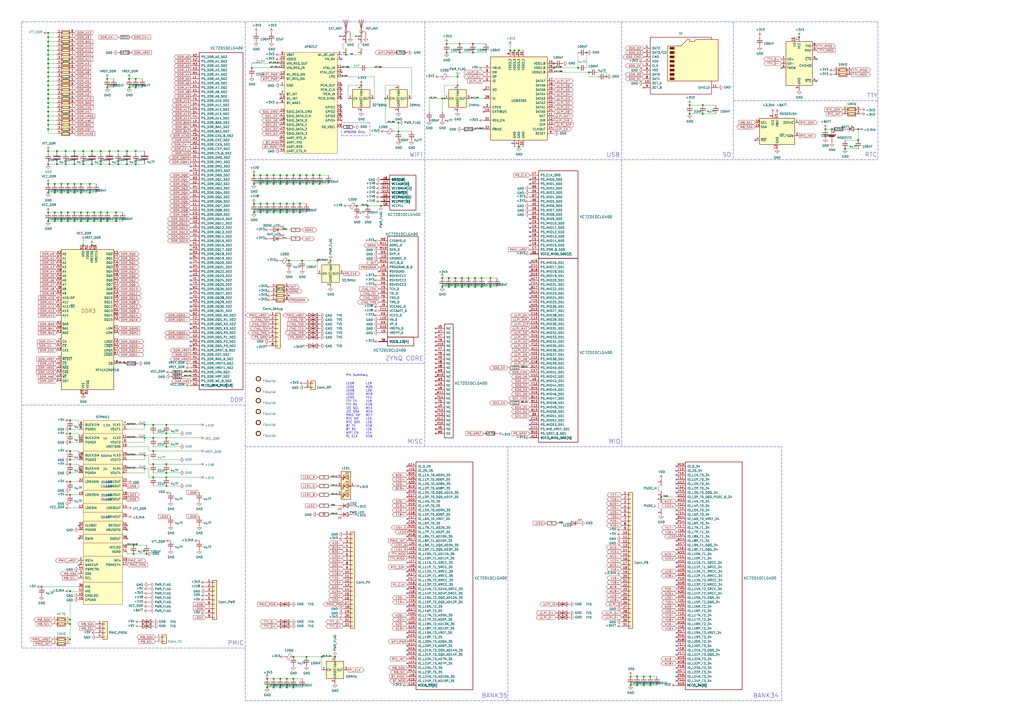
<source format=kicad_sch>
(kicad_sch (version 20211123) (generator eeschema)
  (paper "A2")
  (title_block (title "Stanlazy's ZYNQ SoM") (rev "V0R1") (company "GregTech"))
  (lib_symbols
    (symbol "Connector:Micro_SD_Card_Det" (pin_names (offset 1.016))
      (property "Reference" "J" (at -16.51 17.78 0))
      (property "Value" "Micro_SD_Card_Det" (at 16.51 17.78 0))
      (symbol "Micro_SD_Card_Det_1_1"
        (pin bidirectional line (at -22.86 10.16 0) (length 3.81) (name "DAT2") (number "1"))
        (pin passive line (at -22.86 -10.16 0) (length 3.81) (name "DET_A") (number "10"))
        (pin passive line (at 20.32 -12.7 180) (length 3.81) (name "SHIELD") (number "11"))
        (pin bidirectional line (at -22.86 7.62 0) (length 3.81) (name "DAT3/CD") (number "2"))
        (pin input line (at -22.86 5.08 0) (length 3.81) (name "CMD") (number "3"))
        (pin power_in line (at -22.86 2.54 0) (length 3.81) (name "VDD") (number "4"))
        (pin input line (at -22.86 0 0) (length 3.81) (name "CLK") (number "5"))
        (pin power_in line (at -22.86 -2.54 0) (length 3.81) (name "VSS") (number "6"))
        (pin bidirectional line (at -22.86 -5.08 0) (length 3.81) (name "DAT0") (number "7"))
        (pin bidirectional line (at -22.86 -7.62 0) (length 3.81) (name "DAT1") (number "8"))
        (pin passive line (at -22.86 -12.7 0) (length 3.81) (name "DET_B") (number "9"))
      )
    )
    (symbol "Connector_Generic:Conn_01x02" (pin_names (offset 1.016) hide)
      (property "Reference" "J" (at 0 2.54 0))
      (property "Value" "Conn_01x02" (at 0 -5.08 0))
      (symbol "Conn_01x02_1_1"
        (pin passive line (at -5.08 0 0) (length 3.81) (name "Pin_1") (number "1"))
        (pin passive line (at -5.08 -2.54 0) (length 3.81) (name "Pin_2") (number "2"))
      )
    )
    (symbol "Connector_Generic:Conn_01x04" (pin_names (offset 1.016) hide)
      (property "Reference" "J" (at 0 5.08 0))
      (property "Value" "Conn_01x04" (at 0 -7.62 0))
      (symbol "Conn_01x04_1_1"
        (pin passive line (at -5.08 2.54 0) (length 3.81) (name "Pin_1") (number "1"))
        (pin passive line (at -5.08 0 0) (length 3.81) (name "Pin_2") (number "2"))
        (pin passive line (at -5.08 -2.54 0) (length 3.81) (name "Pin_3") (number "3"))
        (pin passive line (at -5.08 -5.08 0) (length 3.81) (name "Pin_4") (number "4"))
      )
    )
    (symbol "Connector_Generic:Conn_01x08" (pin_names (offset 1.016) hide)
      (property "Reference" "J" (at 0 10.16 0))
      (property "Value" "Conn_01x08" (at 0 -12.7 0))
      (symbol "Conn_01x08_1_1"
        (pin passive line (at -5.08 7.62 0) (length 3.81) (name "Pin_1") (number "1"))
        (pin passive line (at -5.08 5.08 0) (length 3.81) (name "Pin_2") (number "2"))
        (pin passive line (at -5.08 2.54 0) (length 3.81) (name "Pin_3") (number "3"))
        (pin passive line (at -5.08 0 0) (length 3.81) (name "Pin_4") (number "4"))
        (pin passive line (at -5.08 -2.54 0) (length 3.81) (name "Pin_5") (number "5"))
        (pin passive line (at -5.08 -5.08 0) (length 3.81) (name "Pin_6") (number "6"))
        (pin passive line (at -5.08 -7.62 0) (length 3.81) (name "Pin_7") (number "7"))
        (pin passive line (at -5.08 -10.16 0) (length 3.81) (name "Pin_8") (number "8"))
      )
    )
    (symbol "Connector_Generic:Conn_01x09" (pin_names (offset 1.016) hide)
      (property "Reference" "J" (at 0 12.7 0))
      (property "Value" "Conn_01x09" (at 0 -12.7 0))
      (symbol "Conn_01x09_1_1"
        (pin passive line (at -5.08 10.16 0) (length 3.81) (name "Pin_1") (number "1"))
        (pin passive line (at -5.08 7.62 0) (length 3.81) (name "Pin_2") (number "2"))
        (pin passive line (at -5.08 5.08 0) (length 3.81) (name "Pin_3") (number "3"))
        (pin passive line (at -5.08 2.54 0) (length 3.81) (name "Pin_4") (number "4"))
        (pin passive line (at -5.08 0 0) (length 3.81) (name "Pin_5") (number "5"))
        (pin passive line (at -5.08 -2.54 0) (length 3.81) (name "Pin_6") (number "6"))
        (pin passive line (at -5.08 -5.08 0) (length 3.81) (name "Pin_7") (number "7"))
        (pin passive line (at -5.08 -7.62 0) (length 3.81) (name "Pin_8") (number "8"))
        (pin passive line (at -5.08 -10.16 0) (length 3.81) (name "Pin_9") (number "9"))
      )
    )
    (symbol "Connector_Generic:Conn_01x22" (pin_names (offset 1.016) hide)
      (property "Reference" "J" (at 0 27.94 0))
      (property "Value" "Conn_01x22" (at 0 -30.48 0))
      (symbol "Conn_01x22_1_1"
        (pin passive line (at -5.08 25.4 0) (length 3.81) (name "Pin_1") (number "1"))
        (pin passive line (at -5.08 2.54 0) (length 3.81) (name "Pin_10") (number "10"))
        (pin passive line (at -5.08 0 0) (length 3.81) (name "Pin_11") (number "11"))
        (pin passive line (at -5.08 -2.54 0) (length 3.81) (name "Pin_12") (number "12"))
        (pin passive line (at -5.08 -5.08 0) (length 3.81) (name "Pin_13") (number "13"))
        (pin passive line (at -5.08 -7.62 0) (length 3.81) (name "Pin_14") (number "14"))
        (pin passive line (at -5.08 -10.16 0) (length 3.81) (name "Pin_15") (number "15"))
        (pin passive line (at -5.08 -12.7 0) (length 3.81) (name "Pin_16") (number "16"))
        (pin passive line (at -5.08 -15.24 0) (length 3.81) (name "Pin_17") (number "17"))
        (pin passive line (at -5.08 -17.78 0) (length 3.81) (name "Pin_18") (number "18"))
        (pin passive line (at -5.08 -20.32 0) (length 3.81) (name "Pin_19") (number "19"))
        (pin passive line (at -5.08 22.86 0) (length 3.81) (name "Pin_2") (number "2"))
        (pin passive line (at -5.08 -22.86 0) (length 3.81) (name "Pin_20") (number "20"))
        (pin passive line (at -5.08 -25.4 0) (length 3.81) (name "Pin_21") (number "21"))
        (pin passive line (at -5.08 -27.94 0) (length 3.81) (name "Pin_22") (number "22"))
        (pin passive line (at -5.08 20.32 0) (length 3.81) (name "Pin_3") (number "3"))
        (pin passive line (at -5.08 17.78 0) (length 3.81) (name "Pin_4") (number "4"))
        (pin passive line (at -5.08 15.24 0) (length 3.81) (name "Pin_5") (number "5"))
        (pin passive line (at -5.08 12.7 0) (length 3.81) (name "Pin_6") (number "6"))
        (pin passive line (at -5.08 10.16 0) (length 3.81) (name "Pin_7") (number "7"))
        (pin passive line (at -5.08 7.62 0) (length 3.81) (name "Pin_8") (number "8"))
        (pin passive line (at -5.08 5.08 0) (length 3.81) (name "Pin_9") (number "9"))
      )
    )
    (symbol "Connector_Generic:Conn_01x31" (pin_names (offset 1.016) hide)
      (property "Reference" "J" (at 0 40.64 0))
      (property "Value" "Conn_01x31" (at 0 -40.64 0))
      (symbol "Conn_01x31_1_1"
        (pin passive line (at -5.08 38.1 0) (length 3.81) (name "Pin_1") (number "1"))
        (pin passive line (at -5.08 15.24 0) (length 3.81) (name "Pin_10") (number "10"))
        (pin passive line (at -5.08 12.7 0) (length 3.81) (name "Pin_11") (number "11"))
        (pin passive line (at -5.08 10.16 0) (length 3.81) (name "Pin_12") (number "12"))
        (pin passive line (at -5.08 7.62 0) (length 3.81) (name "Pin_13") (number "13"))
        (pin passive line (at -5.08 5.08 0) (length 3.81) (name "Pin_14") (number "14"))
        (pin passive line (at -5.08 2.54 0) (length 3.81) (name "Pin_15") (number "15"))
        (pin passive line (at -5.08 0 0) (length 3.81) (name "Pin_16") (number "16"))
        (pin passive line (at -5.08 -2.54 0) (length 3.81) (name "Pin_17") (number "17"))
        (pin passive line (at -5.08 -5.08 0) (length 3.81) (name "Pin_18") (number "18"))
        (pin passive line (at -5.08 -7.62 0) (length 3.81) (name "Pin_19") (number "19"))
        (pin passive line (at -5.08 35.56 0) (length 3.81) (name "Pin_2") (number "2"))
        (pin passive line (at -5.08 -10.16 0) (length 3.81) (name "Pin_20") (number "20"))
        (pin passive line (at -5.08 -12.7 0) (length 3.81) (name "Pin_21") (number "21"))
        (pin passive line (at -5.08 -15.24 0) (length 3.81) (name "Pin_22") (number "22"))
        (pin passive line (at -5.08 -17.78 0) (length 3.81) (name "Pin_23") (number "23"))
        (pin passive line (at -5.08 -20.32 0) (length 3.81) (name "Pin_24") (number "24"))
        (pin passive line (at -5.08 -22.86 0) (length 3.81) (name "Pin_25") (number "25"))
        (pin passive line (at -5.08 -25.4 0) (length 3.81) (name "Pin_26") (number "26"))
        (pin passive line (at -5.08 -27.94 0) (length 3.81) (name "Pin_27") (number "27"))
        (pin passive line (at -5.08 -30.48 0) (length 3.81) (name "Pin_28") (number "28"))
        (pin passive line (at -5.08 -33.02 0) (length 3.81) (name "Pin_29") (number "29"))
        (pin passive line (at -5.08 33.02 0) (length 3.81) (name "Pin_3") (number "3"))
        (pin passive line (at -5.08 -35.56 0) (length 3.81) (name "Pin_30") (number "30"))
        (pin passive line (at -5.08 -38.1 0) (length 3.81) (name "Pin_31") (number "31"))
        (pin passive line (at -5.08 30.48 0) (length 3.81) (name "Pin_4") (number "4"))
        (pin passive line (at -5.08 27.94 0) (length 3.81) (name "Pin_5") (number "5"))
        (pin passive line (at -5.08 25.4 0) (length 3.81) (name "Pin_6") (number "6"))
        (pin passive line (at -5.08 22.86 0) (length 3.81) (name "Pin_7") (number "7"))
        (pin passive line (at -5.08 20.32 0) (length 3.81) (name "Pin_8") (number "8"))
        (pin passive line (at -5.08 17.78 0) (length 3.81) (name "Pin_9") (number "9"))
      )
    )
    (symbol "Device:Antenna_Shield" (pin_numbers hide) (pin_names (offset 1.016) hide)
      (property "Reference" "AE" (at -1.905 4.445 0))
      (property "Value" "Antenna_Shield" (at -1.905 2.54 0))
      (symbol "Antenna_Shield_1_1"
        (pin input line (at 0 -5.08 90) (length 2.54) (name "A") (number "1"))
        (pin input line (at 2.54 -5.08 90) (length 2.54) (name "Shield") (number "2"))
      )
    )
    (symbol "Device:Battery_Cell" (pin_numbers hide) (pin_names (offset 0) hide)
      (property "Reference" "BT" (at 2.54 2.54 0))
      (property "Value" "Battery_Cell" (at 2.54 0 0))
      (symbol "Battery_Cell_1_1"
        (pin passive line (at 0 5.08 270) (length 2.54) (name "+") (number "1"))
        (pin passive line (at 0 -2.54 90) (length 2.54) (name "-") (number "2"))
      )
    )
    (symbol "Device:C" (pin_numbers hide) (pin_names (offset 0.254))
      (property "Reference" "C" (at 0.635 2.54 0))
      (property "Value" "C" (at 0.635 -2.54 0))
      (symbol "C_1_1"
        (pin passive line (at 0 3.81 270) (length 2.794) (name "~") (number "1"))
        (pin passive line (at 0 -3.81 90) (length 2.794) (name "~") (number "2"))
      )
    )
    (symbol "Device:C_Small" (pin_numbers hide) (pin_names (offset 0.254) hide)
      (property "Reference" "C" (at 0.254 1.778 0))
      (property "Value" "C_Small" (at 0.254 -2.032 0))
      (symbol "C_Small_1_1"
        (pin passive line (at 0 2.54 270) (length 2.032) (name "~") (number "1"))
        (pin passive line (at 0 -2.54 90) (length 2.032) (name "~") (number "2"))
      )
    )
    (symbol "Device:D" (pin_numbers hide) (pin_names (offset 1.016) hide)
      (property "Reference" "D" (at 0 2.54 0))
      (property "Value" "D" (at 0 -2.54 0))
      (symbol "D_1_1"
        (pin passive line (at -3.81 0 0) (length 2.54) (name "K") (number "1"))
        (pin passive line (at 3.81 0 180) (length 2.54) (name "A") (number "2"))
      )
    )
    (symbol "Device:D_TVS" (pin_numbers hide) (pin_names (offset 1.016) hide)
      (property "Reference" "D" (at 0 2.54 0))
      (property "Value" "D_TVS" (at 0 -2.54 0))
      (symbol "D_TVS_1_1"
        (pin passive line (at -3.81 0 0) (length 2.54) (name "A1") (number "1"))
        (pin passive line (at 3.81 0 180) (length 2.54) (name "A2") (number "2"))
      )
    )
    (symbol "Device:FerriteBead_Small" (pin_numbers hide) (pin_names (offset 0))
      (property "Reference" "FB" (at 1.905 1.27 0))
      (property "Value" "FerriteBead_Small" (at 1.905 -1.27 0))
      (symbol "FerriteBead_Small_1_1"
        (pin passive line (at 0 2.54 270) (length 1.27) (name "~") (number "1"))
        (pin passive line (at 0 -2.54 90) (length 1.27) (name "~") (number "2"))
      )
    )
    (symbol "Device:LED" (pin_numbers hide) (pin_names (offset 1.016) hide)
      (property "Reference" "D" (at 0 2.54 0))
      (property "Value" "LED" (at 0 -2.54 0))
      (symbol "LED_1_1"
        (pin passive line (at -3.81 0 0) (length 2.54) (name "K") (number "1"))
        (pin passive line (at 3.81 0 180) (length 2.54) (name "A") (number "2"))
      )
    )
    (symbol "Device:LED_ABGR" (pin_names (offset 0) hide)
      (property "Reference" "D" (at 0 9.398 0))
      (property "Value" "LED_ABGR" (at 0 -8.89 0))
      (symbol "LED_ABGR_0_0"
        (text "B" (at -1.905 -6.35 0) (effects (font (size 1.27 1.27))))
        (text "G" (at -1.905 -1.27 0) (effects (font (size 1.27 1.27))))
        (text "R" (at -1.905 3.81 0) (effects (font (size 1.27 1.27))))
      )
      (symbol "LED_ABGR_1_1"
        (pin passive line (at 5.08 0 180) (length 2.54) (name "A") (number "1"))
        (pin passive line (at -5.08 -5.08 0) (length 2.54) (name "BK") (number "2"))
        (pin passive line (at -5.08 0 0) (length 2.54) (name "GK") (number "3"))
        (pin passive line (at -5.08 5.08 0) (length 2.54) (name "RK") (number "4"))
      )
    )
    (symbol "Device:L_Small" (pin_numbers hide) (pin_names (offset 0.254) hide)
      (property "Reference" "L" (at 0.762 1.016 0))
      (property "Value" "L_Small" (at 0.762 -1.016 0))
      (symbol "L_Small_1_1"
        (pin passive line (at 0 2.54 270) (length 0.508) (name "~") (number "1"))
        (pin passive line (at 0 -2.54 90) (length 0.508) (name "~") (number "2"))
      )
    )
    (symbol "Device:R" (pin_numbers hide) (pin_names (offset 0))
      (property "Reference" "R" (at 2.032 0 90))
      (property "Value" "R" (at 0 0 90))
      (symbol "R_1_1"
        (pin passive line (at 0 3.81 270) (length 1.27) (name "~") (number "1"))
        (pin passive line (at 0 -3.81 90) (length 1.27) (name "~") (number "2"))
      )
    )
    (symbol "Device:R_Pack02" (pin_names (offset 0) hide)
      (property "Reference" "RN" (at -5.08 0 90))
      (property "Value" "R_Pack02" (at 2.54 0 90))
      (symbol "R_Pack02_1_1"
        (pin passive line (at -2.54 -5.08 90) (length 2.54) (name "R1.1") (number "1"))
        (pin passive line (at 0 -5.08 90) (length 2.54) (name "R2.1") (number "2"))
        (pin passive line (at 0 5.08 270) (length 2.54) (name "R2.2") (number "3"))
        (pin passive line (at -2.54 5.08 270) (length 2.54) (name "R1.2") (number "4"))
      )
    )
    (symbol "Device:R_Pack04" (pin_names (offset 0) hide)
      (property "Reference" "RN" (at -7.62 0 90))
      (property "Value" "R_Pack04" (at 5.08 0 90))
      (symbol "R_Pack04_1_1"
        (pin passive line (at -5.08 -5.08 90) (length 2.54) (name "R1.1") (number "1"))
        (pin passive line (at -2.54 -5.08 90) (length 2.54) (name "R2.1") (number "2"))
        (pin passive line (at 0 -5.08 90) (length 2.54) (name "R3.1") (number "3"))
        (pin passive line (at 2.54 -5.08 90) (length 2.54) (name "R4.1") (number "4"))
        (pin passive line (at 2.54 5.08 270) (length 2.54) (name "R4.2") (number "5"))
        (pin passive line (at 0 5.08 270) (length 2.54) (name "R3.2") (number "6"))
        (pin passive line (at -2.54 5.08 270) (length 2.54) (name "R2.2") (number "7"))
        (pin passive line (at -5.08 5.08 270) (length 2.54) (name "R1.2") (number "8"))
      )
    )
    (symbol "Interface_USB:CH340E"
      (property "Reference" "U" (at -5.08 13.97 0))
      (property "Value" "CH340E" (at 1.27 13.97 0))
      (symbol "CH340E_1_1"
        (pin bidirectional line (at -10.16 2.54 0) (length 2.54) (name "UD+") (number "1"))
        (pin passive line (at -2.54 15.24 270) (length 2.54) (name "V3") (number "10"))
        (pin bidirectional line (at -10.16 0 0) (length 2.54) (name "UD-") (number "2"))
        (pin power_in line (at 0 -15.24 90) (length 2.54) (name "GND") (number "3"))
        (pin output line (at 10.16 -10.16 180) (length 2.54) (name "~{RTS}") (number "4"))
        (pin input line (at 10.16 2.54 180) (length 2.54) (name "~{CTS}") (number "5"))
        (pin output line (at -10.16 -2.54 0) (length 2.54) (name "TNOW") (number "6"))
        (pin power_in line (at 0 15.24 270) (length 2.54) (name "VCC") (number "7"))
        (pin output line (at 10.16 10.16 180) (length 2.54) (name "TXD") (number "8"))
        (pin input line (at 10.16 7.62 180) (length 2.54) (name "RXD") (number "9"))
      )
    )
    (symbol "Interface_USB:USB3300-EZK" (pin_names (offset 1.016))
      (property "Reference" "U" (at 0 1.27 0))
      (property "Value" "USB3300-EZK" (at 0 -1.27 0))
      (symbol "USB3300-EZK_1_1"
        (pin power_in line (at -2.54 -27.94 90) (length 3.81) (name "GND") (number "1"))
        (pin input line (at -20.32 -7.62 0) (length 3.81) (name "EXTVBUS") (number "10"))
        (pin output line (at 20.32 -10.16 180) (length 3.81) (name "NXT") (number "11"))
        (pin output line (at 20.32 -12.7 180) (length 3.81) (name "DIR") (number "12"))
        (pin input line (at 20.32 -15.24 180) (length 3.81) (name "STP") (number "13"))
        (pin output line (at 20.32 -17.78 180) (length 3.81) (name "CLKOUT") (number "14"))
        (pin power_out line (at 20.32 20.32 180) (length 3.81) (name "VDD1.8") (number "15"))
        (pin power_in line (at -2.54 27.94 270) (length 3.81) (name "VDD3.3") (number "16"))
        (pin bidirectional line (at 20.32 10.16 180) (length 3.81) (name "DATA7") (number "17"))
        (pin bidirectional line (at 20.32 7.62 180) (length 3.81) (name "DATA6") (number "18"))
        (pin bidirectional line (at 20.32 5.08 180) (length 3.81) (name "DATA5") (number "19"))
        (pin power_in line (at 0 -27.94 90) (length 3.81) (name "GND") (number "2"))
        (pin bidirectional line (at 20.32 2.54 180) (length 3.81) (name "DATA4") (number "20"))
        (pin bidirectional line (at 20.32 0 180) (length 3.81) (name "DATA3") (number "21"))
        (pin bidirectional line (at 20.32 -2.54 180) (length 3.81) (name "DATA2") (number "22"))
        (pin bidirectional line (at 20.32 -5.08 180) (length 3.81) (name "DATA1") (number "23"))
        (pin bidirectional line (at 20.32 -7.62 180) (length 3.81) (name "DATA0") (number "24"))
        (pin power_in line (at 0 27.94 270) (length 3.81) (name "VDD3.3") (number "25"))
        (pin power_out line (at 20.32 17.78 180) (length 3.81) (name "VDD1.8") (number "26"))
        (pin output line (at -20.32 5.08 0) (length 3.81) (name "XO") (number "27"))
        (pin input line (at -20.32 0 0) (length 3.81) (name "XI") (number "28"))
        (pin power_out line (at 20.32 15.24 180) (length 3.81) (name "VDDA1.8") (number "29"))
        (pin output line (at -20.32 -5.08 0) (length 3.81) (name "CPEN") (number "3"))
        (pin power_in line (at 2.54 27.94 270) (length 3.81) (name "VDD3.3") (number "30"))
        (pin bidirectional line (at -20.32 -12.7 0) (length 3.81) (name "REG_EN") (number "31"))
        (pin passive line (at -20.32 -17.78 0) (length 3.81) (name "RBIAS") (number "32"))
        (pin power_in line (at 2.54 -27.94 90) (length 3.81) (name "GND") (number "33"))
        (pin power_in line (at -20.32 17.78 0) (length 3.81) (name "VBUS") (number "4"))
        (pin input line (at -20.32 10.16 0) (length 3.81) (name "ID") (number "5"))
        (pin power_in line (at -5.08 27.94 270) (length 3.81) (name "VDD3.3") (number "6"))
        (pin bidirectional line (at -20.32 12.7 0) (length 3.81) (name "DP") (number "7"))
        (pin bidirectional line (at -20.32 15.24 0) (length 3.81) (name "DM") (number "8"))
        (pin input line (at 20.32 -20.32 180) (length 3.81) (name "RESET") (number "9"))
      )
    )
    (symbol "Jumper:Jumper_2_Open" (pin_names (offset 0) hide)
      (property "Reference" "JP" (at 0 2.794 0))
      (property "Value" "Jumper_2_Open" (at 0 -2.286 0))
      (symbol "Jumper_2_Open_1_1"
        (pin passive line (at -5.08 0 0) (length 2.54) (name "A") (number "1"))
        (pin passive line (at 5.08 0 180) (length 2.54) (name "B") (number "2"))
      )
    )
    (symbol "Mechanical:Fiducial"
      (property "Reference" "FID" (at 0 5.08 0))
      (property "Value" "Fiducial" (at 0 3.175 0))
    )
    (symbol "Memory_RAM:AS4C256M16D3"
      (property "Reference" "U" (at -13.97 41.91 0))
      (property "Value" "AS4C256M16D3" (at 13.97 41.91 0))
      (symbol "AS4C256M16D3_0_1"
        (pin power_in line (at 0 43.18 270) (length 2.54) (name "VDDQ") (number "A1"))
        (pin passive line (at 0 43.18 270) (length 2.54) hide (name "VDDQ") (number "A8"))
        (pin power_in line (at -2.54 -43.18 90) (length 2.54) (name "VSS") (number "A9"))
        (pin power_in line (at 0 -43.18 90) (length 2.54) (name "VSSQ") (number "B1"))
        (pin power_in line (at -2.54 43.18 270) (length 2.54) (name "VDD") (number "B2"))
        (pin passive line (at -2.54 -43.18 90) (length 2.54) hide (name "VSS") (number "B3"))
        (pin passive line (at 0 -43.18 90) (length 2.54) hide (name "VSSQ") (number "B9"))
        (pin passive line (at 0 43.18 270) (length 2.54) hide (name "VDDQ") (number "C1"))
        (pin passive line (at 0 43.18 270) (length 2.54) hide (name "VDDQ") (number "C9"))
        (pin passive line (at 0 -43.18 90) (length 2.54) hide (name "VSSQ") (number "D1"))
        (pin passive line (at 0 43.18 270) (length 2.54) hide (name "VDDQ") (number "D2"))
        (pin passive line (at 0 -43.18 90) (length 2.54) hide (name "VSSQ") (number "D8"))
        (pin passive line (at -2.54 43.18 270) (length 2.54) hide (name "VDD") (number "D9"))
        (pin passive line (at -2.54 -43.18 90) (length 2.54) hide (name "VSS") (number "E1"))
        (pin passive line (at 0 -43.18 90) (length 2.54) hide (name "VSSQ") (number "E2"))
        (pin bidirectional line (at 17.78 38.1 180) (length 2.54) (name "DQ0") (number "E3"))
        (pin passive line (at 0 -43.18 90) (length 2.54) hide (name "VSSQ") (number "E8"))
        (pin passive line (at 0 43.18 270) (length 2.54) hide (name "VDDQ") (number "E9"))
        (pin passive line (at 0 43.18 270) (length 2.54) hide (name "VDDQ") (number "F1"))
        (pin bidirectional line (at 17.78 33.02 180) (length 2.54) (name "DQ2") (number "F2"))
        (pin bidirectional line (at 17.78 35.56 180) (length 2.54) (name "DQ1") (number "F7"))
        (pin bidirectional line (at 17.78 30.48 180) (length 2.54) (name "DQ3") (number "F8"))
        (pin passive line (at 0 -43.18 90) (length 2.54) hide (name "VSSQ") (number "F9"))
        (pin passive line (at 0 -43.18 90) (length 2.54) hide (name "VSSQ") (number "G1"))
        (pin bidirectional line (at 17.78 22.86 180) (length 2.54) (name "DQ6") (number "G2"))
        (pin passive line (at -2.54 43.18 270) (length 2.54) hide (name "VDD") (number "G7"))
        (pin passive line (at -2.54 -43.18 90) (length 2.54) hide (name "VSS") (number "G8"))
        (pin passive line (at 0 -43.18 90) (length 2.54) hide (name "VSSQ") (number "G9"))
        (pin power_in line (at 2.54 43.18 270) (length 2.54) (name "VREFDQ") (number "H1"))
        (pin passive line (at 0 43.18 270) (length 2.54) hide (name "VDDQ") (number "H2"))
        (pin bidirectional line (at 17.78 27.94 180) (length 2.54) (name "DQ4") (number "H3"))
        (pin bidirectional line (at 17.78 20.32 180) (length 2.54) (name "DQ7") (number "H7"))
        (pin bidirectional line (at 17.78 25.4 180) (length 2.54) (name "DQ5") (number "H8"))
        (pin passive line (at 0 43.18 270) (length 2.54) hide (name "VDDQ") (number "H9"))
        (pin passive line (at -2.54 -43.18 90) (length 2.54) hide (name "VSS") (number "J2"))
        (pin passive line (at -2.54 -43.18 90) (length 2.54) hide (name "VSS") (number "J8"))
        (pin passive line (at -2.54 43.18 270) (length 2.54) hide (name "VDD") (number "K2"))
        (pin passive line (at -2.54 43.18 270) (length 2.54) hide (name "VDD") (number "K8"))
        (pin input line (at -17.78 -25.4 0) (length 2.54) (name "~{CS}") (number "L2"))
        (pin input line (at -17.78 12.7 0) (length 2.54) (name "A10/AP") (number "L7"))
        (pin passive line (at -2.54 -43.18 90) (length 2.54) hide (name "VSS") (number "M1"))
        (pin passive line (at -2.54 -43.18 90) (length 2.54) hide (name "VSS") (number "M9"))
        (pin passive line (at -2.54 43.18 270) (length 2.54) hide (name "VDD") (number "N1"))
        (pin input line (at -17.78 30.48 0) (length 2.54) (name "A3") (number "N2"))
        (pin input line (at -17.78 38.1 0) (length 2.54) (name "A0") (number "N3"))
        (pin input line (at -17.78 7.62 0) (length 2.54) (name "A12/~{BC}") (number "N7"))
        (pin passive line (at -2.54 43.18 270) (length 2.54) hide (name "VDD") (number "N9"))
        (pin passive line (at -2.54 -43.18 90) (length 2.54) hide (name "VSS") (number "P1"))
        (pin input line (at -17.78 25.4 0) (length 2.54) (name "A5") (number "P2"))
        (pin input line (at -17.78 33.02 0) (length 2.54) (name "A2") (number "P3"))
        (pin input line (at -17.78 35.56 0) (length 2.54) (name "A1") (number "P7"))
        (pin input line (at -17.78 27.94 0) (length 2.54) (name "A4") (number "P8"))
        (pin passive line (at -2.54 -43.18 90) (length 2.54) hide (name "VSS") (number "P9"))
        (pin passive line (at -2.54 43.18 270) (length 2.54) hide (name "VDD") (number "R1"))
        (pin input line (at -17.78 20.32 0) (length 2.54) (name "A7") (number "R2"))
        (pin input line (at -17.78 15.24 0) (length 2.54) (name "A9") (number "R3"))
        (pin input line (at -17.78 10.16 0) (length 2.54) (name "A11") (number "R7"))
        (pin input line (at -17.78 22.86 0) (length 2.54) (name "A6") (number "R8"))
        (pin passive line (at -2.54 43.18 270) (length 2.54) hide (name "VDD") (number "R9"))
        (pin passive line (at -2.54 -43.18 90) (length 2.54) hide (name "VSS") (number "T1"))
        (pin input line (at -17.78 -22.86 0) (length 2.54) (name "~{RESET}") (number "T2"))
        (pin input line (at -17.78 5.08 0) (length 2.54) (name "A13") (number "T3"))
        (pin input line (at -17.78 2.54 0) (length 2.54) (name "A14") (number "T7"))
        (pin input line (at -17.78 17.78 0) (length 2.54) (name "A8") (number "T8"))
        (pin passive line (at -2.54 -43.18 90) (length 2.54) hide (name "VSS") (number "T9"))
      )
      (symbol "AS4C256M16D3_1_1"
        (text "DDR3" (at -3.81 3.81 0) (effects (font (size 2.1336 2.1336)) (justify left bottom)))
        (pin bidirectional line (at 17.78 5.08 180) (length 2.54) (name "DQ13") (number "A2"))
        (pin bidirectional line (at 17.78 0 180) (length 2.54) (name "DQ15") (number "A3"))
        (pin bidirectional line (at 17.78 7.62 180) (length 2.54) (name "DQ12") (number "A7"))
        (pin bidirectional line (at 17.78 -20.32 180) (length 2.54) (name "~{UDQS}") (number "B7"))
        (pin bidirectional line (at 17.78 2.54 180) (length 2.54) (name "DQ14") (number "B8"))
        (pin bidirectional line (at 17.78 10.16 180) (length 2.54) (name "DQ11") (number "C2"))
        (pin bidirectional line (at 17.78 15.24 180) (length 2.54) (name "DQ9") (number "C3"))
        (pin bidirectional line (at 17.78 -17.78 180) (length 2.54) (name "UDQS") (number "C7"))
        (pin bidirectional line (at 17.78 12.7 180) (length 2.54) (name "DQ10") (number "C8"))
        (pin input line (at 17.78 -7.62 180) (length 2.54) (name "UDM") (number "D3"))
        (pin bidirectional line (at 17.78 17.78 180) (length 2.54) (name "DQ8") (number "D7"))
        (pin input line (at 17.78 -5.08 180) (length 2.54) (name "LDM") (number "E7"))
        (pin bidirectional line (at 17.78 -12.7 180) (length 2.54) (name "LDQS") (number "F3"))
        (pin bidirectional line (at 17.78 -15.24 180) (length 2.54) (name "~{LDQS}") (number "G3"))
        (pin no_connect line (at 15.24 -27.94 180) (length 2.54) hide (name "NC") (number "J1"))
        (pin input line (at -17.78 -27.94 0) (length 2.54) (name "~{RAS}") (number "J3"))
        (pin input line (at -17.78 -12.7 0) (length 2.54) (name "CK") (number "J7"))
        (pin no_connect line (at 15.24 -30.48 180) (length 2.54) hide (name "NC") (number "J9"))
        (pin input line (at -17.78 -35.56 0) (length 2.54) (name "ODT") (number "K1"))
        (pin input line (at -17.78 -30.48 0) (length 2.54) (name "~{CAS}") (number "K3"))
        (pin input line (at -17.78 -15.24 0) (length 2.54) (name "~{CK}") (number "K7"))
        (pin input line (at -17.78 -17.78 0) (length 2.54) (name "CKE") (number "K9"))
        (pin no_connect line (at 15.24 -33.02 180) (length 2.54) hide (name "NC") (number "L1"))
        (pin input line (at -17.78 -33.02 0) (length 2.54) (name "~{WE}") (number "L3"))
        (pin input line (at 17.78 -25.4 180) (length 2.54) (name "ZQ") (number "L8"))
        (pin no_connect line (at 15.24 -35.56 180) (length 2.54) hide (name "NC") (number "L9"))
        (pin input line (at -17.78 -2.54 0) (length 2.54) (name "BA0") (number "M2"))
        (pin input line (at -17.78 -7.62 0) (length 2.54) (name "BA2") (number "M3"))
        (pin no_connect line (at 15.24 -38.1 180) (length 2.54) hide (name "NC") (number "M7"))
        (pin power_in line (at 5.08 43.18 270) (length 2.54) (name "VREFCA") (number "M8"))
        (pin input line (at -17.78 -5.08 0) (length 2.54) (name "BA1") (number "N8"))
      )
    )
    (symbol "Oscillator:TXC-7C" (pin_names (offset 0.254))
      (property "Reference" "X" (at -5.08 6.35 0))
      (property "Value" "TXC-7C" (at 1.27 -6.35 0))
      (symbol "TXC-7C_1_1"
        (pin input line (at -7.62 0 0) (length 2.54) (name "EN") (number "1"))
        (pin power_in line (at 0 -7.62 90) (length 2.54) (name "GND") (number "2"))
        (pin output line (at 7.62 0 180) (length 2.54) (name "OUT") (number "3"))
        (pin power_in line (at 0 7.62 270) (length 2.54) (name "Vdd") (number "4"))
      )
    )
    (symbol "Stanlazys:AP6212" (pin_names (offset 1.016))
      (property "Reference" "U" (at 0 34.925 0))
      (property "Value" "AP6212" (at 0 32.6136 0))
      (symbol "AP6212_1_1"
        (pin power_in line (at -17.78 10.16 0) (length 2.54) (name "GND") (number "1"))
        (pin output line (at 17.78 17.78 180) (length 2.54) (name "XTAL_OUT") (number "10"))
        (pin input line (at 17.78 20.32 180) (length 2.54) (name "XTAL_IN") (number "11"))
        (pin input line (at -17.78 16.51 0) (length 2.54) (name "WL_REG_ON") (number "12"))
        (pin output line (at -17.78 2.54 0) (length 2.54) (name "WL_INT") (number "13"))
        (pin bidirectional line (at -17.78 -15.24 0) (length 2.54) (name "SDIO_DATA_2") (number "14"))
        (pin bidirectional line (at -17.78 -17.78 0) (length 2.54) (name "SDIO_DATA_3") (number "15"))
        (pin bidirectional line (at -17.78 -5.08 0) (length 2.54) (name "SDIO_DATA_CMD") (number "16"))
        (pin bidirectional line (at -17.78 -7.62 0) (length 2.54) (name "SDIO_DATA_CLK") (number "17"))
        (pin bidirectional line (at -17.78 -10.16 0) (length 2.54) (name "SDIO_DATA_0") (number "18"))
        (pin bidirectional line (at -17.78 -12.7 0) (length 2.54) (name "SDIO_DATA_1") (number "19"))
        (pin bidirectional line (at 17.78 27.94 180) (length 2.54) (name "WL_BT_ANT") (number "2"))
        (pin power_in line (at -17.78 10.16 0) (length 2.54) hide (name "GND") (number "20"))
        (pin power_out line (at -17.78 22.86 0) (length 2.54) (name "VIN_REG_OUT") (number "21"))
        (pin power_in line (at -17.78 25.4 0) (length 2.54) (name "VDDIO") (number "22"))
        (pin power_out line (at -17.78 20.32 0) (length 2.54) (name "VIN_REG_IN") (number "23"))
        (pin input line (at 17.78 15.24 180) (length 2.54) (name "LPO") (number "24"))
        (pin output line (at 17.78 10.16 180) (length 2.54) (name "PCM_OUT") (number "25"))
        (pin bidirectional line (at 17.78 7.62 180) (length 2.54) (name "PCM_CLK") (number "26"))
        (pin input line (at 17.78 5.08 180) (length 2.54) (name "PCM_IN") (number "27"))
        (pin bidirectional line (at 17.78 2.54 180) (length 2.54) (name "PCM_SYNC") (number "28"))
        (pin input line (at 17.78 -13.97 180) (length 2.54) (name "SD_VSEL") (number "29"))
        (pin power_in line (at -17.78 10.16 0) (length 2.54) hide (name "GND") (number "3"))
        (pin no_connect line (at 12.7 -22.86 0) (length 2.54) hide (name "NC") (number "30"))
        (pin power_in line (at -17.78 10.16 0) (length 2.54) hide (name "GND") (number "31"))
        (pin no_connect line (at 12.7 -25.4 0) (length 2.54) hide (name "NC") (number "32"))
        (pin power_in line (at -17.78 10.16 0) (length 2.54) hide (name "GND") (number "33"))
        (pin input line (at -17.78 13.97 0) (length 2.54) (name "BT_REG_ON") (number "34"))
        (pin no_connect line (at 12.7 -27.94 0) (length 2.54) hide (name "NC") (number "35"))
        (pin power_in line (at -17.78 10.16 0) (length 2.54) hide (name "GND") (number "36"))
        (pin bidirectional line (at 17.78 -10.16 180) (length 2.54) (name "GPIO4") (number "37"))
        (pin bidirectional line (at 17.78 -7.62 180) (length 2.54) (name "GPIO3") (number "38"))
        (pin bidirectional line (at 17.78 -5.08 180) (length 2.54) (name "GPIO2") (number "39"))
        (pin input line (at 17.78 25.4 180) (length 2.54) (name "FM_RX") (number "4"))
        (pin bidirectional line (at 17.78 -2.54 180) (length 2.54) (name "GPIO1") (number "40"))
        (pin output line (at -17.78 -20.32 0) (length 2.54) (name "UART_RTS_N") (number "41"))
        (pin output line (at -17.78 -22.86 0) (length 2.54) (name "UART_TXD") (number "42"))
        (pin input line (at -17.78 -25.4 0) (length 2.54) (name "UART_RXD") (number "43"))
        (pin input line (at -17.78 -27.94 0) (length 2.54) (name "UART_CTS_N") (number "44"))
        (pin no_connect line (at 12.7 -17.78 0) (length 2.54) hide (name "NC") (number "5"))
        (pin input line (at -17.78 0 0) (length 2.54) (name "BT_WAKE") (number "6"))
        (pin output line (at -17.78 5.08 0) (length 2.54) (name "BT_INT") (number "7"))
        (pin no_connect line (at 12.7 -20.32 0) (length 2.54) hide (name "NC") (number "8"))
        (pin power_in line (at -17.78 27.94 0) (length 2.54) (name "VBAT") (number "9"))
      )
    )
    (symbol "Stanlazys:STPMIC1" (pin_names (offset 1.016))
      (property "Reference" "U" (at 0 57.531 0))
      (property "Value" "STPMIC1" (at 0 55.2196 0))
      (symbol "STPMIC1_1_1"
        (pin bidirectional line (at -13.97 -27.94 0) (length 2.54) (name "RSTn") (number "1"))
        (pin power_in line (at -13.97 40.64 0) (length 2.54) (name "PGND2") (number "10"))
        (pin power_out line (at 13.97 43.18 180) (length 2.54) (name "VLX2") (number "11"))
        (pin power_in line (at -13.97 43.18 0) (length 2.54) (name "BUCK2IN") (number "12"))
        (pin power_in line (at -13.97 2.54 0) (length 2.54) (name "LDO3IN") (number "13"))
        (pin power_out line (at 13.97 2.54 180) (length 2.54) (name "LDO3OUT") (number "14"))
        (pin power_in line (at -13.97 -48.26 0) (length 2.54) (name "GNDLDO") (number "15"))
        (pin power_out line (at 13.97 38.1 180) (length 2.54) (name "VREFDDR") (number "16"))
        (pin input line (at 13.97 -30.48 180) (length 2.54) (name "PONKEYn") (number "17"))
        (pin power_out line (at 13.97 10.16 180) (length 2.54) (name "LDO2OUT") (number "18"))
        (pin power_in line (at -13.97 10.16 0) (length 2.54) (name "LDO25IN") (number "19"))
        (pin input line (at -13.97 -30.48 0) (length 2.54) (name "WAKEUP") (number "2"))
        (pin power_out line (at 13.97 7.62 180) (length 2.54) (name "LDO5OUT") (number "20"))
        (pin power_out line (at 13.97 15.24 180) (length 2.54) (name "LDO6OUT") (number "21"))
        (pin power_in line (at -13.97 17.78 0) (length 2.54) (name "LDO16IN") (number "22"))
        (pin power_out line (at 13.97 17.78 180) (length 2.54) (name "LDO1OUT") (number "23"))
        (pin power_in line (at -13.97 25.4 0) (length 2.54) (name "BUCK4IN") (number "24"))
        (pin power_out line (at 13.97 25.4 180) (length 2.54) (name "VLX4") (number "25"))
        (pin power_in line (at -13.97 22.86 0) (length 2.54) (name "PGND4") (number "26"))
        (pin input line (at 13.97 22.86 180) (length 2.54) (name "VOUT4") (number "27"))
        (pin power_in line (at -13.97 33.02 0) (length 2.54) (name "BUCK3IN") (number "28"))
        (pin power_out line (at 13.97 33.02 180) (length 2.54) (name "VLX3") (number "29"))
        (pin bidirectional line (at -13.97 -35.56 0) (length 2.54) (name "SDA") (number "3"))
        (pin power_in line (at -13.97 30.48 0) (length 2.54) (name "PGND3") (number "30"))
        (pin input line (at 13.97 30.48 180) (length 2.54) (name "VOUT3") (number "31"))
        (pin power_in line (at -13.97 -10.16 0) (length 2.54) (name "PGND5") (number "32"))
        (pin power_in line (at -13.97 -7.62 0) (length 2.54) (name "VLXBST") (number "33"))
        (pin power_out line (at 13.97 -7.62 180) (length 2.54) (name "BSTOUT") (number "34"))
        (pin power_out line (at 13.97 -10.16 180) (length 2.54) (name "VBUSOTG") (number "35"))
        (pin power_in line (at -13.97 -43.18 0) (length 2.54) (name "VIN") (number "36"))
        (pin power_in line (at -13.97 -15.24 0) (length 2.54) (name "SWIN") (number "37"))
        (pin power_out line (at 13.97 -15.24 180) (length 2.54) (name "SWOUT") (number "38"))
        (pin power_out line (at 13.97 -2.54 180) (length 2.54) (name "LDO4OUT") (number "39"))
        (pin input line (at -13.97 -38.1 0) (length 2.54) (name "SCL") (number "4"))
        (pin power_out line (at 13.97 -20.32 180) (length 2.54) (name "INTLDO") (number "40"))
        (pin power_in line (at 13.97 -22.86 180) (length 2.54) (name "AGND") (number "41"))
        (pin input line (at -13.97 -45.72 0) (length 2.54) (name "VIO") (number "42"))
        (pin output line (at 13.97 -27.94 180) (length 2.54) (name "INTn") (number "43"))
        (pin input line (at -13.97 -33.02 0) (length 2.54) (name "PWRCTRL") (number "44"))
        (pin power_in line (at -13.97 -50.8 0) (length 2.54) (name "EPGND") (number "45"))
        (pin input line (at 13.97 48.26 180) (length 2.54) (name "VOUT1") (number "5"))
        (pin power_in line (at -13.97 48.26 0) (length 2.54) (name "PGND1") (number "6"))
        (pin power_out line (at 13.97 50.8 180) (length 2.54) (name "VLX1") (number "7"))
        (pin power_in line (at -13.97 50.8 0) (length 2.54) (name "BUCK1IN") (number "8"))
        (pin input line (at 13.97 40.64 180) (length 2.54) (name "VOUT2") (number "9"))
      )
    )
    (symbol "Stanlazys:VCC_DDR" (power) (pin_names (offset 0))
      (property "Value" "VCC_DDR" (at 0 3.556 0))
      (symbol "VCC_DDR_1_1"
        (pin power_in line (at 0 0 90) (length 0) hide (name "VCC_DDR") (number "1"))
      )
    )
    (symbol "Stanlazys:VREF_DDR" (power) (pin_names (offset 0))
      (property "Value" "VREF_DDR" (at 0 3.556 0))
      (symbol "VREF_DDR_1_1"
        (pin power_in line (at 0 0 90) (length 0) hide (name "VREF_DDR") (number "1"))
      )
    )
    (symbol "Stanlazys:VTT_DDR" (power) (pin_names (offset 0))
      (property "Value" "VTT_DDR" (at 0 3.556 0))
      (symbol "VTT_DDR_1_1"
        (pin power_in line (at 0 0 90) (length 0) hide (name "VTT_DDR") (number "1"))
      )
    )
    (symbol "Stanlazys:xc7z010clg400" (pin_names (offset 1.016))
      (property "Reference" "U" (at 5.08 5.08 0))
      (property "Value" "xc7z010clg400" (at 11.43 5.08 0))
      (symbol "xc7z010clg400_1_1"
        (pin power_in line (at 0 -17.78 0) (length 5.08) (name "RSVDGND") (number "F10"))
        (pin power_in line (at 0 -40.64 0) (length 5.08) (name "VCCBATT_0") (number "F11"))
        (pin output line (at 0 -33.02 0) (length 5.08) (name "TDO_0") (number "F6"))
        (pin input line (at 0 -27.94 0) (length 5.08) (name "TCK_0") (number "F9"))
        (pin input line (at 0 -30.48 0) (length 5.08) (name "TDI_0") (number "G6"))
        (pin power_in line (at 0 -10.16 0) (length 5.08) (name "GNDADC_0") (number "J10"))
        (pin input line (at 0 -35.56 0) (length 5.08) (name "TMS_0") (number "J6"))
        (pin power_in line (at 0 -38.1 0) (length 5.08) (name "VCCADC_0") (number "J9"))
        (pin input line (at 0 -50.8 0) (length 5.08) (name "VREFN_0") (number "K10"))
        (pin power_in line (at 0 -43.18 0) (length 5.08) (name "VCCO_0") (number "K6"))
        (pin input line (at 0 -48.26 0) (length 5.08) (name "VP_0") (number "K9"))
        (pin input line (at 0 -45.72 0) (length 5.08) (name "VN_0") (number "L10"))
        (pin input line (at 0 -15.24 0) (length 5.08) (name "PROGRAM_B_0") (number "L6"))
        (pin input line (at 0 -53.34 0) (length 5.08) (name "VREFP_0") (number "L9"))
        (pin passive line (at 0 -5.08 0) (length 5.08) (name "DXN_0") (number "M10"))
        (pin input line (at 0 0 0) (length 5.08) (name "CFGBVS_0") (number "M6"))
        (pin passive line (at 0 -7.62 0) (length 5.08) (name "DXP_0") (number "M9"))
        (pin power_in line (at 0 -25.4 0) (length 5.08) (name "RSVDVCC3") (number "N6"))
        (pin input line (at 0 -12.7 0) (length 5.08) (name "INIT_B_0") (number "R10"))
        (pin output line (at 0 -2.54 0) (length 5.08) (name "DONE_0") (number "R11"))
        (pin power_in line (at 0 -22.86 0) (length 5.08) (name "RSVDVCC2") (number "R6"))
        (pin power_in line (at 0 -20.32 0) (length 5.08) (name "RSVDVCC1") (number "T6"))
      )
      (symbol "xc7z010clg400_2_1"
        (pin power_in line (at 0 0 0) (length 5.08) (name "VCCO_13[4]") (number "T8"))
        (pin power_in line (at 0 0 0) (length 5.08) (name "VCCO_13[4]") (number "U11"))
        (pin power_in line (at 0 0 0) (length 5.08) (name "VCCO_13[4]") (number "W7"))
        (pin power_in line (at 0 0 0) (length 5.08) (name "VCCO_13[4]") (number "Y10"))
      )
      (symbol "xc7z010clg400_3_1"
        (pin bidirectional line (at 0 -119.38 0) (length 5.08) (name "IO_L23P_T3_34") (number "N17"))
        (pin bidirectional line (at 0 -68.58 0) (length 5.08) (name "IO_L13P_T2_MRCC_34") (number "N18"))
        (pin power_in line (at 0 -127 0) (length 5.08) (name "VCCO_34[6]") (number "N19"))
        (pin bidirectional line (at 0 -73.66 0) (length 5.08) (name "IO_L14P_T2_SRCC_34") (number "N20"))
        (pin bidirectional line (at 0 -33.02 0) (length 5.08) (name "IO_L6P_T0_34") (number "P14"))
        (pin bidirectional line (at 0 -124.46 0) (length 5.08) (name "IO_L24P_T3_34") (number "P15"))
        (pin bidirectional line (at 0 -121.92 0) (length 5.08) (name "IO_L24N_T3_34") (number "P16"))
        (pin bidirectional line (at 0 -116.84 0) (length 5.08) (name "IO_L23N_T3_34") (number "P18"))
        (pin bidirectional line (at 0 -66.04 0) (length 5.08) (name "IO_L13N_T2_MRCC_34") (number "P19"))
        (pin bidirectional line (at 0 -71.12 0) (length 5.08) (name "IO_L14N_T2_SRCC_34") (number "P20"))
        (pin bidirectional line (at 0 -30.48 0) (length 5.08) (name "IO_L6N_T0_VREF_34") (number "R14"))
        (pin power_in line (at 0 -127 0) (length 5.08) (name "VCCO_34[6]") (number "R15"))
        (pin bidirectional line (at 0 -99.06 0) (length 5.08) (name "IO_L19P_T3_34") (number "R16"))
        (pin bidirectional line (at 0 -96.52 0) (length 5.08) (name "IO_L19N_T3_VREF_34") (number "R17"))
        (pin bidirectional line (at 0 -101.6 0) (length 5.08) (name "IO_L20N_T3_34") (number "R18"))
        (pin bidirectional line (at 0 0 0) (length 5.08) (name "IO_0_34") (number "R19"))
        (pin bidirectional line (at 0 -5.08 0) (length 5.08) (name "IO_L1N_T0_34") (number "T10"))
        (pin bidirectional line (at 0 -7.62 0) (length 5.08) (name "IO_L1P_T0_34") (number "T11"))
        (pin bidirectional line (at 0 -12.7 0) (length 5.08) (name "IO_L2P_T0_34") (number "T12"))
        (pin bidirectional line (at 0 -27.94 0) (length 5.08) (name "IO_L5P_T0_34") (number "T14"))
        (pin bidirectional line (at 0 -25.4 0) (length 5.08) (name "IO_L5N_T0_34") (number "T15"))
        (pin bidirectional line (at 0 -48.26 0) (length 5.08) (name "IO_L9P_T1_DQS_34") (number "T16"))
        (pin bidirectional line (at 0 -104.14 0) (length 5.08) (name "IO_L20P_T3_34") (number "T17"))
        (pin power_in line (at 0 -127 0) (length 5.08) (name "VCCO_34[6]") (number "T18"))
        (pin bidirectional line (at 0 -2.54 0) (length 5.08) (name "IO_25_34") (number "T19"))
        (pin bidirectional line (at 0 -78.74 0) (length 5.08) (name "IO_L15P_T2_DQS_34") (number "T20"))
        (pin bidirectional line (at 0 -10.16 0) (length 5.08) (name "IO_L2N_T0_34") (number "U12"))
        (pin bidirectional line (at 0 -17.78 0) (length 5.08) (name "IO_L3P_T0_DQS_PUDC_B_34") (number "U13"))
        (pin bidirectional line (at 0 -58.42 0) (length 5.08) (name "IO_L11P_T1_SRCC_34") (number "U14"))
        (pin bidirectional line (at 0 -55.88 0) (length 5.08) (name "IO_L11N_T1_SRCC_34") (number "U15"))
        (pin bidirectional line (at 0 -45.72 0) (length 5.08) (name "IO_L9N_T1_DQS_34") (number "U17"))
        (pin bidirectional line (at 0 -63.5 0) (length 5.08) (name "IO_L12P_T1_MRCC_34") (number "U18"))
        (pin bidirectional line (at 0 -60.96 0) (length 5.08) (name "IO_L12N_T1_MRCC_34") (number "U19"))
        (pin bidirectional line (at 0 -76.2 0) (length 5.08) (name "IO_L15N_T2_DQS_34") (number "U20"))
        (pin bidirectional line (at 0 -22.86 0) (length 5.08) (name "IO_L4P_T0_34") (number "V12"))
        (pin bidirectional line (at 0 -15.24 0) (length 5.08) (name "IO_L3N_T0_DQS_34") (number "V13"))
        (pin power_in line (at 0 -127 0) (length 5.08) (name "VCCO_34[6]") (number "V14"))
        (pin bidirectional line (at 0 -53.34 0) (length 5.08) (name "IO_L10P_T1_34") (number "V15"))
        (pin bidirectional line (at 0 -93.98 0) (length 5.08) (name "IO_L18P_T2_34") (number "V16"))
        (pin bidirectional line (at 0 -109.22 0) (length 5.08) (name "IO_L21P_T3_DQS_34") (number "V17"))
        (pin bidirectional line (at 0 -106.68 0) (length 5.08) (name "IO_L21N_T3_DQS_34") (number "V18"))
        (pin bidirectional line (at 0 -83.82 0) (length 5.08) (name "IO_L16P_T2_34") (number "V20"))
        (pin bidirectional line (at 0 -20.32 0) (length 5.08) (name "IO_L4N_T0_34") (number "W13"))
        (pin bidirectional line (at 0 -43.18 0) (length 5.08) (name "IO_L8P_T1_34") (number "W14"))
        (pin bidirectional line (at 0 -50.8 0) (length 5.08) (name "IO_L10N_T1_34") (number "W15"))
        (pin bidirectional line (at 0 -91.44 0) (length 5.08) (name "IO_L18N_T2_34") (number "W16"))
        (pin power_in line (at 0 -127 0) (length 5.08) (name "VCCO_34[6]") (number "W17"))
        (pin bidirectional line (at 0 -114.3 0) (length 5.08) (name "IO_L22P_T3_34") (number "W18"))
        (pin bidirectional line (at 0 -111.76 0) (length 5.08) (name "IO_L22N_T3_34") (number "W19"))
        (pin bidirectional line (at 0 -81.28 0) (length 5.08) (name "IO_L16N_T2_34") (number "W20"))
        (pin bidirectional line (at 0 -40.64 0) (length 5.08) (name "IO_L8N_T1_34") (number "Y14"))
        (pin bidirectional line (at 0 -38.1 0) (length 5.08) (name "IO_L7P_T1_34") (number "Y16"))
        (pin bidirectional line (at 0 -35.56 0) (length 5.08) (name "IO_L7N_T1_34") (number "Y17"))
        (pin bidirectional line (at 0 -88.9 0) (length 5.08) (name "IO_L17P_T2_34") (number "Y18"))
        (pin bidirectional line (at 0 -86.36 0) (length 5.08) (name "IO_L17N_T2_34") (number "Y19"))
        (pin power_in line (at 0 -127 0) (length 5.08) (name "VCCO_34[6]") (number "Y20"))
      )
      (symbol "xc7z010clg400_4_1"
        (pin bidirectional line (at 0 -10.16 0) (length 5.08) (name "IO_L2N_T0_AD8N_35") (number "A20"))
        (pin bidirectional line (at 0 -12.7 0) (length 5.08) (name "IO_L2P_T0_AD8P_35") (number "B19"))
        (pin bidirectional line (at 0 -5.08 0) (length 5.08) (name "IO_L1N_T0_AD0N_35") (number "B20"))
        (pin power_in line (at 0 -127 0) (length 5.08) (name "VCCO_35[6]") (number "C19"))
        (pin bidirectional line (at 0 -7.62 0) (length 5.08) (name "IO_L1P_T0_AD0P_35") (number "C20"))
        (pin bidirectional line (at 0 -15.24 0) (length 5.08) (name "IO_L3N_T0_DQS_AD1N_35") (number "D18"))
        (pin bidirectional line (at 0 -22.86 0) (length 5.08) (name "IO_L4P_T0_35") (number "D19"))
        (pin bidirectional line (at 0 -20.32 0) (length 5.08) (name "IO_L4N_T0_35") (number "D20"))
        (pin bidirectional line (at 0 -17.78 0) (length 5.08) (name "IO_L3P_T0_DQS_AD1P_35") (number "E17"))
        (pin bidirectional line (at 0 -27.94 0) (length 5.08) (name "IO_L5P_T0_AD9P_35") (number "E18"))
        (pin bidirectional line (at 0 -25.4 0) (length 5.08) (name "IO_L5N_T0_AD9N_35") (number "E19"))
        (pin bidirectional line (at 0 -33.02 0) (length 5.08) (name "IO_L6P_T0_35") (number "F16"))
        (pin bidirectional line (at 0 -30.48 0) (length 5.08) (name "IO_L6N_T0_VREF_35") (number "F17"))
        (pin power_in line (at 0 -127 0) (length 5.08) (name "VCCO_35[6]") (number "F18"))
        (pin bidirectional line (at 0 -78.74 0) (length 5.08) (name "IO_L15P_T2_DQS_AD12P_35") (number "F19"))
        (pin bidirectional line (at 0 -76.2 0) (length 5.08) (name "IO_L15N_T2_DQS_AD12N_35") (number "F20"))
        (pin bidirectional line (at 0 0 0) (length 5.08) (name "IO_0_35") (number "G14"))
        (pin bidirectional line (at 0 -96.52 0) (length 5.08) (name "IO_L19N_T3_VREF_35") (number "G15"))
        (pin bidirectional line (at 0 -83.82 0) (length 5.08) (name "IO_L16P_T2_35") (number "G17"))
        (pin bidirectional line (at 0 -81.28 0) (length 5.08) (name "IO_L16N_T2_35") (number "G18"))
        (pin bidirectional line (at 0 -93.98 0) (length 5.08) (name "IO_L18P_T2_AD13P_35") (number "G19"))
        (pin bidirectional line (at 0 -91.44 0) (length 5.08) (name "IO_L18N_T2_AD13N_35") (number "G20"))
        (pin power_in line (at 0 -127 0) (length 5.08) (name "VCCO_35[6]") (number "H14"))
        (pin bidirectional line (at 0 -99.06 0) (length 5.08) (name "IO_L19P_T3_35") (number "H15"))
        (pin bidirectional line (at 0 -68.58 0) (length 5.08) (name "IO_L13P_T2_MRCC_35") (number "H16"))
        (pin bidirectional line (at 0 -66.04 0) (length 5.08) (name "IO_L13N_T2_MRCC_35") (number "H17"))
        (pin bidirectional line (at 0 -71.12 0) (length 5.08) (name "IO_L14N_T2_AD4N_SRCC_35") (number "H18"))
        (pin bidirectional line (at 0 -86.36 0) (length 5.08) (name "IO_L17N_T2_AD5N_35") (number "H20"))
        (pin bidirectional line (at 0 -101.6 0) (length 5.08) (name "IO_L20N_T3_AD6N_35") (number "J14"))
        (pin bidirectional line (at 0 -2.54 0) (length 5.08) (name "IO_25_35") (number "J15"))
        (pin bidirectional line (at 0 -121.92 0) (length 5.08) (name "IO_L24N_T3_AD15N_35") (number "J16"))
        (pin power_in line (at 0 -127 0) (length 5.08) (name "VCCO_35[6]") (number "J17"))
        (pin bidirectional line (at 0 -73.66 0) (length 5.08) (name "IO_L14P_T2_AD4P_SRCC_35") (number "J18"))
        (pin bidirectional line (at 0 -50.8 0) (length 5.08) (name "IO_L10N_T1_AD11N_35") (number "J19"))
        (pin bidirectional line (at 0 -88.9 0) (length 5.08) (name "IO_L17P_T2_AD5P_35") (number "J20"))
        (pin bidirectional line (at 0 -104.14 0) (length 5.08) (name "IO_L20P_T3_AD6P_35") (number "K14"))
        (pin bidirectional line (at 0 -124.46 0) (length 5.08) (name "IO_L24P_T3_AD15P_35") (number "K16"))
        (pin bidirectional line (at 0 -63.5 0) (length 5.08) (name "IO_L12P_T1_MRCC_35") (number "K17"))
        (pin bidirectional line (at 0 -60.96 0) (length 5.08) (name "IO_L12N_T1_MRCC_35") (number "K18"))
        (pin bidirectional line (at 0 -53.34 0) (length 5.08) (name "IO_L10P_T1_AD11P_35") (number "K19"))
        (pin power_in line (at 0 -127 0) (length 5.08) (name "VCCO_35[6]") (number "K20"))
        (pin bidirectional line (at 0 -114.3 0) (length 5.08) (name "IO_L22P_T3_AD7P_35") (number "L14"))
        (pin bidirectional line (at 0 -111.76 0) (length 5.08) (name "IO_L22N_T3_AD7N_35") (number "L15"))
        (pin bidirectional line (at 0 -58.42 0) (length 5.08) (name "IO_L11P_T1_SRCC_35") (number "L16"))
        (pin bidirectional line (at 0 -55.88 0) (length 5.08) (name "IO_L11N_T1_SRCC_35") (number "L17"))
        (pin bidirectional line (at 0 -48.26 0) (length 5.08) (name "IO_L9P_T1_DQS_AD3P_35") (number "L19"))
        (pin bidirectional line (at 0 -45.72 0) (length 5.08) (name "IO_L9N_T1_DQS_AD3N_35") (number "L20"))
        (pin bidirectional line (at 0 -119.38 0) (length 5.08) (name "IO_L23P_T3_35") (number "M14"))
        (pin bidirectional line (at 0 -116.84 0) (length 5.08) (name "IO_L23N_T3_35") (number "M15"))
        (pin power_in line (at 0 -127 0) (length 5.08) (name "VCCO_35[6]") (number "M16"))
        (pin bidirectional line (at 0 -43.18 0) (length 5.08) (name "IO_L8P_T1_AD10P_35") (number "M17"))
        (pin bidirectional line (at 0 -40.64 0) (length 5.08) (name "IO_L8N_T1_AD10N_35") (number "M18"))
        (pin bidirectional line (at 0 -38.1 0) (length 5.08) (name "IO_L7P_T1_AD2P_35") (number "M19"))
        (pin bidirectional line (at 0 -35.56 0) (length 5.08) (name "IO_L7N_T1_AD2N_35") (number "M20"))
        (pin bidirectional line (at 0 -109.22 0) (length 5.08) (name "IO_L21P_T3_DQS_AD14P_35") (number "N15"))
        (pin bidirectional line (at 0 -106.68 0) (length 5.08) (name "IO_L21N_T3_DQS_AD14N_35") (number "N16"))
      )
      (symbol "xc7z010clg400_5_1"
        (pin bidirectional line (at 0 -17.78 0) (length 5.08) (name "PS_MIO6_500") (number "A5"))
        (pin bidirectional line (at 0 -15.24 0) (length 5.08) (name "PS_MIO5_500") (number "A6"))
        (pin bidirectional line (at 0 -5.08 0) (length 5.08) (name "PS_MIO1_500") (number "A7"))
        (pin bidirectional line (at 0 -25.4 0) (length 5.08) (name "PS_MIO9_500") (number "B5"))
        (pin power_in line (at 0 -45.72 0) (length 5.08) (name "VCCO_MIO0_500[2]") (number "B6"))
        (pin bidirectional line (at 0 -12.7 0) (length 5.08) (name "PS_MIO4_500") (number "B7"))
        (pin bidirectional line (at 0 -7.62 0) (length 5.08) (name "PS_MIO2_500") (number "B8"))
        (pin bidirectional line (at 0 -38.1 0) (length 5.08) (name "PS_MIO14_500") (number "C5"))
        (pin bidirectional line (at 0 -30.48 0) (length 5.08) (name "PS_MIO11_500") (number "C6"))
        (pin input line (at 0 -43.18 0) (length 5.08) (name "PS_POR_B_500") (number "C7"))
        (pin bidirectional line (at 0 -40.64 0) (length 5.08) (name "PS_MIO15_500") (number "C8"))
        (pin bidirectional line (at 0 -22.86 0) (length 5.08) (name "PS_MIO8_500") (number "D5"))
        (pin bidirectional line (at 0 -10.16 0) (length 5.08) (name "PS_MIO3_500") (number "D6"))
        (pin power_in line (at 0 -45.72 0) (length 5.08) (name "VCCO_MIO0_500[2]") (number "D7"))
        (pin bidirectional line (at 0 -20.32 0) (length 5.08) (name "PS_MIO7_500") (number "D8"))
        (pin bidirectional line (at 0 -33.02 0) (length 5.08) (name "PS_MIO12_500") (number "D9"))
        (pin bidirectional line (at 0 -2.54 0) (length 5.08) (name "PS_MIO0_500") (number "E6"))
        (pin input line (at 0 0 0) (length 5.08) (name "PS_CLK_500") (number "E7"))
        (pin bidirectional line (at 0 -35.56 0) (length 5.08) (name "PS_MIO13_500") (number "E8"))
        (pin bidirectional line (at 0 -27.94 0) (length 5.08) (name "PS_MIO10_500") (number "E9"))
      )
      (symbol "xc7z010clg400_6_1"
        (pin bidirectional line (at 0 -53.34 0) (length 5.08) (name "PS_MIO37_501") (number "A10"))
        (pin bidirectional line (at 0 -50.8 0) (length 5.08) (name "PS_MIO36_501") (number "A11"))
        (pin bidirectional line (at 0 -45.72 0) (length 5.08) (name "PS_MIO34_501") (number "A12"))
        (pin power_in line (at 0 -101.6 0) (length 5.08) (name "VCCO_MIO1_501[4]") (number "A13"))
        (pin bidirectional line (at 0 -40.64 0) (length 5.08) (name "PS_MIO32_501") (number "A14"))
        (pin bidirectional line (at 0 -25.4 0) (length 5.08) (name "PS_MIO26_501") (number "A15"))
        (pin bidirectional line (at 0 -20.32 0) (length 5.08) (name "PS_MIO24_501") (number "A16"))
        (pin bidirectional line (at 0 -10.16 0) (length 5.08) (name "PS_MIO20_501") (number "A17"))
        (pin bidirectional line (at 0 0 0) (length 5.08) (name "PS_MIO16_501") (number "A19"))
        (pin bidirectional line (at 0 -68.58 0) (length 5.08) (name "PS_MIO43_501") (number "A9"))
        (pin input line (at 0 -99.06 0) (length 5.08) (name "PS_SRST_B_501") (number "B10"))
        (pin bidirectional line (at 0 -81.28 0) (length 5.08) (name "PS_MIO48_501") (number "B12"))
        (pin bidirectional line (at 0 -86.36 0) (length 5.08) (name "PS_MIO50_501") (number "B13"))
        (pin bidirectional line (at 0 -78.74 0) (length 5.08) (name "PS_MIO47_501") (number "B14"))
        (pin bidirectional line (at 0 -73.66 0) (length 5.08) (name "PS_MIO45_501") (number "B15"))
        (pin power_in line (at 0 -101.6 0) (length 5.08) (name "VCCO_MIO1_501[4]") (number "B16"))
        (pin bidirectional line (at 0 -15.24 0) (length 5.08) (name "PS_MIO22_501") (number "B17"))
        (pin bidirectional line (at 0 -5.08 0) (length 5.08) (name "PS_MIO18_501") (number "B18"))
        (pin bidirectional line (at 0 -88.9 0) (length 5.08) (name "PS_MIO51_501") (number "B9"))
        (pin bidirectional line (at 0 -91.44 0) (length 5.08) (name "PS_MIO52_501") (number "C10"))
        (pin bidirectional line (at 0 -93.98 0) (length 5.08) (name "PS_MIO53_501") (number "C11"))
        (pin bidirectional line (at 0 -83.82 0) (length 5.08) (name "PS_MIO49_501") (number "C12"))
        (pin bidirectional line (at 0 -33.02 0) (length 5.08) (name "PS_MIO29_501") (number "C13"))
        (pin bidirectional line (at 0 -35.56 0) (length 5.08) (name "PS_MIO30_501") (number "C15"))
        (pin bidirectional line (at 0 -30.48 0) (length 5.08) (name "PS_MIO28_501") (number "C16"))
        (pin bidirectional line (at 0 -63.5 0) (length 5.08) (name "PS_MIO41_501") (number "C17"))
        (pin bidirectional line (at 0 -58.42 0) (length 5.08) (name "PS_MIO39_501") (number "C18"))
        (pin bidirectional line (at 0 -7.62 0) (length 5.08) (name "PS_MIO19_501") (number "D10"))
        (pin bidirectional line (at 0 -17.78 0) (length 5.08) (name "PS_MIO23_501") (number "D11"))
        (pin power_in line (at 0 -101.6 0) (length 5.08) (name "VCCO_MIO1_501[4]") (number "D12"))
        (pin bidirectional line (at 0 -27.94 0) (length 5.08) (name "PS_MIO27_501") (number "D13"))
        (pin bidirectional line (at 0 -60.96 0) (length 5.08) (name "PS_MIO40_501") (number "D14"))
        (pin bidirectional line (at 0 -43.18 0) (length 5.08) (name "PS_MIO33_501") (number "D15"))
        (pin bidirectional line (at 0 -76.2 0) (length 5.08) (name "PS_MIO46_501") (number "D16"))
        (pin power_in line (at 0 -96.52 0) (length 5.08) (name "PS_MIO_VREF_501") (number "E11"))
        (pin bidirectional line (at 0 -66.04 0) (length 5.08) (name "PS_MIO42_501") (number "E12"))
        (pin bidirectional line (at 0 -55.88 0) (length 5.08) (name "PS_MIO38_501") (number "E13"))
        (pin bidirectional line (at 0 -2.54 0) (length 5.08) (name "PS_MIO17_501") (number "E14"))
        (pin power_in line (at 0 -101.6 0) (length 5.08) (name "VCCO_MIO1_501[4]") (number "E15"))
        (pin bidirectional line (at 0 -38.1 0) (length 5.08) (name "PS_MIO31_501") (number "E16"))
        (pin bidirectional line (at 0 -48.26 0) (length 5.08) (name "PS_MIO35_501") (number "F12"))
        (pin bidirectional line (at 0 -71.12 0) (length 5.08) (name "PS_MIO44_501") (number "F13"))
        (pin bidirectional line (at 0 -12.7 0) (length 5.08) (name "PS_MIO21_501") (number "F14"))
        (pin bidirectional line (at 0 -22.86 0) (length 5.08) (name "PS_MIO25_501") (number "F15"))
      )
      (symbol "xc7z010clg400_7_1"
        (pin output line (at 0 -58.42 0) (length 5.08) (name "PS_DDR_DM0_502") (number "A1"))
        (pin bidirectional line (at 0 -73.66 0) (length 5.08) (name "PS_DDR_DQ2_502") (number "A2"))
        (pin power_in line (at 0 -190.5 0) (length 5.08) (name "VCCO_DDR_502[10]") (number "A3"))
        (pin bidirectional line (at 0 -76.2 0) (length 5.08) (name "PS_DDR_DQ3_502") (number "A4"))
        (pin bidirectional line (at 0 -149.86 0) (length 5.08) (name "PS_DDR_DQS_N0_502") (number "B2"))
        (pin bidirectional line (at 0 -71.12 0) (length 5.08) (name "PS_DDR_DQ1_502") (number "B3"))
        (pin output line (at 0 -170.18 0) (length 5.08) (name "PS_DDR_DRST_B_502") (number "B4"))
        (pin bidirectional line (at 0 -83.82 0) (length 5.08) (name "PS_DDR_DQ6_502") (number "C1"))
        (pin bidirectional line (at 0 -160.02 0) (length 5.08) (name "PS_DDR_DQS_P0_502") (number "C2"))
        (pin bidirectional line (at 0 -68.58 0) (length 5.08) (name "PS_DDR_DQ0_502") (number "C3"))
        (pin bidirectional line (at 0 -81.28 0) (length 5.08) (name "PS_DDR_DQ5_502") (number "D1"))
        (pin power_in line (at 0 -190.5 0) (length 5.08) (name "VCCO_DDR_502[10]") (number "D2"))
        (pin bidirectional line (at 0 -78.74 0) (length 5.08) (name "PS_DDR_DQ4_502") (number "D3"))
        (pin output line (at 0 -33.02 0) (length 5.08) (name "PS_DDR_A13_502") (number "D4"))
        (pin bidirectional line (at 0 -86.36 0) (length 5.08) (name "PS_DDR_DQ7_502") (number "E1"))
        (pin bidirectional line (at 0 -88.9 0) (length 5.08) (name "PS_DDR_DQ8_502") (number "E2"))
        (pin bidirectional line (at 0 -91.44 0) (length 5.08) (name "PS_DDR_DQ9_502") (number "E3"))
        (pin output line (at 0 -30.48 0) (length 5.08) (name "PS_DDR_A12_502") (number "E4"))
        (pin power_in line (at 0 -190.5 0) (length 5.08) (name "VCCO_DDR_502[10]") (number "E5"))
        (pin output line (at 0 -60.96 0) (length 5.08) (name "PS_DDR_DM1_502") (number "F1"))
        (pin bidirectional line (at 0 -152.4 0) (length 5.08) (name "PS_DDR_DQS_N1_502") (number "F2"))
        (pin output line (at 0 -35.56 0) (length 5.08) (name "PS_DDR_A14_502") (number "F4"))
        (pin output line (at 0 -25.4 0) (length 5.08) (name "PS_DDR_A10_502") (number "F5"))
        (pin power_in line (at 0 -190.5 0) (length 5.08) (name "VCCO_DDR_502[10]") (number "G1"))
        (pin bidirectional line (at 0 -162.56 0) (length 5.08) (name "PS_DDR_DQS_P1_502") (number "G2"))
        (pin bidirectional line (at 0 -93.98 0) (length 5.08) (name "PS_DDR_DQ10_502") (number "G3"))
        (pin output line (at 0 -27.94 0) (length 5.08) (name "PS_DDR_A11_502") (number "G4"))
        (pin power_out line (at 0 -182.88 0) (length 5.08) (name "PS_DDR_VRN_502") (number "G5"))
        (pin bidirectional line (at 0 -104.14 0) (length 5.08) (name "PS_DDR_DQ14_502") (number "H1"))
        (pin bidirectional line (at 0 -101.6 0) (length 5.08) (name "PS_DDR_DQ13_502") (number "H2"))
        (pin bidirectional line (at 0 -96.52 0) (length 5.08) (name "PS_DDR_DQ11_502") (number "H3"))
        (pin power_in line (at 0 -190.5 0) (length 5.08) (name "VCCO_DDR_502[10]") (number "H4"))
        (pin power_out line (at 0 -185.42 0) (length 5.08) (name "PS_DDR_VRP_502") (number "H5"))
        (pin power_in line (at 0 -177.8 0) (length 5.08) (name "PS_DDR_VREF0_502") (number "H6"))
        (pin bidirectional line (at 0 -106.68 0) (length 5.08) (name "PS_DDR_DQ15_502") (number "J1"))
        (pin bidirectional line (at 0 -99.06 0) (length 5.08) (name "PS_DDR_DQ12_502") (number "J3"))
        (pin output line (at 0 -22.86 0) (length 5.08) (name "PS_DDR_A9_502") (number "J4"))
        (pin output line (at 0 -43.18 0) (length 5.08) (name "PS_DDR_BA2_502") (number "J5"))
        (pin output line (at 0 -20.32 0) (length 5.08) (name "PS_DDR_A8_502") (number "K1"))
        (pin output line (at 0 -2.54 0) (length 5.08) (name "PS_DDR_A1_502") (number "K2"))
        (pin output line (at 0 -7.62 0) (length 5.08) (name "PS_DDR_A3_502") (number "K3"))
        (pin output line (at 0 -17.78 0) (length 5.08) (name "PS_DDR_A7_502") (number "K4"))
        (pin output line (at 0 -12.7 0) (length 5.08) (name "PS_DDR_A5_502") (number "L1"))
        (pin output line (at 0 -53.34 0) (length 5.08) (name "PS_DDR_CKP_502") (number "L2"))
        (pin power_in line (at 0 -190.5 0) (length 5.08) (name "VCCO_DDR_502[10]") (number "L3"))
        (pin output line (at 0 -15.24 0) (length 5.08) (name "PS_DDR_A6_502") (number "L4"))
        (pin output line (at 0 -38.1 0) (length 5.08) (name "PS_DDR_BA0_502") (number "L5"))
        (pin output line (at 0 -50.8 0) (length 5.08) (name "PS_DDR_CKN_502") (number "M2"))
        (pin output line (at 0 -5.08 0) (length 5.08) (name "PS_DDR_A2_502") (number "M3"))
        (pin output line (at 0 -10.16 0) (length 5.08) (name "PS_DDR_A4_502") (number "M4"))
        (pin output line (at 0 -187.96 0) (length 5.08) (name "PS_DDR_WE_B_502") (number "M5"))
        (pin output line (at 0 -55.88 0) (length 5.08) (name "PS_DDR_CS_B_502") (number "N1"))
        (pin output line (at 0 0 0) (length 5.08) (name "PS_DDR_A0_502") (number "N2"))
        (pin output line (at 0 -48.26 0) (length 5.08) (name "PS_DDR_CKE_502") (number "N3"))
        (pin output line (at 0 -172.72 0) (length 5.08) (name "PS_DDR_ODT_502") (number "N5"))
        (pin bidirectional line (at 0 -109.22 0) (length 5.08) (name "PS_DDR_DQ16_502") (number "P1"))
        (pin power_in line (at 0 -190.5 0) (length 5.08) (name "VCCO_DDR_502[10]") (number "P2"))
        (pin bidirectional line (at 0 -111.76 0) (length 5.08) (name "PS_DDR_DQ17_502") (number "P3"))
        (pin output line (at 0 -175.26 0) (length 5.08) (name "PS_DDR_RAS_B_502") (number "P4"))
        (pin output line (at 0 -45.72 0) (length 5.08) (name "PS_DDR_CAS_B_502") (number "P5"))
        (pin power_in line (at 0 -180.34 0) (length 5.08) (name "PS_DDR_VREF1_502") (number "P6"))
        (pin bidirectional line (at 0 -116.84 0) (length 5.08) (name "PS_DDR_DQ19_502") (number "R1"))
        (pin bidirectional line (at 0 -165.1 0) (length 5.08) (name "PS_DDR_DQS_P2_502") (number "R2"))
        (pin bidirectional line (at 0 -114.3 0) (length 5.08) (name "PS_DDR_DQ18_502") (number "R3"))
        (pin output line (at 0 -40.64 0) (length 5.08) (name "PS_DDR_BA1_502") (number "R4"))
        (pin power_in line (at 0 -190.5 0) (length 5.08) (name "VCCO_DDR_502[10]") (number "R5"))
        (pin output line (at 0 -63.5 0) (length 5.08) (name "PS_DDR_DM2_502") (number "T1"))
        (pin bidirectional line (at 0 -154.94 0) (length 5.08) (name "PS_DDR_DQS_N2_502") (number "T2"))
        (pin bidirectional line (at 0 -119.38 0) (length 5.08) (name "PS_DDR_DQ20_502") (number "T4"))
        (pin power_in line (at 0 -190.5 0) (length 5.08) (name "VCCO_DDR_502[10]") (number "U1"))
        (pin bidirectional line (at 0 -124.46 0) (length 5.08) (name "PS_DDR_DQ22_502") (number "U2"))
        (pin bidirectional line (at 0 -127 0) (length 5.08) (name "PS_DDR_DQ23_502") (number "U3"))
        (pin bidirectional line (at 0 -121.92 0) (length 5.08) (name "PS_DDR_DQ21_502") (number "U4"))
        (pin bidirectional line (at 0 -129.54 0) (length 5.08) (name "PS_DDR_DQ24_502") (number "V1"))
        (pin bidirectional line (at 0 -144.78 0) (length 5.08) (name "PS_DDR_DQ30_502") (number "V2"))
        (pin bidirectional line (at 0 -147.32 0) (length 5.08) (name "PS_DDR_DQ31_502") (number "V3"))
        (pin power_in line (at 0 -190.5 0) (length 5.08) (name "VCCO_DDR_502[10]") (number "V4"))
        (pin bidirectional line (at 0 -134.62 0) (length 5.08) (name "PS_DDR_DQ26_502") (number "W1"))
        (pin bidirectional line (at 0 -142.24 0) (length 5.08) (name "PS_DDR_DQ29_502") (number "W3"))
        (pin bidirectional line (at 0 -157.48 0) (length 5.08) (name "PS_DDR_DQS_N3_502") (number "W4"))
        (pin bidirectional line (at 0 -167.64 0) (length 5.08) (name "PS_DDR_DQS_P3_502") (number "W5"))
        (pin output line (at 0 -66.04 0) (length 5.08) (name "PS_DDR_DM3_502") (number "Y1"))
        (pin bidirectional line (at 0 -139.7 0) (length 5.08) (name "PS_DDR_DQ28_502") (number "Y2"))
        (pin bidirectional line (at 0 -132.08 0) (length 5.08) (name "PS_DDR_DQ25_502") (number "Y3"))
        (pin bidirectional line (at 0 -137.16 0) (length 5.08) (name "PS_DDR_DQ27_502") (number "Y4"))
      )
      (symbol "xc7z010clg400_8_1"
        (pin power_in line (at 0 0 0) (length 5.08) (name "GND[59]") (number "A18"))
        (pin power_in line (at 0 0 0) (length 5.08) (name "GND[59]") (number "A8"))
        (pin power_in line (at 0 0 0) (length 5.08) (name "GND[59]") (number "B1"))
        (pin power_in line (at 0 0 0) (length 5.08) (name "GND[59]") (number "B11"))
        (pin power_in line (at 0 0 0) (length 5.08) (name "GND[59]") (number "C14"))
        (pin power_in line (at 0 0 0) (length 5.08) (name "GND[59]") (number "C4"))
        (pin power_in line (at 0 0 0) (length 5.08) (name "GND[59]") (number "C9"))
        (pin power_in line (at 0 0 0) (length 5.08) (name "GND[59]") (number "D17"))
        (pin power_in line (at 0 0 0) (length 5.08) (name "GND[59]") (number "E10"))
        (pin power_in line (at 0 0 0) (length 5.08) (name "GND[59]") (number "E20"))
        (pin power_in line (at 0 0 0) (length 5.08) (name "GND[59]") (number "F3"))
        (pin power_in line (at 0 0 0) (length 5.08) (name "GND[59]") (number "F7"))
        (pin power_in line (at 0 -10.16 0) (length 5.08) (name "VCCPAUX[5]") (number "F8"))
        (pin power_in line (at 0 0 0) (length 5.08) (name "GND[59]") (number "G10"))
        (pin power_in line (at 0 -5.08 0) (length 5.08) (name "VCCBRAM[2]") (number "G11"))
        (pin power_in line (at 0 0 0) (length 5.08) (name "GND[59]") (number "G12"))
        (pin power_in line (at 0 -7.62 0) (length 5.08) (name "VCCINT[9]") (number "G13"))
        (pin power_in line (at 0 0 0) (length 5.08) (name "GND[59]") (number "G16"))
        (pin power_in line (at 0 -12.7 0) (length 5.08) (name "VCCPINT[6]") (number "G7"))
        (pin power_in line (at 0 -15.24 0) (length 5.08) (name "VCCPLL") (number "G8"))
        (pin power_in line (at 0 -10.16 0) (length 5.08) (name "VCCPAUX[5]") (number "G9"))
        (pin power_in line (at 0 -5.08 0) (length 5.08) (name "VCCBRAM[2]") (number "H10"))
        (pin power_in line (at 0 0 0) (length 5.08) (name "GND[59]") (number "H11"))
        (pin power_in line (at 0 -7.62 0) (length 5.08) (name "VCCINT[9]") (number "H12"))
        (pin power_in line (at 0 0 0) (length 5.08) (name "GND[59]") (number "H13"))
        (pin power_in line (at 0 0 0) (length 5.08) (name "GND[59]") (number "H19"))
        (pin power_in line (at 0 0 0) (length 5.08) (name "GND[59]") (number "H7"))
        (pin power_in line (at 0 -10.16 0) (length 5.08) (name "VCCPAUX[5]") (number "H8"))
        (pin power_in line (at 0 0 0) (length 5.08) (name "GND[59]") (number "H9"))
        (pin power_in line (at 0 -2.54 0) (length 5.08) (name "VCCAUX[6]") (number "J11"))
        (pin power_in line (at 0 0 0) (length 5.08) (name "GND[59]") (number "J12"))
        (pin power_in line (at 0 -7.62 0) (length 5.08) (name "VCCINT[9]") (number "J13"))
        (pin power_in line (at 0 0 0) (length 5.08) (name "GND[59]") (number "J2"))
        (pin power_in line (at 0 -12.7 0) (length 5.08) (name "VCCPINT[6]") (number "J7"))
        (pin power_in line (at 0 0 0) (length 5.08) (name "GND[59]") (number "J8"))
        (pin power_in line (at 0 0 0) (length 5.08) (name "GND[59]") (number "K11"))
        (pin power_in line (at 0 -7.62 0) (length 5.08) (name "VCCINT[9]") (number "K12"))
        (pin power_in line (at 0 0 0) (length 5.08) (name "GND[59]") (number "K13"))
        (pin power_in line (at 0 0 0) (length 5.08) (name "GND[59]") (number "K15"))
        (pin power_in line (at 0 0 0) (length 5.08) (name "GND[59]") (number "K5"))
        (pin power_in line (at 0 0 0) (length 5.08) (name "GND[59]") (number "K7"))
        (pin power_in line (at 0 -10.16 0) (length 5.08) (name "VCCPAUX[5]") (number "K8"))
        (pin power_in line (at 0 -2.54 0) (length 5.08) (name "VCCAUX[6]") (number "L11"))
        (pin power_in line (at 0 0 0) (length 5.08) (name "GND[59]") (number "L12"))
        (pin power_in line (at 0 -7.62 0) (length 5.08) (name "VCCINT[9]") (number "L13"))
        (pin power_in line (at 0 0 0) (length 5.08) (name "GND[59]") (number "L18"))
        (pin power_in line (at 0 -12.7 0) (length 5.08) (name "VCCPINT[6]") (number "L7"))
        (pin power_in line (at 0 0 0) (length 5.08) (name "GND[59]") (number "L8"))
        (pin power_in line (at 0 0 0) (length 5.08) (name "GND[59]") (number "M1"))
        (pin power_in line (at 0 0 0) (length 5.08) (name "GND[59]") (number "M11"))
        (pin power_in line (at 0 -7.62 0) (length 5.08) (name "VCCINT[9]") (number "M12"))
        (pin power_in line (at 0 0 0) (length 5.08) (name "GND[59]") (number "M13"))
        (pin power_in line (at 0 0 0) (length 5.08) (name "GND[59]") (number "M7"))
        (pin power_in line (at 0 -10.16 0) (length 5.08) (name "VCCPAUX[5]") (number "M8"))
        (pin power_in line (at 0 0 0) (length 5.08) (name "GND[59]") (number "N10"))
        (pin power_in line (at 0 -2.54 0) (length 5.08) (name "VCCAUX[6]") (number "N11"))
        (pin power_in line (at 0 0 0) (length 5.08) (name "GND[59]") (number "N12"))
        (pin power_in line (at 0 -7.62 0) (length 5.08) (name "VCCINT[9]") (number "N13"))
        (pin power_in line (at 0 0 0) (length 5.08) (name "GND[59]") (number "N14"))
        (pin power_in line (at 0 0 0) (length 5.08) (name "GND[59]") (number "N4"))
        (pin power_in line (at 0 -12.7 0) (length 5.08) (name "VCCPINT[6]") (number "N7"))
        (pin power_in line (at 0 0 0) (length 5.08) (name "GND[59]") (number "N8"))
        (pin power_in line (at 0 -2.54 0) (length 5.08) (name "VCCAUX[6]") (number "N9"))
        (pin power_in line (at 0 -2.54 0) (length 5.08) (name "VCCAUX[6]") (number "P10"))
        (pin power_in line (at 0 0 0) (length 5.08) (name "GND[59]") (number "P11"))
        (pin power_in line (at 0 -7.62 0) (length 5.08) (name "VCCINT[9]") (number "P12"))
        (pin power_in line (at 0 0 0) (length 5.08) (name "GND[59]") (number "P13"))
        (pin power_in line (at 0 0 0) (length 5.08) (name "GND[59]") (number "P17"))
        (pin power_in line (at 0 0 0) (length 5.08) (name "GND[59]") (number "P7"))
        (pin power_in line (at 0 -12.7 0) (length 5.08) (name "VCCPINT[6]") (number "P8"))
        (pin power_in line (at 0 0 0) (length 5.08) (name "GND[59]") (number "P9"))
        (pin power_in line (at 0 0 0) (length 5.08) (name "GND[59]") (number "R12"))
        (pin power_in line (at 0 -7.62 0) (length 5.08) (name "VCCINT[9]") (number "R13"))
        (pin power_in line (at 0 0 0) (length 5.08) (name "GND[59]") (number "R20"))
        (pin power_in line (at 0 -12.7 0) (length 5.08) (name "VCCPINT[6]") (number "R7"))
        (pin power_in line (at 0 0 0) (length 5.08) (name "GND[59]") (number "R8"))
        (pin power_in line (at 0 -2.54 0) (length 5.08) (name "VCCAUX[6]") (number "R9"))
        (pin power_in line (at 0 0 0) (length 5.08) (name "GND[59]") (number "T13"))
        (pin power_in line (at 0 0 0) (length 5.08) (name "GND[59]") (number "T3"))
        (pin power_in line (at 0 0 0) (length 5.08) (name "GND[59]") (number "T7"))
        (pin power_in line (at 0 0 0) (length 5.08) (name "GND[59]") (number "U16"))
        (pin power_in line (at 0 0 0) (length 5.08) (name "GND[59]") (number "U6"))
        (pin power_in line (at 0 0 0) (length 5.08) (name "GND[59]") (number "V19"))
        (pin power_in line (at 0 0 0) (length 5.08) (name "GND[59]") (number "V9"))
        (pin power_in line (at 0 0 0) (length 5.08) (name "GND[59]") (number "W12"))
        (pin power_in line (at 0 0 0) (length 5.08) (name "GND[59]") (number "W2"))
        (pin power_in line (at 0 0 0) (length 5.08) (name "GND[59]") (number "Y15"))
        (pin power_in line (at 0 0 0) (length 5.08) (name "GND[59]") (number "Y5"))
      )
      (symbol "xc7z010clg400_9_1"
        (pin no_connect line (at 0 -43.18 0) (length 5.08) (name "NC") (number "T5"))
        (pin no_connect line (at 0 -7.62 0) (length 5.08) (name "NC") (number "T9"))
        (pin no_connect line (at 0 -10.16 0) (length 5.08) (name "NC") (number "U10"))
        (pin no_connect line (at 0 -45.72 0) (length 5.08) (name "NC") (number "U5"))
        (pin no_connect line (at 0 -2.54 0) (length 5.08) (name "NC") (number "U7"))
        (pin no_connect line (at 0 -35.56 0) (length 5.08) (name "NC") (number "U8"))
        (pin no_connect line (at 0 -33.02 0) (length 5.08) (name "NC") (number "U9"))
        (pin no_connect line (at 0 -55.88 0) (length 5.08) (name "NC") (number "V10"))
        (pin no_connect line (at 0 -53.34 0) (length 5.08) (name "NC") (number "V11"))
        (pin no_connect line (at 0 0 0) (length 5.08) (name "NC") (number "V5"))
        (pin no_connect line (at 0 -58.42 0) (length 5.08) (name "NC") (number "V6"))
        (pin no_connect line (at 0 -5.08 0) (length 5.08) (name "NC") (number "V7"))
        (pin no_connect line (at 0 -22.86 0) (length 5.08) (name "NC") (number "V8"))
        (pin no_connect line (at 0 -27.94 0) (length 5.08) (name "NC") (number "W10"))
        (pin no_connect line (at 0 -38.1 0) (length 5.08) (name "NC") (number "W11"))
        (pin no_connect line (at 0 -60.96 0) (length 5.08) (name "NC") (number "W6"))
        (pin no_connect line (at 0 -25.4 0) (length 5.08) (name "NC") (number "W8"))
        (pin no_connect line (at 0 -30.48 0) (length 5.08) (name "NC") (number "W9"))
        (pin no_connect line (at 0 -40.64 0) (length 5.08) (name "NC") (number "Y11"))
        (pin no_connect line (at 0 -48.26 0) (length 5.08) (name "NC") (number "Y12"))
        (pin no_connect line (at 0 -50.8 0) (length 5.08) (name "NC") (number "Y13"))
        (pin no_connect line (at 0 -15.24 0) (length 5.08) (name "NC") (number "Y6"))
        (pin no_connect line (at 0 -12.7 0) (length 5.08) (name "NC") (number "Y7"))
        (pin no_connect line (at 0 -20.32 0) (length 5.08) (name "NC") (number "Y8"))
        (pin no_connect line (at 0 -17.78 0) (length 5.08) (name "NC") (number "Y9"))
      )
    )
    (symbol "Timer_RTC:DS3231M"
      (property "Reference" "U" (at -7.62 8.89 0))
      (property "Value" "DS3231M" (at 10.16 8.89 0))
      (symbol "DS3231M_1_1"
        (pin open_collector line (at 12.7 5.08 180) (length 2.54) (name "32KHZ") (number "1"))
        (pin passive line (at 0 -10.16 90) (length 2.54) hide (name "GND") (number "10"))
        (pin passive line (at 0 -10.16 90) (length 2.54) hide (name "GND") (number "11"))
        (pin passive line (at 0 -10.16 90) (length 2.54) hide (name "GND") (number "12"))
        (pin power_in line (at 0 -10.16 90) (length 2.54) (name "GND") (number "13"))
        (pin power_in line (at 0 10.16 270) (length 2.54) (name "VBAT") (number "14"))
        (pin bidirectional line (at -12.7 2.54 0) (length 2.54) (name "SDA") (number "15"))
        (pin input line (at -12.7 5.08 0) (length 2.54) (name "SCL") (number "16"))
        (pin power_in line (at -2.54 10.16 270) (length 2.54) (name "VCC") (number "2"))
        (pin open_collector line (at 12.7 -2.54 180) (length 2.54) (name "~{INT}/SQW") (number "3"))
        (pin bidirectional line (at -12.7 -5.08 0) (length 2.54) (name "~{RST}") (number "4"))
        (pin passive line (at 0 -10.16 90) (length 2.54) hide (name "GND") (number "5"))
        (pin passive line (at 0 -10.16 90) (length 2.54) hide (name "GND") (number "6"))
        (pin passive line (at 0 -10.16 90) (length 2.54) hide (name "GND") (number "7"))
        (pin passive line (at 0 -10.16 90) (length 2.54) hide (name "GND") (number "8"))
        (pin passive line (at 0 -10.16 90) (length 2.54) hide (name "GND") (number "9"))
      )
    )
    (symbol "power:+1V0" (power) (pin_names (offset 0))
      (property "Value" "+1V0" (at 0 3.556 0))
      (symbol "+1V0_1_1"
        (pin power_in line (at 0 0 90) (length 0) hide (name "+1V0") (number "1"))
      )
    )
    (symbol "power:+1V8" (power) (pin_names (offset 0))
      (property "Value" "+1V8" (at 0 3.556 0))
      (symbol "+1V8_1_1"
        (pin power_in line (at 0 0 90) (length 0) hide (name "+1V8") (number "1"))
      )
    )
    (symbol "power:+3.3VA" (power) (pin_names (offset 0))
      (property "Value" "+3.3VA" (at 0 3.556 0))
      (symbol "+3.3VA_1_1"
        (pin power_in line (at 0 0 90) (length 0) hide (name "+3.3VA") (number "1"))
      )
    )
    (symbol "power:+3V3" (power) (pin_names (offset 0))
      (property "Value" "+3V3" (at 0 3.556 0))
      (symbol "+3V3_1_1"
        (pin power_in line (at 0 0 90) (length 0) hide (name "+3V3") (number "1"))
      )
    )
    (symbol "power:+5V" (power) (pin_names (offset 0))
      (property "Value" "+5V" (at 0 3.556 0))
      (symbol "+5V_1_1"
        (pin power_in line (at 0 0 90) (length 0) hide (name "+5V") (number "1"))
      )
    )
    (symbol "power:+BATT" (power) (pin_names (offset 0))
      (property "Value" "+BATT" (at 0 3.556 0))
      (symbol "+BATT_1_1"
        (pin power_in line (at 0 0 90) (length 0) hide (name "+BATT") (number "1"))
      )
    )
    (symbol "power:GND" (power) (pin_names (offset 0))
      (property "Value" "GND" (at 0 -3.81 0))
      (symbol "GND_1_1"
        (pin power_in line (at 0 0 270) (length 0) hide (name "GND") (number "1"))
      )
    )
    (symbol "power:PWR_FLAG" (power) (pin_numbers hide) (pin_names (offset 0) hide)
      (property "Value" "PWR_FLAG" (at 0 3.81 0))
      (symbol "PWR_FLAG_0_0"
        (pin power_out line (at 0 0 90) (length 0) (name "pwr") (number "1"))
      )
    )
    (symbol "power:VDD" (power) (pin_names (offset 0))
      (property "Value" "VDD" (at 0 3.81 0))
      (symbol "VDD_1_1"
        (pin power_in line (at 0 0 90) (length 0) hide (name "VDD") (number "1"))
      )
    )
  )
  (junction (at 31.75 128.27))
  (junction (at 77.47 321.31))
  (junction (at 27.94 49.53))
  (junction (at 96.52 269.24))
  (junction (at 27.94 44.45))
  (junction (at 340.36 30.48))
  (junction (at 151.13 101.6))
  (junction (at 173.99 106.68))
  (junction (at 40.64 361.95))
  (junction (at 321.31 39.37))
  (junction (at 40.64 256.54))
  (junction (at 257.81 57.15))
  (junction (at 96.52 246.38))
  (junction (at 27.94 123.19))
  (junction (at 27.94 111.76))
  (junction (at 27.94 62.23))
  (junction (at 158.75 398.78))
  (junction (at 40.64 248.92))
  (junction (at 177.8 381))
  (junction (at 146.05 39.37))
  (junction (at 46.99 128.27))
  (junction (at 173.99 118.11))
  (junction (at 83.82 246.38))
  (junction (at 40.64 251.46))
  (junction (at 158.75 393.7))
  (junction (at 162.56 398.78))
  (junction (at 27.94 67.31))
  (junction (at 151.13 106.68))
  (junction (at 482.6 74.93))
  (junction (at 173.99 101.6))
  (junction (at 40.64 274.32))
  (junction (at 300.99 29.21))
  (junction (at 274.32 30.48))
  (junction (at 67.31 123.19))
  (junction (at 46.99 111.76))
  (junction (at 39.37 128.27))
  (junction (at 185.42 101.6))
  (junction (at 35.56 111.76))
  (junction (at 256.54 166.37))
  (junction (at 259.08 30.48))
  (junction (at 27.94 19.05))
  (junction (at 177.8 106.68))
  (junction (at 478.79 74.93))
  (junction (at 154.94 123.19))
  (junction (at 264.16 166.37))
  (junction (at 27.94 21.59))
  (junction (at 88.9 246.38))
  (junction (at 73.66 95.25))
  (junction (at 54.61 128.27))
  (junction (at 85.09 321.31))
  (junction (at 181.61 106.68))
  (junction (at 162.56 118.11))
  (junction (at 33.02 95.25))
  (junction (at 175.26 151.13))
  (junction (at 497.84 74.93))
  (junction (at 369.57 392.43))
  (junction (at 223.52 57.15))
  (junction (at 88.9 254))
  (junction (at 33.02 87.63))
  (junction (at 62.23 50.8))
  (junction (at 147.32 101.6))
  (junction (at 407.67 66.04))
  (junction (at 43.18 87.63))
  (junction (at 40.64 269.24))
  (junction (at 31.75 111.76))
  (junction (at 151.13 118.11))
  (junction (at 40.64 287.02))
  (junction (at 74.93 45.72))
  (junction (at 184.15 151.13))
  (junction (at 173.99 123.19))
  (junction (at 40.64 359.41))
  (junction (at 27.94 69.85))
  (junction (at 151.13 123.19))
  (junction (at 298.45 29.21))
  (junction (at 231.14 76.2))
  (junction (at 48.26 228.6))
  (junction (at 162.56 101.6))
  (junction (at 213.36 119.38))
  (junction (at 154.94 106.68))
  (junction (at 209.55 49.53))
  (junction (at 83.82 254))
  (junction (at 83.82 271.78))
  (junction (at 407.67 60.96))
  (junction (at 373.38 397.51))
  (junction (at 27.94 64.77))
  (junction (at 39.37 111.76))
  (junction (at 260.35 161.29))
  (junction (at 166.37 393.7))
  (junction (at 279.4 166.37))
  (junction (at 321.31 36.83))
  (junction (at 52.07 111.76))
  (junction (at 78.74 87.63))
  (junction (at 284.48 161.29))
  (junction (at 154.94 393.7))
  (junction (at 96.52 251.46))
  (junction (at 50.8 123.19))
  (junction (at 463.55 21.59))
  (junction (at 369.57 397.51))
  (junction (at 27.94 39.37))
  (junction (at 27.94 34.29))
  (junction (at 186.69 381))
  (junction (at 170.18 123.19))
  (junction (at 52.07 106.68))
  (junction (at 96.52 274.32))
  (junction (at 58.42 87.63))
  (junction (at 170.18 101.6))
  (junction (at 267.97 166.37))
  (junction (at 400.05 60.96))
  (junction (at 27.94 52.07))
  (junction (at 43.18 123.19))
  (junction (at 256.54 57.15))
  (junction (at 162.56 123.19))
  (junction (at 220.98 119.38))
  (junction (at 39.37 123.19))
  (junction (at 38.1 95.25))
  (junction (at 147.32 123.19))
  (junction (at 170.18 381))
  (junction (at 231.14 71.12))
  (junction (at 166.37 398.78))
  (junction (at 341.63 41.91))
  (junction (at 53.34 87.63))
  (junction (at 167.64 151.13))
  (junction (at 162.56 106.68))
  (junction (at 58.42 123.19))
  (junction (at 279.4 161.29))
  (junction (at 96.52 259.08))
  (junction (at 275.59 166.37))
  (junction (at 256.54 161.29))
  (junction (at 73.66 87.63))
  (junction (at 62.23 123.19))
  (junction (at 27.94 41.91))
  (junction (at 177.8 101.6))
  (junction (at 35.56 123.19))
  (junction (at 497.84 81.28))
  (junction (at 40.64 266.7))
  (junction (at 43.18 128.27))
  (junction (at 48.26 87.63))
  (junction (at 265.43 44.45))
  (junction (at 68.58 87.63))
  (junction (at 63.5 95.25))
  (junction (at 166.37 118.11))
  (junction (at 166.37 123.19))
  (junction (at 170.18 106.68))
  (junction (at 83.82 264.16))
  (junction (at 154.94 118.11))
  (junction (at 43.18 95.25))
  (junction (at 271.78 166.37))
  (junction (at 154.94 101.6))
  (junction (at 35.56 106.68))
  (junction (at 284.48 166.37))
  (junction (at 271.78 161.29))
  (junction (at 38.1 87.63))
  (junction (at 27.94 26.67))
  (junction (at 400.05 66.04))
  (junction (at 158.75 118.11))
  (junction (at 147.32 106.68))
  (junction (at 27.94 72.39))
  (junction (at 96.52 276.86))
  (junction (at 266.7 30.48))
  (junction (at 46.99 106.68))
  (junction (at 62.23 45.72))
  (junction (at 27.94 24.13))
  (junction (at 27.94 36.83))
  (junction (at 274.32 25.4))
  (junction (at 265.43 49.53))
  (junction (at 490.22 86.36))
  (junction (at 78.74 50.8))
  (junction (at 295.91 29.21))
  (junction (at 78.74 45.72))
  (junction (at 40.64 370.84))
  (junction (at 24.13 340.36))
  (junction (at 27.94 54.61))
  (junction (at 27.94 29.21))
  (junction (at 365.76 392.43))
  (junction (at 27.94 46.99))
  (junction (at 58.42 128.27))
  (junction (at 162.56 393.7))
  (junction (at 40.64 342.9))
  (junction (at 166.37 101.6))
  (junction (at 40.64 279.4))
  (junction (at 170.18 118.11))
  (junction (at 31.75 106.68))
  (junction (at 170.18 398.78))
  (junction (at 27.94 59.69))
  (junction (at 166.37 106.68))
  (junction (at 48.26 142.24))
  (junction (at 53.34 142.24))
  (junction (at 200.66 31.75))
  (junction (at 383.54 288.29))
  (junction (at 96.52 254))
  (junction (at 27.94 74.93))
  (junction (at 170.18 393.7))
  (junction (at 62.23 128.27))
  (junction (at 266.7 25.4))
  (junction (at 300.99 85.09))
  (junction (at 46.99 123.19))
  (junction (at 275.59 161.29))
  (junction (at 181.61 101.6))
  (junction (at 74.93 50.8))
  (junction (at 260.35 166.37))
  (junction (at 185.42 106.68))
  (junction (at 27.94 87.63))
  (junction (at 54.61 123.19))
  (junction (at 88.9 276.86))
  (junction (at 158.75 106.68))
  (junction (at 377.19 397.51))
  (junction (at 40.64 243.84))
  (junction (at 58.42 95.25))
  (junction (at 31.75 123.19))
  (junction (at 78.74 95.25))
  (junction (at 267.97 161.29))
  (junction (at 48.26 95.25))
  (junction (at 154.94 398.78))
  (junction (at 96.52 281.94))
  (junction (at 88.9 269.24))
  (junction (at 335.28 39.37))
  (junction (at 53.34 95.25))
  (junction (at 27.94 31.75))
  (junction (at 27.94 106.68))
  (junction (at 259.08 25.4))
  (junction (at 43.18 111.76))
  (junction (at 43.18 106.68))
  (junction (at 27.94 95.25))
  (junction (at 158.75 101.6))
  (junction (at 147.32 118.11))
  (junction (at 377.19 392.43))
  (junction (at 365.76 397.51))
  (junction (at 50.8 128.27))
  (junction (at 67.31 128.27))
  (junction (at 63.5 87.63))
  (junction (at 373.38 392.43))
  (junction (at 351.79 44.45))
  (junction (at 264.16 161.29))
  (junction (at 77.47 316.23))
  (junction (at 68.58 95.25))
  (junction (at 35.56 128.27))
  (junction (at 158.75 123.19))
  (junction (at 39.37 106.68))
  (junction (at 207.01 119.38))
  (junction (at 88.9 261.62))
  (junction (at 40.64 261.62))
  (junction (at 191.77 151.13))
  (junction (at 27.94 128.27))
  (junction (at 194.31 381))
  (junction (at 27.94 57.15))
  (no_connect (at 280.67 62.23))
  (no_connect (at 236.22 331.47))
  (no_connect (at 198.12 54.61))
  (no_connect (at 110.49 167.64))
  (no_connect (at 392.43 300.99))
  (no_connect (at 392.43 270.51))
  (no_connect (at 110.49 144.78))
  (no_connect (at 392.43 394.97))
  (no_connect (at 392.43 392.43))
  (no_connect (at 307.34 172.72))
  (no_connect (at 110.49 160.02))
  (no_connect (at 110.49 149.86))
  (no_connect (at 392.43 372.11))
  (no_connect (at 110.49 175.26))
  (no_connect (at 392.43 283.21))
  (no_connect (at 307.34 180.34))
  (no_connect (at 307.34 104.14))
  (no_connect (at 236.22 344.17))
  (no_connect (at 392.43 295.91))
  (no_connect (at 392.43 387.35))
  (no_connect (at 307.34 167.64))
  (no_connect (at 236.22 326.39))
  (no_connect (at 110.49 200.66))
  (no_connect (at 110.49 154.94))
  (no_connect (at 392.43 303.53))
  (no_connect (at 110.49 142.24))
  (no_connect (at 73.66 307.34))
  (no_connect (at 392.43 377.19))
  (no_connect (at 392.43 313.69))
  (no_connect (at 392.43 298.45))
  (no_connect (at 110.49 190.5))
  (no_connect (at 73.66 312.42))
  (no_connect (at 307.34 134.62))
  (no_connect (at 236.22 369.57))
  (no_connect (at 198.12 41.91))
  (no_connect (at 198.12 49.53))
  (no_connect (at 307.34 129.54))
  (no_connect (at 167.64 171.45))
  (no_connect (at 307.34 162.56))
  (no_connect (at 236.22 351.79))
  (no_connect (at 392.43 285.75))
  (no_connect (at 392.43 316.23))
  (no_connect (at 110.49 96.52))
  (no_connect (at 438.15 81.28))
  (no_connect (at 45.72 327.66))
  (no_connect (at 110.49 187.96))
  (no_connect (at 307.34 246.38))
  (no_connect (at 110.49 152.4))
  (no_connect (at 162.56 57.15))
  (no_connect (at 236.22 270.51))
  (no_connect (at 198.12 69.85))
  (no_connect (at 307.34 137.16))
  (no_connect (at 307.34 106.68))
  (no_connect (at 236.22 367.03))
  (no_connect (at 280.67 52.07))
  (no_connect (at 236.22 374.65))
  (no_connect (at 198.12 64.77))
  (no_connect (at 473.71 46.99))
  (no_connect (at 198.12 62.23))
  (no_connect (at 392.43 278.13))
  (no_connect (at 236.22 334.01))
  (no_connect (at 236.22 303.53))
  (no_connect (at 307.34 175.26))
  (no_connect (at 307.34 132.08))
  (no_connect (at 392.43 318.77))
  (no_connect (at 110.49 198.12))
  (no_connect (at 392.43 280.67))
  (no_connect (at 236.22 384.81))
  (no_connect (at 392.43 336.55))
  (no_connect (at 162.56 54.61))
  (no_connect (at 392.43 326.39))
  (no_connect (at 392.43 379.73))
  (no_connect (at 198.12 34.29))
  (no_connect (at 307.34 177.8))
  (no_connect (at 236.22 300.99))
  (no_connect (at 307.34 248.92))
  (no_connect (at 110.49 99.06))
  (no_connect (at 110.49 147.32))
  (no_connect (at 236.22 285.75))
  (no_connect (at 373.38 50.8))
  (no_connect (at 392.43 273.05))
  (no_connect (at 307.34 152.4))
  (no_connect (at 307.34 127))
  (no_connect (at 307.34 142.24))
  (no_connect (at 236.22 336.55))
  (no_connect (at 473.71 34.29))
  (no_connect (at 392.43 328.93))
  (no_connect (at 307.34 157.48))
  (no_connect (at 110.49 170.18))
  (no_connect (at 307.34 154.94))
  (no_connect (at 110.49 172.72))
  (no_connect (at 110.49 162.56))
  (no_connect (at 307.34 243.84))
  (no_connect (at 392.43 369.57))
  (no_connect (at 280.67 64.77))
  (no_connect (at 110.49 157.48))
  (no_connect (at 110.49 177.8))
  (no_connect (at 198.12 67.31))
  (no_connect (at 453.39 39.37))
  (no_connect (at 198.12 57.15))
  (no_connect (at 219.71 157.48))
  (no_connect (at 392.43 275.59))
  (no_connect (at 392.43 367.03))
  (no_connect (at 236.22 379.73))
  (no_connect (at 392.43 389.89))
  (no_connect (at 110.49 165.1))
  (no_connect (at 45.72 304.8))
  (no_connect (at 307.34 170.18))
  (no_connect (at 236.22 341.63))
  (no_connect (at 307.34 165.1))
  (no_connect (at 392.43 374.65))
  (no_connect (at 392.43 339.09))
  (no_connect (at 236.22 377.19))
  (no_connect (at 110.49 180.34))
  (no_connect (at 236.22 354.33))
  (no_connect (at 236.22 311.15))
  (no_connect (at 236.22 288.29))
  (no_connect (at 45.72 312.42))
  (no_connect (at 162.56 80.01))
  (no_connect (at 198.12 52.07))
  (no_connect (at 236.22 273.05))
  (no_connect (at 73.66 304.8))
  (no_connect (at 307.34 139.7))
  (no_connect (at 307.34 160.02))
  (wire (pts (xy 27.94 59.69) (xy 27.94 57.15)))
  (wire (pts (xy 83.82 274.32) (xy 83.82 271.78)))
  (polyline (pts (xy 509.27 12.7) (xy 509.27 92.71)))
  (wire (pts (xy 300.99 85.09) (xy 303.53 85.09)))
  (wire (pts (xy 27.94 93.98) (xy 27.94 95.25)))
  (wire (pts (xy 151.13 118.11) (xy 154.94 118.11)))
  (wire (pts (xy 167.64 138.43) (xy 163.83 138.43)))
  (wire (pts (xy 73.66 317.5) (xy 73.66 316.23)))
  (polyline (pts (xy 294.64 406.4) (xy 294.64 259.08)))
  (wire (pts (xy 275.59 74.93) (xy 280.67 74.93)))
  (wire (pts (xy 38.1 95.25) (xy 33.02 95.25)))
  (wire (pts (xy 39.37 111.76) (xy 43.18 111.76)))
  (wire (pts (xy 27.94 111.76) (xy 31.75 111.76)))
  (wire (pts (xy 154.94 393.7) (xy 158.75 393.7)))
  (wire (pts (xy 275.59 161.29) (xy 279.4 161.29)))
  (wire (pts (xy 201.93 49.53) (xy 201.93 57.15)))
  (wire (pts (xy 73.66 274.32) (xy 83.82 274.32)))
  (wire (pts (xy 198.12 39.37) (xy 208.28 39.37)))
  (wire (pts (xy 302.26 233.68) (xy 307.34 233.68)))
  (wire (pts (xy 40.64 269.24) (xy 45.72 269.24)))
  (wire (pts (xy 43.18 128.27) (xy 46.99 128.27)))
  (wire (pts (xy 267.97 161.29) (xy 271.78 161.29)))
  (wire (pts (xy 162.56 101.6) (xy 166.37 101.6)))
  (wire (pts (xy 68.58 95.25) (xy 63.5 95.25)))
  (wire (pts (xy 78.74 93.98) (xy 78.74 95.25)))
  (wire (pts (xy 275.59 166.37) (xy 279.4 166.37)))
  (wire (pts (xy 33.02 72.39) (xy 27.94 72.39)))
  (wire (pts (xy 162.56 398.78) (xy 166.37 398.78)))
  (wire (pts (xy 33.02 67.31) (xy 27.94 67.31)))
  (wire (pts (xy 177.8 106.68) (xy 181.61 106.68)))
  (wire (pts (xy 45.72 256.54) (xy 40.64 256.54)))
  (wire (pts (xy 27.94 57.15) (xy 27.94 54.61)))
  (wire (pts (xy 86.36 261.62) (xy 88.9 261.62)))
  (wire (pts (xy 166.37 118.11) (xy 170.18 118.11)))
  (polyline (pts (xy 509.27 58.42) (xy 425.45 58.42)))
  (wire (pts (xy 27.94 34.29) (xy 27.94 31.75)))
  (wire (pts (xy 96.52 246.38) (xy 115.57 246.38)))
  (wire (pts (xy 228.6 76.2) (xy 231.14 76.2)))
  (wire (pts (xy 213.36 39.37) (xy 238.76 39.37)))
  (wire (pts (xy 321.31 36.83) (xy 321.31 39.37)))
  (wire (pts (xy 53.34 142.24) (xy 55.88 142.24)))
  (polyline (pts (xy 214.63 71.12) (xy 198.12 71.12)))
  (wire (pts (xy 83.82 254) (xy 88.9 254)))
  (wire (pts (xy 45.72 251.46) (xy 45.72 254)))
  (wire (pts (xy 185.42 106.68) (xy 190.5 106.68)))
  (wire (pts (xy 46.99 106.68) (xy 52.07 106.68)))
  (wire (pts (xy 257.81 49.53) (xy 257.81 57.15)))
  (wire (pts (xy 273.05 57.15) (xy 280.67 57.15)))
  (wire (pts (xy 88.9 246.38) (xy 96.52 246.38)))
  (wire (pts (xy 27.94 88.9) (xy 27.94 87.63)))
  (wire (pts (xy 158.75 106.68) (xy 162.56 106.68)))
  (wire (pts (xy 45.72 266.7) (xy 40.64 266.7)))
  (wire (pts (xy 181.61 101.6) (xy 185.42 101.6)))
  (wire (pts (xy 33.02 24.13) (xy 27.94 24.13)))
  (wire (pts (xy 265.43 49.53) (xy 257.81 49.53)))
  (wire (pts (xy 33.02 46.99) (xy 27.94 46.99)))
  (wire (pts (xy 27.94 24.13) (xy 27.94 21.59)))
  (wire (pts (xy 265.43 44.45) (xy 265.43 49.53)))
  (wire (pts (xy 83.82 271.78) (xy 86.36 271.78)))
  (wire (pts (xy 173.99 101.6) (xy 177.8 101.6)))
  (wire (pts (xy 27.94 41.91) (xy 27.94 39.37)))
  (wire (pts (xy 74.93 50.8) (xy 78.74 50.8)))
  (wire (pts (xy 184.15 151.13) (xy 191.77 151.13)))
  (wire (pts (xy 267.97 166.37) (xy 271.78 166.37)))
  (polyline (pts (xy 246.38 12.7) (xy 246.38 259.08)))
  (wire (pts (xy 186.69 381) (xy 186.69 388.62)))
  (wire (pts (xy 154.94 118.11) (xy 158.75 118.11)))
  (wire (pts (xy 373.38 392.43) (xy 377.19 392.43)))
  (wire (pts (xy 295.91 26.67) (xy 295.91 29.21)))
  (polyline (pts (xy 12.7 234.95) (xy 142.24 234.95)))
  (wire (pts (xy 461.01 21.59) (xy 463.55 21.59)))
  (wire (pts (xy 220.98 119.38) (xy 213.36 119.38)))
  (wire (pts (xy 50.8 228.6) (xy 48.26 228.6)))
  (polyline (pts (xy 246.38 210.82) (xy 142.24 210.82)))
  (wire (pts (xy 38.1 87.63) (xy 43.18 87.63)))
  (wire (pts (xy 151.13 101.6) (xy 154.94 101.6)))
  (wire (pts (xy 66.04 45.72) (xy 62.23 45.72)))
  (wire (pts (xy 96.52 259.08) (xy 104.14 259.08)))
  (wire (pts (xy 88.9 266.7) (xy 104.14 266.7)))
  (wire (pts (xy 298.45 29.21) (xy 300.99 29.21)))
  (wire (pts (xy 27.94 44.45) (xy 27.94 41.91)))
  (wire (pts (xy 54.61 128.27) (xy 58.42 128.27)))
  (wire (pts (xy 27.94 69.85) (xy 27.94 67.31)))
  (wire (pts (xy 497.84 86.36) (xy 490.22 86.36)))
  (wire (pts (xy 166.37 106.68) (xy 170.18 106.68)))
  (wire (pts (xy 27.94 106.68) (xy 31.75 106.68)))
  (wire (pts (xy 33.02 34.29) (xy 27.94 34.29)))
  (wire (pts (xy 62.23 50.8) (xy 66.04 50.8)))
  (wire (pts (xy 88.9 254) (xy 96.52 254)))
  (wire (pts (xy 46.99 111.76) (xy 52.07 111.76)))
  (wire (pts (xy 162.56 39.37) (xy 146.05 39.37)))
  (wire (pts (xy 369.57 397.51) (xy 373.38 397.51)))
  (wire (pts (xy 162.56 393.7) (xy 166.37 393.7)))
  (wire (pts (xy 340.36 30.48) (xy 340.36 39.37)))
  (wire (pts (xy 170.18 123.19) (xy 173.99 123.19)))
  (wire (pts (xy 27.94 36.83) (xy 27.94 34.29)))
  (wire (pts (xy 62.23 123.19) (xy 67.31 123.19)))
  (wire (pts (xy 78.74 50.8) (xy 82.55 50.8)))
  (wire (pts (xy 369.57 392.43) (xy 373.38 392.43)))
  (wire (pts (xy 73.66 256.54) (xy 83.82 256.54)))
  (wire (pts (xy 279.4 166.37) (xy 284.48 166.37)))
  (wire (pts (xy 45.72 261.62) (xy 45.72 264.16)))
  (wire (pts (xy 321.31 39.37) (xy 335.28 39.37)))
  (wire (pts (xy 40.64 361.95) (xy 40.64 370.84)))
  (wire (pts (xy 181.61 106.68) (xy 185.42 106.68)))
  (wire (pts (xy 38.1 88.9) (xy 38.1 87.63)))
  (wire (pts (xy 175.26 151.13) (xy 184.15 151.13)))
  (wire (pts (xy 271.78 166.37) (xy 275.59 166.37)))
  (wire (pts (xy 86.36 259.08) (xy 73.66 259.08)))
  (wire (pts (xy 198.12 44.45) (xy 217.17 44.45)))
  (wire (pts (xy 274.32 30.48) (xy 281.94 30.48)))
  (wire (pts (xy 33.02 36.83) (xy 27.94 36.83)))
  (wire (pts (xy 33.02 87.63) (xy 38.1 87.63)))
  (wire (pts (xy 40.64 243.84) (xy 45.72 243.84)))
  (wire (pts (xy 298.45 85.09) (xy 300.99 85.09)))
  (wire (pts (xy 166.37 101.6) (xy 170.18 101.6)))
  (wire (pts (xy 191.77 293.37) (xy 196.85 293.37)))
  (wire (pts (xy 264.16 166.37) (xy 267.97 166.37)))
  (wire (pts (xy 497.84 81.28) (xy 490.22 81.28)))
  (wire (pts (xy 83.82 264.16) (xy 86.36 264.16)))
  (wire (pts (xy 223.52 57.15) (xy 223.52 71.12)))
  (wire (pts (xy 86.36 259.08) (xy 86.36 261.62)))
  (wire (pts (xy 27.94 21.59) (xy 27.94 19.05)))
  (wire (pts (xy 284.48 161.29) (xy 288.29 161.29)))
  (wire (pts (xy 73.66 248.92) (xy 83.82 248.92)))
  (wire (pts (xy 83.82 266.7) (xy 83.82 264.16)))
  (wire (pts (xy 27.94 52.07) (xy 27.94 49.53)))
  (wire (pts (xy 77.47 321.31) (xy 85.09 321.31)))
  (wire (pts (xy 33.02 41.91) (xy 27.94 41.91)))
  (wire (pts (xy 27.94 29.21) (xy 27.94 26.67)))
  (wire (pts (xy 96.52 254) (xy 115.57 254)))
  (wire (pts (xy 48.26 95.25) (xy 43.18 95.25)))
  (wire (pts (xy 110.49 218.44) (xy 106.68 218.44)))
  (wire (pts (xy 341.63 41.91) (xy 341.63 44.45)))
  (wire (pts (xy 86.36 264.16) (xy 86.36 269.24)))
  (wire (pts (xy 46.99 123.19) (xy 50.8 123.19)))
  (wire (pts (xy 162.56 36.83) (xy 151.13 36.83)))
  (wire (pts (xy 50.8 142.24) (xy 48.26 142.24)))
  (wire (pts (xy 86.36 269.24) (xy 88.9 269.24)))
  (wire (pts (xy 260.35 44.45) (xy 265.43 44.45)))
  (wire (pts (xy 27.94 46.99) (xy 27.94 44.45)))
  (wire (pts (xy 223.52 71.12) (xy 231.14 71.12)))
  (wire (pts (xy 106.68 215.9) (xy 110.49 215.9)))
  (wire (pts (xy 177.8 381) (xy 186.69 381)))
  (wire (pts (xy 52.07 111.76) (xy 55.88 111.76)))
  (wire (pts (xy 73.66 264.16) (xy 78.74 264.16)))
  (wire (pts (xy 323.85 303.53) (xy 328.93 303.53)))
  (wire (pts (xy 170.18 398.78) (xy 175.26 398.78)))
  (wire (pts (xy 83.82 256.54) (xy 83.82 254)))
  (wire (pts (xy 33.02 77.47) (xy 27.94 77.47)))
  (wire (pts (xy 31.75 106.68) (xy 35.56 106.68)))
  (wire (pts (xy 73.66 321.31) (xy 77.47 321.31)))
  (wire (pts (xy 83.82 95.25) (xy 78.74 95.25)))
  (wire (pts (xy 40.64 251.46) (xy 45.72 251.46)))
  (wire (pts (xy 63.5 95.25) (xy 58.42 95.25)))
  (wire (pts (xy 88.9 259.08) (xy 96.52 259.08)))
  (wire (pts (xy 33.02 49.53) (xy 27.94 49.53)))
  (wire (pts (xy 40.64 294.64) (xy 45.72 294.64)))
  (wire (pts (xy 27.94 31.75) (xy 27.94 29.21)))
  (wire (pts (xy 407.67 60.96) (xy 415.29 60.96)))
  (wire (pts (xy 223.52 49.53) (xy 223.52 57.15)))
  (wire (pts (xy 365.76 397.51) (xy 369.57 397.51)))
  (wire (pts (xy 48.26 88.9) (xy 48.26 87.63)))
  (polyline (pts (xy 12.7 12.7) (xy 12.7 375.92)))
  (wire (pts (xy 40.64 342.9) (xy 45.72 342.9)))
  (wire (pts (xy 170.18 106.68) (xy 173.99 106.68)))
  (wire (pts (xy 231.14 49.53) (xy 223.52 49.53)))
  (wire (pts (xy 27.94 67.31) (xy 27.94 64.77)))
  (wire (pts (xy 147.32 123.19) (xy 151.13 123.19)))
  (wire (pts (xy 73.66 246.38) (xy 78.74 246.38)))
  (polyline (pts (xy 142.24 92.71) (xy 509.27 92.71)))
  (wire (pts (xy 50.8 128.27) (xy 54.61 128.27)))
  (wire (pts (xy 248.92 57.15) (xy 256.54 57.15)))
  (wire (pts (xy 151.13 123.19) (xy 154.94 123.19)))
  (wire (pts (xy 167.64 151.13) (xy 175.26 151.13)))
  (wire (pts (xy 256.54 161.29) (xy 260.35 161.29)))
  (wire (pts (xy 33.02 21.59) (xy 27.94 21.59)))
  (wire (pts (xy 184.15 151.13) (xy 184.15 158.75)))
  (wire (pts (xy 33.02 29.21) (xy 27.94 29.21)))
  (wire (pts (xy 40.64 261.62) (xy 45.72 261.62)))
  (wire (pts (xy 58.42 88.9) (xy 58.42 87.63)))
  (wire (pts (xy 86.36 271.78) (xy 86.36 276.86)))
  (wire (pts (xy 33.02 74.93) (xy 27.94 74.93)))
  (wire (pts (xy 260.35 166.37) (xy 264.16 166.37)))
  (wire (pts (xy 63.5 87.63) (xy 68.58 87.63)))
  (wire (pts (xy 407.67 66.04) (xy 400.05 66.04)))
  (wire (pts (xy 185.42 101.6) (xy 190.5 101.6)))
  (wire (pts (xy 54.61 123.19) (xy 58.42 123.19)))
  (wire (pts (xy 300.99 29.21) (xy 303.53 29.21)))
  (wire (pts (xy 274.32 30.48) (xy 266.7 30.48)))
  (wire (pts (xy 83.82 248.92) (xy 83.82 246.38)))
  (wire (pts (xy 191.77 287.02) (xy 195.58 287.02)))
  (polyline (pts (xy 425.45 12.7) (xy 425.45 92.71)))
  (wire (pts (xy 45.72 248.92) (xy 40.64 248.92)))
  (wire (pts (xy 78.74 271.78) (xy 73.66 271.78)))
  (wire (pts (xy 154.94 101.6) (xy 158.75 101.6)))
  (wire (pts (xy 88.9 261.62) (xy 115.57 261.62)))
  (wire (pts (xy 40.64 359.41) (xy 40.64 361.95)))
  (wire (pts (xy 78.74 45.72) (xy 74.93 45.72)))
  (polyline (pts (xy 142.24 259.08) (xy 453.39 259.08)))
  (wire (pts (xy 96.52 251.46) (xy 104.14 251.46)))
  (wire (pts (xy 33.02 31.75) (xy 27.94 31.75)))
  (wire (pts (xy 40.64 370.84) (xy 40.64 373.38)))
  (wire (pts (xy 266.7 25.4) (xy 274.32 25.4)))
  (wire (pts (xy 33.02 39.37) (xy 27.94 39.37)))
  (wire (pts (xy 52.07 106.68) (xy 55.88 106.68)))
  (wire (pts (xy 295.91 29.21) (xy 298.45 29.21)))
  (wire (pts (xy 78.74 88.9) (xy 78.74 87.63)))
  (wire (pts (xy 96.52 269.24) (xy 115.57 269.24)))
  (wire (pts (xy 73.66 316.23) (xy 77.47 316.23)))
  (polyline (pts (xy 142.24 406.4) (xy 453.39 406.4)))
  (wire (pts (xy 191.77 276.86) (xy 195.58 276.86)))
  (wire (pts (xy 341.63 44.45) (xy 346.71 44.45)))
  (wire (pts (xy 35.56 128.27) (xy 39.37 128.27)))
  (wire (pts (xy 62.23 128.27) (xy 67.31 128.27)))
  (wire (pts (xy 45.72 269.24) (xy 45.72 271.78)))
  (wire (pts (xy 373.38 397.51) (xy 377.19 397.51)))
  (polyline (pts (xy 360.68 12.7) (xy 360.68 259.08)))
  (wire (pts (xy 166.37 393.7) (xy 170.18 393.7)))
  (wire (pts (xy 96.52 281.94) (xy 104.14 281.94)))
  (wire (pts (xy 78.74 254) (xy 73.66 254)))
  (wire (pts (xy 33.02 26.67) (xy 27.94 26.67)))
  (wire (pts (xy 27.94 74.93) (xy 27.94 72.39)))
  (wire (pts (xy 33.02 69.85) (xy 27.94 69.85)))
  (wire (pts (xy 173.99 106.68) (xy 177.8 106.68)))
  (wire (pts (xy 162.56 123.19) (xy 166.37 123.19)))
  (wire (pts (xy 482.6 74.93) (xy 478.79 74.93)))
  (wire (pts (xy 231.14 76.2) (xy 238.76 76.2)))
  (wire (pts (xy 73.66 320.04) (xy 73.66 321.31)))
  (wire (pts (xy 86.36 276.86) (xy 88.9 276.86)))
  (wire (pts (xy 58.42 128.27) (xy 62.23 128.27)))
  (wire (pts (xy 58.42 87.63) (xy 63.5 87.63)))
  (wire (pts (xy 162.56 106.68) (xy 166.37 106.68)))
  (wire (pts (xy 45.72 243.84) (xy 45.72 246.38)))
  (wire (pts (xy 158.75 118.11) (xy 162.56 118.11)))
  (wire (pts (xy 35.56 123.19) (xy 39.37 123.19)))
  (wire (pts (xy 200.66 31.75) (xy 209.55 31.75)))
  (wire (pts (xy 27.94 87.63) (xy 33.02 87.63)))
  (wire (pts (xy 39.37 128.27) (xy 43.18 128.27)))
  (wire (pts (xy 38.1 93.98) (xy 38.1 95.25)))
  (wire (pts (xy 167.64 133.35) (xy 163.83 133.35)))
  (wire (pts (xy 147.32 118.11) (xy 151.13 118.11)))
  (wire (pts (xy 33.02 57.15) (xy 27.94 57.15)))
  (wire (pts (xy 31.75 123.19) (xy 35.56 123.19)))
  (polyline (pts (xy 214.63 78.74) (xy 214.63 71.12)))
  (wire (pts (xy 58.42 95.25) (xy 53.34 95.25)))
  (wire (pts (xy 31.75 111.76) (xy 35.56 111.76)))
  (wire (pts (xy 170.18 393.7) (xy 175.26 393.7)))
  (wire (pts (xy 158.75 393.7) (xy 162.56 393.7)))
  (wire (pts (xy 73.66 95.25) (xy 68.58 95.25)))
  (wire (pts (xy 264.16 161.29) (xy 267.97 161.29)))
  (wire (pts (xy 256.54 57.15) (xy 257.81 57.15)))
  (wire (pts (xy 48.26 139.7) (xy 48.26 142.24)))
  (wire (pts (xy 166.37 398.78) (xy 170.18 398.78)))
  (polyline (pts (xy 198.12 78.74) (xy 214.63 78.74)))
  (wire (pts (xy 217.17 44.45) (xy 217.17 57.15)))
  (wire (pts (xy 104.14 274.32) (xy 96.52 274.32)))
  (wire (pts (xy 170.18 101.6) (xy 173.99 101.6)))
  (wire (pts (xy 170.18 118.11) (xy 173.99 118.11)))
  (wire (pts (xy 39.37 106.68) (xy 43.18 106.68)))
  (wire (pts (xy 27.94 72.39) (xy 27.94 69.85)))
  (wire (pts (xy 53.34 95.25) (xy 48.26 95.25)))
  (wire (pts (xy 238.76 39.37) (xy 238.76 57.15)))
  (wire (pts (xy 27.94 123.19) (xy 31.75 123.19)))
  (polyline (pts (xy 198.12 71.12) (xy 198.12 78.74)))
  (wire (pts (xy 170.18 381) (xy 177.8 381)))
  (wire (pts (xy 147.32 106.68) (xy 151.13 106.68)))
  (polyline (pts (xy 453.39 406.4) (xy 453.39 259.08)))
  (wire (pts (xy 162.56 118.11) (xy 166.37 118.11)))
  (wire (pts (xy 33.02 62.23) (xy 27.94 62.23)))
  (wire (pts (xy 43.18 123.19) (xy 46.99 123.19)))
  (polyline (pts (xy 142.24 12.7) (xy 142.24 406.4)))
  (wire (pts (xy 68.58 210.82) (xy 72.39 210.82)))
  (wire (pts (xy 151.13 106.68) (xy 154.94 106.68)))
  (wire (pts (xy 88.9 281.94) (xy 96.52 281.94)))
  (wire (pts (xy 147.32 101.6) (xy 151.13 101.6)))
  (wire (pts (xy 209.55 49.53) (xy 201.93 49.53)))
  (wire (pts (xy 158.75 398.78) (xy 162.56 398.78)))
  (wire (pts (xy 78.74 87.63) (xy 83.82 87.63)))
  (wire (pts (xy 154.94 123.19) (xy 158.75 123.19)))
  (wire (pts (xy 88.9 251.46) (xy 96.52 251.46)))
  (wire (pts (xy 256.54 166.37) (xy 260.35 166.37)))
  (wire (pts (xy 48.26 87.63) (xy 53.34 87.63)))
  (wire (pts (xy 68.58 93.98) (xy 68.58 95.25)))
  (wire (pts (xy 58.42 123.19) (xy 62.23 123.19)))
  (wire (pts (xy 284.48 166.37) (xy 288.29 166.37)))
  (wire (pts (xy 68.58 88.9) (xy 68.58 87.63)))
  (wire (pts (xy 48.26 93.98) (xy 48.26 95.25)))
  (polyline (pts (xy 12.7 12.7) (xy 509.27 12.7)))
  (wire (pts (xy 158.75 123.19) (xy 162.56 123.19)))
  (wire (pts (xy 50.8 123.19) (xy 54.61 123.19)))
  (wire (pts (xy 351.79 41.91) (xy 351.79 44.45)))
  (wire (pts (xy 191.77 298.45) (xy 196.85 298.45)))
  (wire (pts (xy 40.64 342.9) (xy 40.64 359.41)))
  (wire (pts (xy 302.26 213.36) (xy 307.34 213.36)))
  (polyline (pts (xy 12.7 375.92) (xy 142.24 375.92)))
  (wire (pts (xy 67.31 123.19) (xy 71.12 123.19)))
  (wire (pts (xy 43.18 111.76) (xy 46.99 111.76)))
  (wire (pts (xy 33.02 52.07) (xy 27.94 52.07)))
  (wire (pts (xy 46.99 128.27) (xy 50.8 128.27)))
  (wire (pts (xy 415.29 66.04) (xy 407.67 66.04)))
  (wire (pts (xy 335.28 30.48) (xy 335.28 39.37)))
  (wire (pts (xy 27.94 128.27) (xy 31.75 128.27)))
  (wire (pts (xy 154.94 106.68) (xy 158.75 106.68)))
  (wire (pts (xy 191.77 281.94) (xy 195.58 281.94)))
  (wire (pts (xy 33.02 95.25) (xy 27.94 95.25)))
  (wire (pts (xy 146.05 36.83) (xy 146.05 39.37)))
  (wire (pts (xy 383.54 288.29) (xy 392.43 288.29)))
  (wire (pts (xy 27.94 26.67) (xy 27.94 24.13)))
  (wire (pts (xy 259.08 30.48) (xy 266.7 30.48)))
  (wire (pts (xy 33.02 19.05) (xy 27.94 19.05)))
  (wire (pts (xy 27.94 62.23) (xy 27.94 59.69)))
  (wire (pts (xy 53.34 87.63) (xy 58.42 87.63)))
  (wire (pts (xy 24.13 340.36) (xy 45.72 340.36)))
  (wire (pts (xy 321.31 41.91) (xy 341.63 41.91)))
  (wire (pts (xy 33.02 44.45) (xy 27.94 44.45)))
  (wire (pts (xy 186.69 381) (xy 194.31 381)))
  (wire (pts (xy 173.99 118.11) (xy 177.8 118.11)))
  (wire (pts (xy 279.4 161.29) (xy 284.48 161.29)))
  (wire (pts (xy 377.19 397.51) (xy 381 397.51)))
  (wire (pts (xy 248.92 64.77) (xy 248.92 57.15)))
  (wire (pts (xy 73.66 266.7) (xy 83.82 266.7)))
  (wire (pts (xy 78.74 95.25) (xy 73.66 95.25)))
  (wire (pts (xy 43.18 95.25) (xy 38.1 95.25)))
  (wire (pts (xy 43.18 106.68) (xy 46.99 106.68)))
  (wire (pts (xy 27.94 39.37) (xy 27.94 36.83)))
  (wire (pts (xy 73.66 87.63) (xy 78.74 87.63)))
  (wire (pts (xy 58.42 93.98) (xy 58.42 95.25)))
  (wire (pts (xy 88.9 274.32) (xy 96.52 274.32)))
  (wire (pts (xy 40.64 279.4) (xy 45.72 279.4)))
  (wire (pts (xy 213.36 119.38) (xy 207.01 119.38)))
  (wire (pts (xy 231.14 71.12) (xy 231.14 76.2)))
  (wire (pts (xy 35.56 106.68) (xy 39.37 106.68)))
  (wire (pts (xy 27.94 77.47) (xy 27.94 74.93)))
  (wire (pts (xy 177.8 101.6) (xy 181.61 101.6)))
  (wire (pts (xy 27.94 64.77) (xy 27.94 62.23)))
  (wire (pts (xy 88.9 269.24) (xy 96.52 269.24)))
  (wire (pts (xy 274.32 25.4) (xy 281.94 25.4)))
  (wire (pts (xy 260.35 161.29) (xy 264.16 161.29)))
  (wire (pts (xy 166.37 123.19) (xy 170.18 123.19)))
  (wire (pts (xy 33.02 54.61) (xy 27.94 54.61)))
  (wire (pts (xy 158.75 101.6) (xy 162.56 101.6)))
  (wire (pts (xy 83.82 246.38) (xy 88.9 246.38)))
  (wire (pts (xy 154.94 398.78) (xy 158.75 398.78)))
  (wire (pts (xy 256.54 64.77) (xy 256.54 57.15)))
  (wire (pts (xy 497.84 74.93) (xy 497.84 81.28)))
  (wire (pts (xy 43.18 87.63) (xy 48.26 87.63)))
  (wire (pts (xy 67.31 128.27) (xy 71.12 128.27)))
  (wire (pts (xy 85.09 316.23) (xy 77.47 316.23)))
  (wire (pts (xy 346.71 41.91) (xy 351.79 41.91)))
  (wire (pts (xy 27.94 49.53) (xy 27.94 46.99)))
  (wire (pts (xy 88.9 276.86) (xy 96.52 276.86)))
  (wire (pts (xy 259.08 25.4) (xy 266.7 25.4)))
  (wire (pts (xy 271.78 161.29) (xy 275.59 161.29)))
  (wire (pts (xy 45.72 274.32) (xy 40.64 274.32)))
  (wire (pts (xy 407.67 60.96) (xy 400.05 60.96)))
  (wire (pts (xy 198.12 31.75) (xy 200.66 31.75)))
  (wire (pts (xy 40.64 287.02) (xy 45.72 287.02)))
  (wire (pts (xy 377.19 392.43) (xy 381 392.43)))
  (wire (pts (xy 68.58 87.63) (xy 73.66 87.63)))
  (wire (pts (xy 27.94 54.61) (xy 27.94 52.07)))
  (wire (pts (xy 31.75 128.27) (xy 35.56 128.27)))
  (wire (pts (xy 78.74 45.72) (xy 82.55 45.72)))
  (wire (pts (xy 96.52 276.86) (xy 115.57 276.86)))
  (wire (pts (xy 173.99 123.19) (xy 177.8 123.19)))
  (wire (pts (xy 365.76 392.43) (xy 369.57 392.43)))
  (wire (pts (xy 33.02 64.77) (xy 27.94 64.77)))
  (wire (pts (xy 33.02 59.69) (xy 27.94 59.69)))
  (wire (pts (xy 35.56 111.76) (xy 39.37 111.76)))
  (wire (pts (xy 39.37 123.19) (xy 43.18 123.19)))
  (text "BANK34" (at 436.88 405.13 0) (effects (font (size 2.54 2.54)) (justify left bottom)))
  (text "2A" (at 59.69 273.05 0) (effects (font (size 1.27 1.27)) (justify left bottom)))
  (text "DDR" (at 133.35 233.68 0) (effects (font (size 2.54 2.54)) (justify left bottom)))
  (text "1A" (at 59.69 255.27 0) (effects (font (size 1.27 1.27)) (justify left bottom)))
  (text "BANK35" (at 279.4 405.13 0) (effects (font (size 2.54 2.54)) (justify left bottom)))
  (text "ZYNQ CORE" (at 223.52 209.55 0) (effects (font (size 2.54 2.54)) (justify left bottom)))
  (text "L19\nM20\nL20\nM19\nY14\nJ19\nK19\nM14\nM15\nM17\nL15\nL16\nK16\nJ16\nJ14\nH16" (at 212.09 254 0) (effects (font (size 1.27 1.27)) (justify left bottom)))
  (text "MISC" (at 236.22 257.81 0) (effects (font (size 2.54 2.54)) (justify left bottom)))
  (text "WiFi" (at 237.49 91.44 0) (effects (font (size 2.54 2.54)) (justify left bottom)))
  (text "50mA" (at 58.42 300.99 0) (effects (font (size 1.27 1.27)) (justify left bottom)))
  (text "350mA" (at 58.42 280.67 0) (effects (font (size 1.27 1.27)) (justify left bottom)))
  (text "350mA" (at 58.42 288.29 0) (effects (font (size 1.27 1.27)) (justify left bottom)))
  (text "USB" (at 351.79 91.44 0) (effects (font (size 2.54 2.54)) (justify left bottom)))
  (text "Pin Summary" (at 200.66 218.44 0) (effects (font (size 1.27 1.27)) (justify left bottom)))
  (text "150mA" (at 58.42 283.21 0) (effects (font (size 1.27 1.27)) (justify left bottom)))
  (text "SD" (at 419.1 91.44 0) (effects (font (size 2.54 2.54)) (justify left bottom)))
  (text "350mA" (at 58.42 290.83 0) (effects (font (size 1.27 1.27)) (justify left bottom)))
  (text "MIO" (at 353.06 257.81 0) (effects (font (size 2.54 2.54)) (justify left bottom)))
  (text "TTY" (at 502.92 57.15 0) (effects (font (size 2.54 2.54)) (justify left bottom)))
  (text "PMIC" (at 132.08 374.65 0) (effects (font (size 2.54 2.54)) (justify left bottom)))
  (text "LEDR\nLEDG\nLEDB\nLED2\nLED3\nTTY TX\nTTY RX\nI2C SCL\nI2C SDA\nPMIC INT\nRTC INT\nRTC 32K\nBT TX\nBT RX\nWiFi EN\nPL CLK" (at 200.66 254 0) (effects (font (size 1.27 1.27)) (justify left bottom)))
  (text "RTC" (at 501.65 91.44 0) (effects (font (size 2.54 2.54)) (justify left bottom)))
  (text "500mA" (at 58.42 265.43 0) (effects (font (size 1.27 1.27)) (justify left bottom)))
  (text "1.5A" (at 59.69 247.65 0) (effects (font (size 1.27 1.27)) (justify left bottom)))
  (text "AP6256 Only" (at 199.39 77.47 0) (effects (font (size 1.27 1.27)) (justify left bottom)))
  (label "LED3_" (at 323.85 303.53 0) (effects (font (size 0.635 0.635))))
  (label "SD1_CK_" (at 302.26 233.68 0) (effects (font (size 0.635 0.635))))
  (label "ANT" (at 203.2 31.75 0) (effects (font (size 0.635 0.635))))
  (label "WiFi_REG_IN" (at 162.56 39.37 180) (effects (font (size 0.635 0.635))))
  (label "DONE_" (at 163.83 133.35 0) (effects (font (size 0.635 0.635))))
  (label "ULPI_1V8" (at 321.31 39.37 0) (effects (font (size 0.635 0.635))))
  (label "VCC_26M" (at 224.79 71.12 0) (effects (font (size 0.635 0.635))))
  (label "BT_32K" (at 198.12 44.45 0) (effects (font (size 0.635 0.635))))
  (label "LED1_B_" (at 191.77 287.02 0) (effects (font (size 0.635 0.635))))
  (label "VCC_PL_CLK" (at 186.69 381 0) (effects (font (size 0.635 0.635))))
  (label "ULPI_24M" (at 273.05 57.15 0) (effects (font (size 0.635 0.635))))
  (label "WiFi_26M" (at 217.17 39.37 0) (effects (font (size 0.635 0.635))))
  (label "BUCK1OUT" (at 73.66 246.38 0) (effects (font (size 0.635 0.635))))
  (label "LED1_G_" (at 191.77 281.94 0) (effects (font (size 0.635 0.635))))
  (label "LED1_R_" (at 191.77 276.86 0) (effects (font (size 0.635 0.635))))
  (label "PWRLED_" (at 191.77 298.45 0) (effects (font (size 0.635 0.635))))
  (label "LED2_" (at 191.77 293.37 0) (effects (font (size 0.635 0.635))))
  (label "DDR_ZQ0" (at 68.58 210.82 0) (effects (font (size 0.635 0.635))))
  (label "INIT_" (at 163.83 138.43 0) (effects (font (size 0.635 0.635))))
  (label "WiFi_26M_" (at 198.12 39.37 0) (effects (font (size 0.635 0.635))))
  (label "ULPI_1V8A" (at 321.31 41.91 0) (effects (font (size 0.635 0.635))))
  (label "DDR_VRN" (at 106.68 215.9 0) (effects (font (size 0.635 0.635))))
  (label "VCC_PS_CLK" (at 184.15 151.13 0) (effects (font (size 0.635 0.635))))
  (label "ULPI_RBIAS" (at 280.67 74.93 180) (effects (font (size 0.635 0.635))))
  (label "BUCK4OUT" (at 73.66 271.78 0) (effects (font (size 0.635 0.635))))
  (label "BUCK2OUT" (at 73.66 254 0) (effects (font (size 0.635 0.635))))
  (label "EXT_ANT" (at 200.66 21.59 180) (effects (font (size 0.635 0.635))))
  (label "PUDC_" (at 384.81 288.29 0) (effects (font (size 0.635 0.635))))
  (label "INT_ANT" (at 209.55 21.59 180) (effects (font (size 0.635 0.635))))
  (label "DDR_VRP" (at 106.68 218.44 0) (effects (font (size 0.635 0.635))))
  (label "WiFi_REG_OUT" (at 162.56 36.83 180) (effects (font (size 0.635 0.635))))
  (label "VCC_PLL" (at 209.55 119.38 0) (effects (font (size 0.635 0.635))))
  (label "SD0_CK_" (at 302.26 213.36 0) (effects (font (size 0.635 0.635))))
  (label "PMIC_INTLDO" (at 73.66 316.23 0) (effects (font (size 0.635 0.635))))
  (label "VCC_24M" (at 248.92 57.15 0) (effects (font (size 0.635 0.635))))
  (label "BUCK3OUT" (at 73.66 264.16 0) (effects (font (size 0.635 0.635))))
  (global_label "U19-" (shape bidirectional) (at 360.68 345.44 180) (property "Intersheet References" "${INTERSHEET_REFS}" (effects hide)))
  (global_label "U18+" (shape bidirectional) (at 360.68 347.98 180) (property "Intersheet References" "${INTERSHEET_REFS}" (effects hide)))
  (global_label "SD1_D1" (shape bidirectional) (at 162.56 72.39 180) (property "Intersheet References" "${INTERSHEET_REFS}" (effects hide)))
  (global_label "DDR_DQ15" (shape bidirectional) (at 110.49 139.7 180) (property "Intersheet References" "${INTERSHEET_REFS}" (effects hide)))
  (global_label "B20-" (shape bidirectional) (at 199.39 320.04 180) (property "Intersheet References" "${INTERSHEET_REFS}" (effects hide)))
  (global_label "B19+" (shape bidirectional) (at 199.39 317.5 180) (property "Intersheet References" "${INTERSHEET_REFS}" (effects hide)))
  (global_label "DDR_DQ15" (shape bidirectional) (at 68.58 172.72 0) (property "Intersheet References" "${INTERSHEET_REFS}" (effects hide)))
  (global_label "RTC_32K" (shape output) (at 463.55 71.12 0) (property "Intersheet References" "${INTERSHEET_REFS}" (effects hide)))
  (global_label "DDR_A14" (shape output) (at 110.49 68.58 180) (property "Intersheet References" "${INTERSHEET_REFS}" (effects hide)))
  (global_label "ULPI_D+" (shape bidirectional) (at 322.58 355.6 180) (property "Intersheet References" "${INTERSHEET_REFS}" (effects hide)))
  (global_label "DDR_nCS" (shape input) (at 43.18 57.15 0) (property "Intersheet References" "${INTERSHEET_REFS}" (effects hide)))
  (global_label "MB_SCL" (shape input) (at 438.15 71.12 180) (property "Intersheet References" "${INTERSHEET_REFS}" (effects hide)))
  (global_label "DDR_DQ12" (shape bidirectional) (at 110.49 132.08 180) (property "Intersheet References" "${INTERSHEET_REFS}" (effects hide)))
  (global_label "DDR_A1" (shape output) (at 110.49 35.56 180) (property "Intersheet References" "${INTERSHEET_REFS}" (effects hide)))
  (global_label "U20-" (shape bidirectional) (at 360.68 297.18 180) (property "Intersheet References" "${INTERSHEET_REFS}" (effects hide)))
  (global_label "LED1_G" (shape input) (at 184.15 281.94 180) (property "Intersheet References" "${INTERSHEET_REFS}" (effects hide)))
  (global_label "TTY_MISO" (shape output) (at 473.71 26.67 0) (property "Intersheet References" "${INTERSHEET_REFS}" (effects hide)))
  (global_label "JTAG_TDO" (shape output) (at 219.71 172.72 180) (property "Intersheet References" "${INTERSHEET_REFS}" (effects hide)))
  (global_label "ULPI_D5" (shape bidirectional) (at 307.34 205.74 180) (property "Intersheet References" "${INTERSHEET_REFS}" (effects hide)))
  (global_label "SD1_D1" (shape bidirectional) (at 307.34 236.22 180) (property "Intersheet References" "${INTERSHEET_REFS}" (effects hide)))
  (global_label "MB_SDA" (shape bidirectional) (at 236.22 387.35 180) (property "Intersheet References" "${INTERSHEET_REFS}" (effects hide)))
  (global_label "MB_SCL" (shape input) (at 30.48 361.95 180) (property "Intersheet References" "${INTERSHEET_REFS}" (effects hide)))
  (global_label "DDR_DQ13" (shape bidirectional) (at 110.49 134.62 180) (property "Intersheet References" "${INTERSHEET_REFS}" (effects hide)))
  (global_label "W15-" (shape bidirectional) (at 360.68 317.5 180) (property "Intersheet References" "${INTERSHEET_REFS}" (effects hide)))
  (global_label "WiFi_PWR" (shape input) (at 162.56 45.72 180) (property "Intersheet References" "${INTERSHEET_REFS}" (effects hide)))
  (global_label "V15+" (shape bidirectional) (at 360.68 320.04 180) (property "Intersheet References" "${INTERSHEET_REFS}" (effects hide)))
  (global_label "DDR_A11" (shape input) (at 43.18 34.29 0) (property "Intersheet References" "${INTERSHEET_REFS}" (effects hide)))
  (global_label "ULPI_D2" (shape bidirectional) (at 321.31 59.69 0) (property "Intersheet References" "${INTERSHEET_REFS}" (effects hide)))
  (global_label "T20+" (shape bidirectional) (at 360.68 299.72 180) (property "Intersheet References" "${INTERSHEET_REFS}" (effects hide)))
  (global_label "DDR_A2" (shape output) (at 110.49 38.1 180) (property "Intersheet References" "${INTERSHEET_REFS}" (effects hide)))
  (global_label "WiFi_PWR" (shape input) (at 162.56 43.18 180) (property "Intersheet References" "${INTERSHEET_REFS}" (effects hide)))
  (global_label "H20-" (shape bidirectional) (at 236.22 356.87 180) (property "Intersheet References" "${INTERSHEET_REFS}" (effects hide)))
  (global_label "SD1_D2" (shape bidirectional) (at 307.34 238.76 180) (property "Intersheet References" "${INTERSHEET_REFS}" (effects hide)))
  (global_label "LDO2" (shape input) (at 99.06 299.72 180) (property "Intersheet References" "${INTERSHEET_REFS}" (effects hide)))
  (global_label "V12+" (shape bidirectional) (at 392.43 293.37 180) (property "Intersheet References" "${INTERSHEET_REFS}" (effects hide)))
  (global_label "SD0_D3" (shape bidirectional) (at 307.34 226.06 180) (property "Intersheet References" "${INTERSHEET_REFS}" (effects hide)))
  (global_label "DDR_BA0" (shape output) (at 110.49 71.12 180) (property "Intersheet References" "${INTERSHEET_REFS}" (effects hide)))
  (global_label "DDR_CK-" (shape input) (at 33.02 200.66 180) (property "Intersheet References" "${INTERSHEET_REFS}" (effects hide)))
  (global_label "TTY_D-" (shape bidirectional) (at 453.39 36.83 180) (property "Intersheet References" "${INTERSHEET_REFS}" (effects hide)))
  (global_label "F20-" (shape bidirectional) (at 199.39 335.28 180) (property "Intersheet References" "${INTERSHEET_REFS}" (effects hide)))
  (global_label "DDR_CK+" (shape output) (at 110.49 86.36 180) (property "Intersheet References" "${INTERSHEET_REFS}" (effects hide)))
  (global_label "MB_SCL" (shape output) (at 236.22 389.89 180) (property "Intersheet References" "${INTERSHEET_REFS}" (effects hide)))
  (global_label "LED1_R" (shape input) (at 184.15 276.86 180) (property "Intersheet References" "${INTERSHEET_REFS}" (effects hide)))
  (global_label "ULPI_DIR" (shape output) (at 321.31 69.85 0) (property "Intersheet References" "${INTERSHEET_REFS}" (effects hide)))
  (global_label "DDR_nRAS" (shape output) (at 110.49 208.28 180) (property "Intersheet References" "${INTERSHEET_REFS}" (effects hide)))
  (global_label "DDR_A1" (shape input) (at 43.18 39.37 0) (property "Intersheet References" "${INTERSHEET_REFS}" (effects hide)))
  (global_label "ULPI_CK" (shape output) (at 321.31 74.93 0) (property "Intersheet References" "${INTERSHEET_REFS}" (effects hide)))
  (global_label "ULPI_ID" (shape input) (at 280.67 46.99 180) (property "Intersheet References" "${INTERSHEET_REFS}" (effects hide)))
  (global_label "DDR_A5" (shape output) (at 110.49 45.72 180) (property "Intersheet References" "${INTERSHEET_REFS}" (effects hide)))
  (global_label "SD1_CMD" (shape bidirectional) (at 307.34 231.14 180) (property "Intersheet References" "${INTERSHEET_REFS}" (effects hide)))
  (global_label "LED1_G" (shape output) (at 236.22 306.07 180) (property "Intersheet References" "${INTERSHEET_REFS}" (effects hide)))
  (global_label "JTAG_TCK" (shape output) (at 156.21 190.5 180) (property "Intersheet References" "${INTERSHEET_REFS}" (effects hide)))
  (global_label "JTAG_TCK" (shape input) (at 219.71 167.64 180) (property "Intersheet References" "${INTERSHEET_REFS}" (effects hide)))
  (global_label "D19+" (shape bidirectional) (at 236.22 293.37 180) (property "Intersheet References" "${INTERSHEET_REFS}" (effects hide)))
  (global_label "V20+" (shape bidirectional) (at 360.68 294.64 180) (property "Intersheet References" "${INTERSHEET_REFS}" (effects hide)))
  (global_label "ULPI_D-" (shape bidirectional) (at 322.58 358.14 180) (property "Intersheet References" "${INTERSHEET_REFS}" (effects hide)))
  (global_label "DDR_A9" (shape input) (at 43.18 21.59 0) (property "Intersheet References" "${INTERSHEET_REFS}" (effects hide)))
  (global_label "PL_CLK" (shape output) (at 201.93 388.62 0) (property "Intersheet References" "${INTERSHEET_REFS}" (effects hide)))
  (global_label "V12+" (shape bidirectional) (at 360.68 325.12 180) (property "Intersheet References" "${INTERSHEET_REFS}" (effects hide)))
  (global_label "H20-" (shape bidirectional) (at 199.39 347.98 180) (property "Intersheet References" "${INTERSHEET_REFS}" (effects hide)))
  (global_label "LED3" (shape output) (at 392.43 311.15 180) (property "Intersheet References" "${INTERSHEET_REFS}" (effects hide)))
  (global_label "DDR_DQ11" (shape bidirectional) (at 68.58 170.18 0) (property "Intersheet References" "${INTERSHEET_REFS}" (effects hide)))
  (global_label "DDR_DQ12" (shape bidirectional) (at 68.58 177.8 0) (property "Intersheet References" "${INTERSHEET_REFS}" (effects hide)))
  (global_label "RTC_INT" (shape input) (at 488.95 66.04 180) (property "Intersheet References" "${INTERSHEET_REFS}" (effects hide)))
  (global_label "DDR_DQ6" (shape bidirectional) (at 110.49 116.84 180) (property "Intersheet References" "${INTERSHEET_REFS}" (effects hide)))
  (global_label "MB_SDA" (shape bidirectional) (at 90.17 369.57 180) (property "Intersheet References" "${INTERSHEET_REFS}" (effects hide)))
  (global_label "PS_CLK" (shape input) (at 307.34 101.6 180) (property "Intersheet References" "${INTERSHEET_REFS}" (effects hide)))
  (global_label "SD1_D0" (shape bidirectional) (at 307.34 228.6 180) (property "Intersheet References" "${INTERSHEET_REFS}" (effects hide)))
  (global_label "SD0_D2" (shape bidirectional) (at 373.38 27.94 180) (property "Intersheet References" "${INTERSHEET_REFS}" (effects hide)))
  (global_label "DDR_DQ14" (shape bidirectional) (at 110.49 137.16 180) (property "Intersheet References" "${INTERSHEET_REFS}" (effects hide)))
  (global_label "ULPI_D4" (shape bidirectional) (at 307.34 182.88 180) (property "Intersheet References" "${INTERSHEET_REFS}" (effects hide)))
  (global_label "BT_MISO" (shape output) (at 162.56 82.55 180) (property "Intersheet References" "${INTERSHEET_REFS}" (effects hide)))
  (global_label "Y19-" (shape bidirectional) (at 392.43 356.87 180) (property "Intersheet References" "${INTERSHEET_REFS}" (effects hide)))
  (global_label "DDR_A14" (shape input) (at 33.02 182.88 180) (property "Intersheet References" "${INTERSHEET_REFS}" (effects hide)))
  (global_label "DDR_DQ8" (shape bidirectional) (at 110.49 121.92 180) (property "Intersheet References" "${INTERSHEET_REFS}" (effects hide)))
  (global_label "ULPI_D2" (shape bidirectional) (at 307.34 198.12 180) (property "Intersheet References" "${INTERSHEET_REFS}" (effects hide)))
  (global_label "MB_SCL" (shape input) (at 55.88 364.49 180) (property "Intersheet References" "${INTERSHEET_REFS}" (effects hide)))
  (global_label "A20-" (shape bidirectional) (at 236.22 280.67 180) (property "Intersheet References" "${INTERSHEET_REFS}" (effects hide)))
  (global_label "ULPI_D0" (shape bidirectional) (at 321.31 64.77 0) (property "Intersheet References" "${INTERSHEET_REFS}" (effects hide)))
  (global_label "SD0_CK" (shape bidirectional) (at 373.38 38.1 180) (property "Intersheet References" "${INTERSHEET_REFS}" (effects hide)))
  (global_label "P20-" (shape bidirectional) (at 360.68 302.26 180) (property "Intersheet References" "${INTERSHEET_REFS}" (effects hide)))
  (global_label "DDR_A5" (shape input) (at 33.02 160.02 180) (property "Intersheet References" "${INTERSHEET_REFS}" (effects hide)))
  (global_label "DDR_DQS1-" (shape bidirectional) (at 110.49 185.42 180) (property "Intersheet References" "${INTERSHEET_REFS}" (effects hide)))
  (global_label "BT_MISO" (shape input) (at 236.22 392.43 180) (property "Intersheet References" "${INTERSHEET_REFS}" (effects hide)))
  (global_label "PMIC_PON" (shape input) (at 73.66 327.66 0) (property "Intersheet References" "${INTERSHEET_REFS}" (effects hide)))
  (global_label "DDR_BA0" (shape input) (at 33.02 187.96 180) (property "Intersheet References" "${INTERSHEET_REFS}" (effects hide)))
  (global_label "DDR_ODT" (shape input) (at 43.18 74.93 0) (property "Intersheet References" "${INTERSHEET_REFS}" (effects hide)))
  (global_label "DDR_nWE" (shape output) (at 110.49 220.98 180) (property "Intersheet References" "${INTERSHEET_REFS}" (effects hide)))
  (global_label "DDR_A0" (shape input) (at 43.18 52.07 0) (property "Intersheet References" "${INTERSHEET_REFS}" (effects hide)))
  (global_label "ULPI_STP" (shape output) (at 307.34 187.96 180) (property "Intersheet References" "${INTERSHEET_REFS}" (effects hide)))
  (global_label "DDR_A13" (shape input) (at 33.02 180.34 180) (property "Intersheet References" "${INTERSHEET_REFS}" (effects hide)))
  (global_label "DDR_A10" (shape input) (at 33.02 172.72 180) (property "Intersheet References" "${INTERSHEET_REFS}" (effects hide)))
  (global_label "ULPI_D7" (shape bidirectional) (at 321.31 46.99 0) (property "Intersheet References" "${INTERSHEET_REFS}" (effects hide)))
  (global_label "MB_SDA" (shape bidirectional) (at 45.72 332.74 180) (property "Intersheet References" "${INTERSHEET_REFS}" (effects hide)))
  (global_label "PS_SRST" (shape input) (at 177.8 195.58 180) (property "Intersheet References" "${INTERSHEET_REFS}" (effects hide)))
  (global_label "MB_SDA" (shape bidirectional) (at 30.48 359.41 180) (property "Intersheet References" "${INTERSHEET_REFS}" (effects hide)))
  (global_label "DDR_DQ2" (shape bidirectional) (at 110.49 106.68 180) (property "Intersheet References" "${INTERSHEET_REFS}" (effects hide)))
  (global_label "SD1_D0" (shape bidirectional) (at 162.56 69.85 180) (property "Intersheet References" "${INTERSHEET_REFS}" (effects hide)))
  (global_label "DDR_CK+" (shape input) (at 33.02 198.12 180) (property "Intersheet References" "${INTERSHEET_REFS}" (effects hide)))
  (global_label "W15-" (shape bidirectional) (at 392.43 321.31 180) (property "Intersheet References" "${INTERSHEET_REFS}" (effects hide)))
  (global_label "DDR_A2" (shape input) (at 43.18 54.61 0) (property "Intersheet References" "${INTERSHEET_REFS}" (effects hide)))
  (global_label "DDR_DQS1-" (shape bidirectional) (at 68.58 205.74 0) (property "Intersheet References" "${INTERSHEET_REFS}" (effects hide)))
  (global_label "DDR_CK-" (shape input) (at 68.58 21.59 180) (property "Intersheet References" "${INTERSHEET_REFS}" (effects hide)))
  (global_label "ULPI_D7" (shape bidirectional) (at 307.34 210.82 180) (property "Intersheet References" "${INTERSHEET_REFS}" (effects hide)))
  (global_label "DDR_A10" (shape input) (at 43.18 26.67 0) (property "Intersheet References" "${INTERSHEET_REFS}" (effects hide)))
  (global_label "LED1_R" (shape output) (at 236.22 318.77 180) (property "Intersheet References" "${INTERSHEET_REFS}" (effects hide)))
  (global_label "W18+" (shape bidirectional) (at 360.68 342.9 180) (property "Intersheet References" "${INTERSHEET_REFS}" (effects hide)))
  (global_label "U18+" (shape bidirectional) (at 392.43 334.01 180) (property "Intersheet References" "${INTERSHEET_REFS}" (effects hide)))
  (global_label "DDR_DQ7" (shape bidirectional) (at 110.49 119.38 180) (property "Intersheet References" "${INTERSHEET_REFS}" (effects hide)))
  (global_label "DDR_DQ5" (shape bidirectional) (at 68.58 147.32 0) (property "Intersheet References" "${INTERSHEET_REFS}" (effects hide)))
  (global_label "DDR_A6" (shape output) (at 110.49 48.26 180) (property "Intersheet References" "${INTERSHEET_REFS}" (effects hide)))
  (global_label "LED2" (shape input) (at 184.15 293.37 180) (property "Intersheet References" "${INTERSHEET_REFS}" (effects hide)))
  (global_label "DDR_DQ6" (shape bidirectional) (at 68.58 165.1 0) (property "Intersheet References" "${INTERSHEET_REFS}" (effects hide)))
  (global_label "BT_MOSI" (shape input) (at 162.56 85.09 180) (property "Intersheet References" "${INTERSHEET_REFS}" (effects hide)))
  (global_label "DDR_nCAS" (shape input) (at 43.18 77.47 0) (property "Intersheet References" "${INTERSHEET_REFS}" (effects hide)))
  (global_label "DDR_CK+" (shape input) (at 76.2 21.59 0) (property "Intersheet References" "${INTERSHEET_REFS}" (effects hide)))
  (global_label "DDR_ODT" (shape input) (at 33.02 220.98 180) (property "Intersheet References" "${INTERSHEET_REFS}" (effects hide)))
  (global_label "E19-" (shape bidirectional) (at 236.22 295.91 180) (property "Intersheet References" "${INTERSHEET_REFS}" (effects hide)))
  (global_label "SD0_D3" (shape bidirectional) (at 373.38 30.48 180) (property "Intersheet References" "${INTERSHEET_REFS}" (effects hide)))
  (global_label "PS_CLK" (shape output) (at 199.39 158.75 0) (property "Intersheet References" "${INTERSHEET_REFS}" (effects hide)))
  (global_label "DDR_A8" (shape input) (at 43.18 41.91 0) (property "Intersheet References" "${INTERSHEET_REFS}" (effects hide)))
  (global_label "DDR_A11" (shape input) (at 33.02 175.26 180) (property "Intersheet References" "${INTERSHEET_REFS}" (effects hide)))
  (global_label "Y16+" (shape bidirectional) (at 392.43 308.61 180) (property "Intersheet References" "${INTERSHEET_REFS}" (effects hide)))
  (global_label "A20-" (shape bidirectional) (at 199.39 314.96 180) (property "Intersheet References" "${INTERSHEET_REFS}" (effects hide)))
  (global_label "PMIC_PON" (shape input) (at 161.29 350.52 180) (property "Intersheet References" "${INTERSHEET_REFS}" (effects hide)))
  (global_label "PMIC_nRST" (shape bidirectional) (at 45.72 325.12 180) (property "Intersheet References" "${INTERSHEET_REFS}" (effects hide)))
  (global_label "E19-" (shape bidirectional) (at 199.39 330.2 180) (property "Intersheet References" "${INTERSHEET_REFS}" (effects hide)))
  (global_label "DDR_nCS" (shape output) (at 110.49 88.9 180) (property "Intersheet References" "${INTERSHEET_REFS}" (effects hide)))
  (global_label "DDR_DQ9" (shape bidirectional) (at 68.58 180.34 0) (property "Intersheet References" "${INTERSHEET_REFS}" (effects hide)))
  (global_label "DDR_CKE" (shape input) (at 33.02 203.2 180) (property "Intersheet References" "${INTERSHEET_REFS}" (effects hide)))
  (global_label "G19+" (shape bidirectional) (at 199.39 342.9 180) (property "Intersheet References" "${INTERSHEET_REFS}" (effects hide)))
  (global_label "LDO2" (shape input) (at 119.38 358.14 180) (property "Intersheet References" "${INTERSHEET_REFS}" (effects hide)))
  (global_label "SD0_D1" (shape bidirectional) (at 307.34 220.98 180) (property "Intersheet References" "${INTERSHEET_REFS}" (effects hide)))
  (global_label "WiFi_PWR" (shape output) (at 236.22 372.11 180) (property "Intersheet References" "${INTERSHEET_REFS}" (effects hide)))
  (global_label "JTAG_TCK" (shape input) (at 177.8 190.5 180) (property "Intersheet References" "${INTERSHEET_REFS}" (effects hide)))
  (global_label "DDR_BA2" (shape output) (at 110.49 76.2 180) (property "Intersheet References" "${INTERSHEET_REFS}" (effects hide)))
  (global_label "RTC_32K" (shape input) (at 488.95 63.5 180) (property "Intersheet References" "${INTERSHEET_REFS}" (effects hide)))
  (global_label "DDR_A3" (shape output) (at 110.49 40.64 180) (property "Intersheet References" "${INTERSHEET_REFS}" (effects hide)))
  (global_label "RTC_INT" (shape input) (at 236.22 382.27 180) (property "Intersheet References" "${INTERSHEET_REFS}" (effects hide)))
  (global_label "DDR_DQ7" (shape bidirectional) (at 68.58 154.94 0) (property "Intersheet References" "${INTERSHEET_REFS}" (effects hide)))
  (global_label "PS_SRST" (shape input) (at 280.67 251.46 180) (property "Intersheet References" "${INTERSHEET_REFS}" (effects hide)))
  (global_label "DDR_DQ10" (shape bidirectional) (at 110.49 127 180) (property "Intersheet References" "${INTERSHEET_REFS}" (effects hide)))
  (global_label "DDR_DQ13" (shape bidirectional) (at 68.58 167.64 0) (property "Intersheet References" "${INTERSHEET_REFS}" (effects hide)))
  (global_label "ULPI_D1" (shape bidirectional) (at 321.31 62.23 0) (property "Intersheet References" "${INTERSHEET_REFS}" (effects hide)))
  (global_label "PMIC_nRST" (shape bidirectional) (at 177.8 182.88 180) (property "Intersheet References" "${INTERSHEET_REFS}" (effects hide)))
  (global_label "ULPI_D-" (shape bidirectional) (at 280.67 41.91 180) (property "Intersheet References" "${INTERSHEET_REFS}" (effects hide)))
  (global_label "DDR_DQ4" (shape bidirectional) (at 110.49 111.76 180) (property "Intersheet References" "${INTERSHEET_REFS}" (effects hide)))
  (global_label "DDR_A13" (shape output) (at 110.49 66.04 180) (property "Intersheet References" "${INTERSHEET_REFS}" (effects hide)))
  (global_label "DDR_DQS1+" (shape bidirectional) (at 110.49 195.58 180) (property "Intersheet References" "${INTERSHEET_REFS}" (effects hide)))
  (global_label "PROGRAM" (shape output) (at 167.64 173.99 0) (property "Intersheet References" "${INTERSHEET_REFS}" (effects hide)))
  (global_label "DDR_DQ3" (shape bidirectional) (at 68.58 157.48 0) (property "Intersheet References" "${INTERSHEET_REFS}" (effects hide)))
  (global_label "DDR_DQM1" (shape output) (at 110.49 93.98 180) (property "Intersheet References" "${INTERSHEET_REFS}" (effects hide)))
  (global_label "INIT" (shape output) (at 167.64 166.37 0) (property "Intersheet References" "${INTERSHEET_REFS}" (effects hide)))
  (global_label "SD0_CMD" (shape bidirectional) (at 373.38 33.02 180) (property "Intersheet References" "${INTERSHEET_REFS}" (effects hide)))
  (global_label "PMIC_INT" (shape input) (at 236.22 313.69 180) (property "Intersheet References" "${INTERSHEET_REFS}" (effects hide)))
  (global_label "DDR_nWE" (shape input) (at 43.18 69.85 0) (property "Intersheet References" "${INTERSHEET_REFS}" (effects hide)))
  (global_label "ULPI_D5" (shape bidirectional) (at 321.31 52.07 0) (property "Intersheet References" "${INTERSHEET_REFS}" (effects hide)))
  (global_label "LDO5" (shape input) (at 119.38 353.06 180) (property "Intersheet References" "${INTERSHEET_REFS}" (effects hide)))
  (global_label "DDR_A4" (shape input) (at 33.02 157.48 180) (property "Intersheet References" "${INTERSHEET_REFS}" (effects hide)))
  (global_label "DDR_DQS0+" (shape bidirectional) (at 110.49 193.04 180) (property "Intersheet References" "${INTERSHEET_REFS}" (effects hide)))
  (global_label "TTY_D+" (shape bidirectional) (at 199.39 363.22 180) (property "Intersheet References" "${INTERSHEET_REFS}" (effects hide)))
  (global_label "DDR_DQM0" (shape input) (at 68.58 190.5 0) (property "Intersheet References" "${INTERSHEET_REFS}" (effects hide)))
  (global_label "DDR_DQS0-" (shape bidirectional) (at 68.58 200.66 0) (property "Intersheet References" "${INTERSHEET_REFS}" (effects hide)))
  (global_label "DDR_A8" (shape output) (at 110.49 53.34 180) (property "Intersheet References" "${INTERSHEET_REFS}" (effects hide)))
  (global_label "PMIC_nRST" (shape bidirectional) (at 156.21 182.88 180) (property "Intersheet References" "${INTERSHEET_REFS}" (effects hide)))
  (global_label "JTAG_TDI" (shape input) (at 177.8 185.42 180) (property "Intersheet References" "${INTERSHEET_REFS}" (effects hide)))
  (global_label "PS_SRST" (shape output) (at 156.21 195.58 180) (property "Intersheet References" "${INTERSHEET_REFS}" (effects hide)))
  (global_label "Y17-" (shape bidirectional) (at 392.43 306.07 180) (property "Intersheet References" "${INTERSHEET_REFS}" (effects hide)))
  (global_label "U20-" (shape bidirectional) (at 392.43 346.71 180) (property "Intersheet References" "${INTERSHEET_REFS}" (effects hide)))
  (global_label "PMIC_INT" (shape input) (at 30.48 373.38 180) (property "Intersheet References" "${INTERSHEET_REFS}" (effects hide)))
  (global_label "V16+" (shape bidirectional) (at 392.43 364.49 180) (property "Intersheet References" "${INTERSHEET_REFS}" (effects hide)))
  (global_label "DDR_nCS" (shape input) (at 33.02 210.82 180) (property "Intersheet References" "${INTERSHEET_REFS}" (effects hide)))
  (global_label "F19+" (shape bidirectional) (at 199.39 337.82 180) (property "Intersheet References" "${INTERSHEET_REFS}" (effects hide)))
  (global_label "DDR_nCAS" (shape input) (at 33.02 215.9 180) (property "Intersheet References" "${INTERSHEET_REFS}" (effects hide)))
  (global_label "DDR_A4" (shape input) (at 43.18 64.77 0) (property "Intersheet References" "${INTERSHEET_REFS}" (effects hide)))
  (global_label "INIT" (shape bidirectional) (at 175.26 138.43 0) (property "Intersheet References" "${INTERSHEET_REFS}" (effects hide)))
  (global_label "ULPI_D+" (shape bidirectional) (at 280.67 44.45 180) (property "Intersheet References" "${INTERSHEET_REFS}" (effects hide)))
  (global_label "Y16+" (shape bidirectional) (at 360.68 289.56 180) (property "Intersheet References" "${INTERSHEET_REFS}" (effects hide)))
  (global_label "DDR_A9" (shape output) (at 110.49 55.88 180) (property "Intersheet References" "${INTERSHEET_REFS}" (effects hide)))
  (global_label "ULPI_D+" (shape bidirectional) (at 360.68 355.6 180) (property "Intersheet References" "${INTERSHEET_REFS}" (effects hide)))
  (global_label "ULPI_ID" (shape output) (at 322.58 350.52 180) (property "Intersheet References" "${INTERSHEET_REFS}" (effects hide)))
  (global_label "ULPI_D0" (shape bidirectional) (at 307.34 193.04 180) (property "Intersheet References" "${INTERSHEET_REFS}" (effects hide)))
  (global_label "F20-" (shape bidirectional) (at 236.22 346.71 180) (property "Intersheet References" "${INTERSHEET_REFS}" (effects hide)))
  (global_label "JTAG_TMS" (shape bidirectional) (at 219.71 175.26 180) (property "Intersheet References" "${INTERSHEET_REFS}" (effects hide)))
  (global_label "ULPI_CK" (shape input) (at 307.34 203.2 180) (property "Intersheet References" "${INTERSHEET_REFS}" (effects hide)))
  (global_label "LDO2" (shape output) (at 73.66 287.02 0) (property "Intersheet References" "${INTERSHEET_REFS}" (effects hide)))
  (global_label "DDR_A10" (shape output) (at 110.49 58.42 180) (property "Intersheet References" "${INTERSHEET_REFS}" (effects hide)))
  (global_label "G20-" (shape bidirectional) (at 236.22 361.95 180) (property "Intersheet References" "${INTERSHEET_REFS}" (effects hide)))
  (global_label "ULPI_D-" (shape bidirectional) (at 360.68 358.14 180) (property "Intersheet References" "${INTERSHEET_REFS}" (effects hide)))
  (global_label "DDR_A13" (shape input) (at 43.18 19.05 0) (property "Intersheet References" "${INTERSHEET_REFS}" (effects hide)))
  (global_label "DDR_DQ1" (shape bidirectional) (at 68.58 152.4 0) (property "Intersheet References" "${INTERSHEET_REFS}" (effects hide)))
  (global_label "W13-" (shape bidirectional) (at 360.68 322.58 180) (property "Intersheet References" "${INTERSHEET_REFS}" (effects hide)))
  (global_label "DDR_DQS1+" (shape bidirectional) (at 68.58 203.2 0) (property "Intersheet References" "${INTERSHEET_REFS}" (effects hide)))
  (global_label "DDR_BA2" (shape input) (at 33.02 193.04 180) (property "Intersheet References" "${INTERSHEET_REFS}" (effects hide)))
  (global_label "PS_SRST" (shape input) (at 307.34 251.46 180) (property "Intersheet References" "${INTERSHEET_REFS}" (effects hide)))
  (global_label "T20+" (shape bidirectional) (at 392.43 349.25 180) (property "Intersheet References" "${INTERSHEET_REFS}" (effects hide)))
  (global_label "PMIC_nRST" (shape input) (at 30.48 370.84 180) (property "Intersheet References" "${INTERSHEET_REFS}" (effects hide)))
  (global_label "RTC_32K" (shape input) (at 236.22 328.93 180) (property "Intersheet References" "${INTERSHEET_REFS}" (effects hide)))
  (global_label "D19+" (shape bidirectional) (at 199.39 325.12 180) (property "Intersheet References" "${INTERSHEET_REFS}" (effects hide)))
  (global_label "SD1_D3" (shape bidirectional) (at 162.56 77.47 180) (property "Intersheet References" "${INTERSHEET_REFS}" (effects hide)))
  (global_label "W19-" (shape bidirectional) (at 392.43 382.27 180) (property "Intersheet References" "${INTERSHEET_REFS}" (effects hide)))
  (global_label "V15+" (shape bidirectional) (at 392.43 323.85 180) (property "Intersheet References" "${INTERSHEET_REFS}" (effects hide)))
  (global_label "ULPI_NXT" (shape output) (at 321.31 67.31 0) (property "Intersheet References" "${INTERSHEET_REFS}" (effects hide)))
  (global_label "ULPI_D1" (shape bidirectional) (at 307.34 195.58 180) (property "Intersheet References" "${INTERSHEET_REFS}" (effects hide)))
  (global_label "DDR_A5" (shape input) (at 43.18 46.99 0) (property "Intersheet References" "${INTERSHEET_REFS}" (effects hide)))
  (global_label "F19+" (shape bidirectional) (at 236.22 349.25 180) (property "Intersheet References" "${INTERSHEET_REFS}" (effects hide)))
  (global_label "PMIC_nRST" (shape input) (at 307.34 144.78 180) (property "Intersheet References" "${INTERSHEET_REFS}" (effects hide)))
  (global_label "PROGRAM" (shape input) (at 219.71 154.94 180) (property "Intersheet References" "${INTERSHEET_REFS}" (effects hide)))
  (global_label "DDR_CK-" (shape output) (at 110.49 83.82 180) (property "Intersheet References" "${INTERSHEET_REFS}" (effects hide)))
  (global_label "C20+" (shape bidirectional) (at 199.39 322.58 180) (property "Intersheet References" "${INTERSHEET_REFS}" (effects hide)))
  (global_label "JTAG_TMS" (shape bidirectional) (at 177.8 193.04 180) (property "Intersheet References" "${INTERSHEET_REFS}" (effects hide)))
  (global_label "J20+" (shape bidirectional) (at 199.39 345.44 180) (property "Intersheet References" "${INTERSHEET_REFS}" (effects hide)))
  (global_label "W16-" (shape bidirectional) (at 392.43 361.95 180) (property "Intersheet References" "${INTERSHEET_REFS}" (effects hide)))
  (global_label "JTAG_TDO" (shape input) (at 156.21 187.96 180) (property "Intersheet References" "${INTERSHEET_REFS}" (effects hide)))
  (global_label "DDR_CKE" (shape output) (at 110.49 81.28 180) (property "Intersheet References" "${INTERSHEET_REFS}" (effects hide)))
  (global_label "TTY_D+" (shape bidirectional) (at 453.39 34.29 180) (property "Intersheet References" "${INTERSHEET_REFS}" (effects hide)))
  (global_label "DDR_nRAS" (shape input) (at 33.02 213.36 180) (property "Intersheet References" "${INTERSHEET_REFS}" (effects hide)))
  (global_label "BT_MOSI" (shape output) (at 236.22 394.97 180) (property "Intersheet References" "${INTERSHEET_REFS}" (effects hide)))
  (global_label "W16-" (shape bidirectional) (at 360.68 327.66 180) (property "Intersheet References" "${INTERSHEET_REFS}" (effects hide)))
  (global_label "DDR_A7" (shape input) (at 33.02 165.1 180) (property "Intersheet References" "${INTERSHEET_REFS}" (effects hide)))
  (global_label "ULPI_STP" (shape input) (at 321.31 72.39 0) (property "Intersheet References" "${INTERSHEET_REFS}" (effects hide)))
  (global_label "Y18+" (shape bidirectional) (at 392.43 359.41 180) (property "Intersheet References" "${INTERSHEET_REFS}" (effects hide)))
  (global_label "DDR_A8" (shape input) (at 33.02 167.64 180) (property "Intersheet References" "${INTERSHEET_REFS}" (effects hide)))
  (global_label "MB_SDA" (shape bidirectional) (at 438.15 73.66 180) (property "Intersheet References" "${INTERSHEET_REFS}" (effects hide)))
  (global_label "DDR_BA2" (shape input) (at 43.18 24.13 0) (property "Intersheet References" "${INTERSHEET_REFS}" (effects hide)))
  (global_label "TTY_D+" (shape bidirectional) (at 161.29 363.22 180) (property "Intersheet References" "${INTERSHEET_REFS}" (effects hide)))
  (global_label "MB_SCL" (shape input) (at 45.72 335.28 180) (property "Intersheet References" "${INTERSHEET_REFS}" (effects hide)))
  (global_label "SD0_CMD" (shape bidirectional) (at 307.34 215.9 180) (property "Intersheet References" "${INTERSHEET_REFS}" (effects hide)))
  (global_label "G19+" (shape bidirectional) (at 236.22 364.49 180) (property "Intersheet References" "${INTERSHEET_REFS}" (effects hide)))
  (global_label "N20+" (shape bidirectional) (at 360.68 304.8 180) (property "Intersheet References" "${INTERSHEET_REFS}" (effects hide)))
  (global_label "ULPI_ID" (shape output) (at 360.68 350.52 180) (property "Intersheet References" "${INTERSHEET_REFS}" (effects hide)))
  (global_label "DDR_A14" (shape input) (at 43.18 31.75 0) (property "Intersheet References" "${INTERSHEET_REFS}" (effects hide)))
  (global_label "DDR_DQM0" (shape output) (at 110.49 91.44 180) (property "Intersheet References" "${INTERSHEET_REFS}" (effects hide)))
  (global_label "LED1_B" (shape input) (at 184.15 287.02 180) (property "Intersheet References" "${INTERSHEET_REFS}" (effects hide)))
  (global_label "DDR_BA0" (shape input) (at 43.18 59.69 0) (property "Intersheet References" "${INTERSHEET_REFS}" (effects hide)))
  (global_label "WiFi_PWR" (shape output) (at 228.6 30.48 180) (property "Intersheet References" "${INTERSHEET_REFS}" (effects hide)))
  (global_label "DDR_A4" (shape output) (at 110.49 43.18 180) (property "Intersheet References" "${INTERSHEET_REFS}" (effects hide)))
  (global_label "INIT" (shape bidirectional) (at 219.71 152.4 180) (property "Intersheet References" "${INTERSHEET_REFS}" (effects hide)))
  (global_label "DDR_DQ3" (shape bidirectional) (at 110.49 109.22 180) (property "Intersheet References" "${INTERSHEET_REFS}" (effects hide)))
  (global_label "DDR_A0" (shape output) (at 110.49 33.02 180) (property "Intersheet References" "${INTERSHEET_REFS}" (effects hide)))
  (global_label "Y19-" (shape bidirectional) (at 360.68 335.28 180) (property "Intersheet References" "${INTERSHEET_REFS}" (effects hide)))
  (global_label "DDR_A1" (shape input) (at 33.02 149.86 180) (property "Intersheet References" "${INTERSHEET_REFS}" (effects hide)))
  (global_label "ULPI_D4" (shape bidirectional) (at 321.31 54.61 0) (property "Intersheet References" "${INTERSHEET_REFS}" (effects hide)))
  (global_label "MB_SDA" (shape bidirectional) (at 55.88 361.95 180) (property "Intersheet References" "${INTERSHEET_REFS}" (effects hide)))
  (global_label "JTAG_TDI" (shape input) (at 219.71 170.18 180) (property "Intersheet References" "${INTERSHEET_REFS}" (effects hide)))
  (global_label "DDR_A2" (shape input) (at 33.02 152.4 180) (property "Intersheet References" "${INTERSHEET_REFS}" (effects hide)))
  (global_label "DDR_nCAS" (shape output) (at 110.49 78.74 180) (property "Intersheet References" "${INTERSHEET_REFS}" (effects hide)))
  (global_label "ULPI_DIR" (shape input) (at 307.34 185.42 180) (property "Intersheet References" "${INTERSHEET_REFS}" (effects hide)))
  (global_label "DDR_A7" (shape output) (at 110.49 50.8 180) (property "Intersheet References" "${INTERSHEET_REFS}" (effects hide)))
  (global_label "DDR_nRST" (shape input) (at 33.02 208.28 180) (property "Intersheet References" "${INTERSHEET_REFS}" (effects hide)))
  (global_label "DDR_DQ14" (shape bidirectional) (at 68.58 182.88 0) (property "Intersheet References" "${INTERSHEET_REFS}" (effects hide)))
  (global_label "DDR_A11" (shape output) (at 110.49 60.96 180) (property "Intersheet References" "${INTERSHEET_REFS}" (effects hide)))
  (global_label "C20+" (shape bidirectional) (at 236.22 278.13 180) (property "Intersheet References" "${INTERSHEET_REFS}" (effects hide)))
  (global_label "DONE" (shape bidirectional) (at 175.26 133.35 0) (property "Intersheet References" "${INTERSHEET_REFS}" (effects hide)))
  (global_label "V20+" (shape bidirectional) (at 392.43 354.33 180) (property "Intersheet References" "${INTERSHEET_REFS}" (effects hide)))
  (global_label "B20-" (shape bidirectional) (at 236.22 275.59 180) (property "Intersheet References" "${INTERSHEET_REFS}" (effects hide)))
  (global_label "DDR_DQ4" (shape bidirectional) (at 68.58 149.86 0) (property "Intersheet References" "${INTERSHEET_REFS}" (effects hide)))
  (global_label "DDR_DQ2" (shape bidirectional) (at 68.58 162.56 0) (property "Intersheet References" "${INTERSHEET_REFS}" (effects hide)))
  (global_label "SD1_CK" (shape bidirectional) (at 162.56 67.31 180) (property "Intersheet References" "${INTERSHEET_REFS}" (effects hide)))
  (global_label "SD0_D1" (shape bidirectional) (at 373.38 45.72 180) (property "Intersheet References" "${INTERSHEET_REFS}" (effects hide)))
  (global_label "W18+" (shape bidirectional) (at 392.43 384.81 180) (property "Intersheet References" "${INTERSHEET_REFS}" (effects hide)))
  (global_label "DDR_DQ8" (shape bidirectional) (at 68.58 175.26 0) (property "Intersheet References" "${INTERSHEET_REFS}" (effects hide)))
  (global_label "N20+" (shape bidirectional) (at 392.43 344.17 180) (property "Intersheet References" "${INTERSHEET_REFS}" (effects hide)))
  (global_label "TTY_MISO" (shape output) (at 494.03 40.64 0) (property "Intersheet References" "${INTERSHEET_REFS}" (effects hide)))
  (global_label "SD0_D0" (shape bidirectional) (at 373.38 43.18 180) (property "Intersheet References" "${INTERSHEET_REFS}" (effects hide)))
  (global_label "TTY_MOSI" (shape input) (at 473.71 29.21 0) (property "Intersheet References" "${INTERSHEET_REFS}" (effects hide)))
  (global_label "DDR_DQ5" (shape bidirectional) (at 110.49 114.3 180) (property "Intersheet References" "${INTERSHEET_REFS}" (effects hide)))
  (global_label "ULPI_D3" (shape bidirectional) (at 321.31 57.15 0) (property "Intersheet References" "${INTERSHEET_REFS}" (effects hide)))
  (global_label "DDR_DQ10" (shape bidirectional) (at 68.58 185.42 0) (property "Intersheet References" "${INTERSHEET_REFS}" (effects hide)))
  (global_label "DDR_DQ0" (shape bidirectional) (at 68.58 160.02 0) (property "Intersheet References" "${INTERSHEET_REFS}" (effects hide)))
  (global_label "SD1_CMD" (shape bidirectional) (at 162.56 64.77 180) (property "Intersheet References" "${INTERSHEET_REFS}" (effects hide)))
  (global_label "DDR_DQ11" (shape bidirectional) (at 110.49 129.54 180) (property "Intersheet References" "${INTERSHEET_REFS}" (effects hide)))
  (global_label "E18+" (shape bidirectional) (at 236.22 298.45 180) (property "Intersheet References" "${INTERSHEET_REFS}" (effects hide)))
  (global_label "LDO6" (shape input) (at 115.57 285.75 180) (property "Intersheet References" "${INTERSHEET_REFS}" (effects hide)))
  (global_label "DDR_DQS0+" (shape bidirectional) (at 68.58 198.12 0) (property "Intersheet References" "${INTERSHEET_REFS}" (effects hide)))
  (global_label "DDR_DQ1" (shape bidirectional) (at 110.49 104.14 180) (property "Intersheet References" "${INTERSHEET_REFS}" (effects hide)))
  (global_label "DDR_A9" (shape input) (at 33.02 170.18 180) (property "Intersheet References" "${INTERSHEET_REFS}" (effects hide)))
  (global_label "ULPI_NXT" (shape input) (at 307.34 190.5 180) (property "Intersheet References" "${INTERSHEET_REFS}" (effects hide)))
  (global_label "PMIC_PON" (shape output) (at 199.39 350.52 180) (property "Intersheet References" "${INTERSHEET_REFS}" (effects hide)))
  (global_label "DDR_DQ9" (shape bidirectional) (at 110.49 124.46 180) (property "Intersheet References" "${INTERSHEET_REFS}" (effects hide)))
  (global_label "LED2" (shape output) (at 236.22 308.61 180) (property "Intersheet References" "${INTERSHEET_REFS}" (effects hide)))
  (global_label "DDR_DQ0" (shape bidirectional) (at 110.49 101.6 180) (property "Intersheet References" "${INTERSHEET_REFS}" (effects hide)))
  (global_label "DDR_A6" (shape input) (at 43.18 49.53 0) (property "Intersheet References" "${INTERSHEET_REFS}" (effects hide)))
  (global_label "DONE" (shape output) (at 167.64 168.91 0) (property "Intersheet References" "${INTERSHEET_REFS}" (effects hide)))
  (global_label "E18+" (shape bidirectional) (at 199.39 332.74 180) (property "Intersheet References" "${INTERSHEET_REFS}" (effects hide)))
  (global_label "B19+" (shape bidirectional) (at 236.22 283.21 180) (property "Intersheet References" "${INTERSHEET_REFS}" (effects hide)))
  (global_label "TTY_MOSI" (shape output) (at 236.22 321.31 180) (property "Intersheet References" "${INTERSHEET_REFS}" (effects hide)))
  (global_label "LDO5" (shape output) (at 73.66 289.56 0) (property "Intersheet References" "${INTERSHEET_REFS}" (effects hide)))
  (global_label "D20-" (shape bidirectional) (at 236.22 290.83 180) (property "Intersheet References" "${INTERSHEET_REFS}" (effects hide)))
  (global_label "DDR_A3" (shape input) (at 33.02 154.94 180) (property "Intersheet References" "${INTERSHEET_REFS}" (effects hide)))
  (global_label "PMIC_INT" (shape output) (at 73.66 325.12 0) (property "Intersheet References" "${INTERSHEET_REFS}" (effects hide)))
  (global_label "ULPI_D6" (shape bidirectional) (at 307.34 208.28 180) (property "Intersheet References" "${INTERSHEET_REFS}" (effects hide)))
  (global_label "DDR_DQM1" (shape input) (at 68.58 193.04 0) (property "Intersheet References" "${INTERSHEET_REFS}" (effects hide)))
  (global_label "DDR_A3" (shape input) (at 43.18 36.83 0) (property "Intersheet References" "${INTERSHEET_REFS}" (effects hide)))
  (global_label "Y18+" (shape bidirectional) (at 360.68 337.82 180) (property "Intersheet References" "${INTERSHEET_REFS}" (effects hide)))
  (global_label "LDO6" (shape output) (at 73.66 281.94 0) (property "Intersheet References" "${INTERSHEET_REFS}" (effects hide)))
  (global_label "DDR_BA1" (shape input) (at 33.02 190.5 180) (property "Intersheet References" "${INTERSHEET_REFS}" (effects hide)))
  (global_label "ULPI_D3" (shape bidirectional) (at 307.34 200.66 180) (property "Intersheet References" "${INTERSHEET_REFS}" (effects hide)))
  (global_label "SD0_CK" (shape bidirectional) (at 294.64 213.36 180) (property "Intersheet References" "${INTERSHEET_REFS}" (effects hide)))
  (global_label "Y17-" (shape bidirectional) (at 360.68 287.02 180) (property "Intersheet References" "${INTERSHEET_REFS}" (effects hide)))
  (global_label "DDR_nRST" (shape output) (at 110.49 203.2 180) (property "Intersheet References" "${INTERSHEET_REFS}" (effects hide)))
  (global_label "PL_CLK" (shape input) (at 236.22 339.09 180) (property "Intersheet References" "${INTERSHEET_REFS}" (effects hide)))
  (global_label "LED1_B" (shape output) (at 236.22 316.23 180) (property "Intersheet References" "${INTERSHEET_REFS}" (effects hide)))
  (global_label "DDR_nRST" (shape input) (at 76.2 30.48 0) (property "Intersheet References" "${INTERSHEET_REFS}" (effects hide)))
  (global_label "DDR_A0" (shape input) (at 33.02 147.32 180) (property "Intersheet References" "${INTERSHEET_REFS}" (effects hide)))
  (global_label "DDR_ODT" (shape output) (at 110.49 205.74 180) (property "Intersheet References" "${INTERSHEET_REFS}" (effects hide)))
  (global_label "W20-" (shape bidirectional) (at 392.43 351.79 180) (property "Intersheet References" "${INTERSHEET_REFS}" (effects hide)))
  (global_label "TTY_MOSI" (shape output) (at 494.03 43.18 0) (property "Intersheet References" "${INTERSHEET_REFS}" (effects hide)))
  (global_label "MB_SCL" (shape input) (at 90.17 372.11 180) (property "Intersheet References" "${INTERSHEET_REFS}" (effects hide)))
  (global_label "W20-" (shape bidirectional) (at 360.68 292.1 180) (property "Intersheet References" "${INTERSHEET_REFS}" (effects hide)))
  (global_label "LDO5" (shape input) (at 115.57 299.72 180) (property "Intersheet References" "${INTERSHEET_REFS}" (effects hide)))
  (global_label "DDR_A12" (shape input) (at 43.18 29.21 0) (property "Intersheet References" "${INTERSHEET_REFS}" (effects hide)))
  (global_label "U19-" (shape bidirectional) (at 392.43 331.47 180) (property "Intersheet References" "${INTERSHEET_REFS}" (effects hide)))
  (global_label "JTAG_TDI" (shape output) (at 156.21 185.42 180) (property "Intersheet References" "${INTERSHEET_REFS}" (effects hide)))
  (global_label "SD0_D2" (shape bidirectional) (at 307.34 223.52 180) (property "Intersheet References" "${INTERSHEET_REFS}" (effects hide)))
  (global_label "LDO6" (shape input) (at 119.38 350.52 180) (property "Intersheet References" "${INTERSHEET_REFS}" (effects hide)))
  (global_label "P20-" (shape bidirectional) (at 392.43 341.63 180) (property "Intersheet References" "${INTERSHEET_REFS}" (effects hide)))
  (global_label "J20+" (shape bidirectional) (at 236.22 359.41 180) (property "Intersheet References" "${INTERSHEET_REFS}" (effects hide)))
  (global_label "D20-" (shape bidirectional) (at 199.39 327.66 180) (property "Intersheet References" "${INTERSHEET_REFS}" (effects hide)))
  (global_label "DDR_BA1" (shape output) (at 110.49 73.66 180) (property "Intersheet References" "${INTERSHEET_REFS}" (effects hide)))
  (global_label "DDR_nRAS" (shape input) (at 43.18 67.31 0) (property "Intersheet References" "${INTERSHEET_REFS}" (effects hide)))
  (global_label "SD1_D3" (shape bidirectional) (at 307.34 241.3 180) (property "Intersheet References" "${INTERSHEET_REFS}" (effects hide)))
  (global_label "DDR_A6" (shape input) (at 33.02 162.56 180) (property "Intersheet References" "${INTERSHEET_REFS}" (effects hide)))
  (global_label "DDR_nWE" (shape input) (at 33.02 218.44 180) (property "Intersheet References" "${INTERSHEET_REFS}" (effects hide)))
  (global_label "DDR_A12" (shape output) (at 110.49 63.5 180) (property "Intersheet References" "${INTERSHEET_REFS}" (effects hide)))
  (global_label "JTAG_TDO" (shape input) (at 177.8 187.96 180) (property "Intersheet References" "${INTERSHEET_REFS}" (effects hide)))
  (global_label "W13-" (shape bidirectional) (at 392.43 290.83 180) (property "Intersheet References" "${INTERSHEET_REFS}" (effects hide)))
  (global_label "V16+" (shape bidirectional) (at 360.68 330.2 180) (property "Intersheet References" "${INTERSHEET_REFS}" (effects hide)))
  (global_label "DDR_A7" (shape input) (at 43.18 44.45 0) (property "Intersheet References" "${INTERSHEET_REFS}" (effects hide)))
  (global_label "RTC_INT" (shape output) (at 463.55 78.74 0) (property "Intersheet References" "${INTERSHEET_REFS}" (effects hide)))
  (global_label "DONE" (shape bidirectional) (at 219.71 142.24 180) (property "Intersheet References" "${INTERSHEET_REFS}" (effects hide)))
  (global_label "ULPI_D6" (shape bidirectional) (at 321.31 49.53 0) (property "Intersheet References" "${INTERSHEET_REFS}" (effects hide)))
  (global_label "DDR_CKE" (shape input) (at 43.18 62.23 0) (property "Intersheet References" "${INTERSHEET_REFS}" (effects hide)))
  (global_label "TTY_D-" (shape bidirectional) (at 199.39 360.68 180) (property "Intersheet References" "${INTERSHEET_REFS}" (effects hide)))
  (global_label "SD1_CK" (shape bidirectional) (at 294.64 233.68 180) (property "Intersheet References" "${INTERSHEET_REFS}" (effects hide)))
  (global_label "W19-" (shape bidirectional) (at 360.68 340.36 180) (property "Intersheet References" "${INTERSHEET_REFS}" (effects hide)))
  (global_label "JTAG_TMS" (shape bidirectional) (at 156.21 193.04 180) (property "Intersheet References" "${INTERSHEET_REFS}" (effects hide)))
  (global_label "DDR_BA1" (shape input) (at 43.18 72.39 0) (property "Intersheet References" "${INTERSHEET_REFS}" (effects hide)))
  (global_label "SD0_D0" (shape bidirectional) (at 307.34 218.44 180) (property "Intersheet References" "${INTERSHEET_REFS}" (effects hide)))
  (global_label "SD1_D2" (shape bidirectional) (at 162.56 74.93 180) (property "Intersheet References" "${INTERSHEET_REFS}" (effects hide)))
  (global_label "TTY_MISO" (shape input) (at 236.22 323.85 180) (property "Intersheet References" "${INTERSHEET_REFS}" (effects hide)))
  (global_label "DDR_DQS0-" (shape bidirectional) (at 110.49 182.88 180) (property "Intersheet References" "${INTERSHEET_REFS}" (effects hide)))
  (global_label "G20-" (shape bidirectional) (at 199.39 340.36 180) (property "Intersheet References" "${INTERSHEET_REFS}" (effects hide)))
  (global_label "TTY_D-" (shape bidirectional) (at 161.29 360.68 180) (property "Intersheet References" "${INTERSHEET_REFS}" (effects hide)))
  (global_label "DDR_A12" (shape input) (at 33.02 177.8 180) (property "Intersheet References" "${INTERSHEET_REFS}" (effects hide)))
  (global_label "LED3" (shape input) (at 316.23 303.53 180) (property "Intersheet References" "${INTERSHEET_REFS}" (effects hide)))
  (symbol (lib_id "Stanlazys:VCC_DDR") (at 48.26 139.7 0) (unit 1)
    (property "Reference" "#PWR092" (effects hide))
    (property "Value" "VCC_DDR" (at 48.6918 135.3058 0))
  )
  (symbol (lib_id "Stanlazys:xc7z010clg400") (at 219.71 139.7 0) (unit 1)
    (property "Reference" "U1" (effects hide))
    (property "Value" "XC7Z010CLG400" (at 223.52 135.89 0) (effects (font (size 1.524 1.524)) (justify left)))
    (property "Footprint" "Stanlazys:Xilinx_CLG400_NoPaste_JLC_Package_Delay" (effects hide))
    (property "desc" "xc7z010clg400" (effects hide))
  )
  (symbol (lib_id "Stanlazys:xc7z010clg400") (at 219.71 198.12 0) (unit 2)
    (property "Reference" "U1" (effects hide))
    (property "Value" "XC7Z010CLG400" (at 226.06 203.2 0) (effects (font (size 1.524 1.524))))
    (property "Footprint" "Stanlazys:Xilinx_CLG400_NoPaste_JLC_Package_Delay" (effects hide))
    (property "desc" "xc7z010clg400" (effects hide))
  )
  (symbol (lib_id "Stanlazys:xc7z010clg400") (at 392.43 270.51 0) (unit 3)
    (property "Reference" "U1" (effects hide))
    (property "Value" "XC7Z010CLG400" (at 431.292 335.3562 0) (effects (font (size 1.524 1.524)) (justify left)))
    (property "Footprint" "Stanlazys:Xilinx_CLG400_NoPaste_JLC_Package_Delay" (effects hide))
    (property "desc" "xc7z010clg400" (effects hide))
  )
  (symbol (lib_id "power:GND") (at 48.26 228.6 0) (unit 1)
    (property "Reference" "#PWR0138" (effects hide))
    (property "Value" "GND" (at 48.387 232.9942 0))
  )
  (symbol (lib_id "Stanlazys:xc7z010clg400") (at 236.22 270.51 0) (unit 4)
    (property "Reference" "U1" (effects hide))
    (property "Value" "XC7Z010CLG400" (at 275.082 335.3562 0) (effects (font (size 1.524 1.524)) (justify left)))
    (property "Footprint" "Stanlazys:Xilinx_CLG400_NoPaste_JLC_Package_Delay" (effects hide))
    (property "desc" "xc7z010clg400" (effects hide))
  )
  (symbol (lib_id "Stanlazys:VCC_DDR") (at 110.49 223.52 90) (unit 1)
    (property "Reference" "#PWR0136" (effects hide))
    (property "Value" "VCC_DDR" (at 107.2642 223.0628 90) (effects (justify left)))
  )
  (symbol (lib_id "Stanlazys:xc7z010clg400") (at 307.34 101.6 0) (unit 5)
    (property "Reference" "U1" (effects hide))
    (property "Value" "XC7Z010CLG400" (at 336.042 125.8062 0) (effects (font (size 1.524 1.524)) (justify left)))
    (property "Footprint" "Stanlazys:Xilinx_CLG400_NoPaste_JLC_Package_Delay" (effects hide))
    (property "desc" "xc7z010clg400" (effects hide))
  )
  (symbol (lib_id "Stanlazys:xc7z010clg400") (at 307.34 152.4 0) (unit 6)
    (property "Reference" "U1" (effects hide))
    (property "Value" "XC7Z010CLG400" (at 336.042 204.5462 0) (effects (font (size 1.524 1.524)) (justify left)))
    (property "Footprint" "Stanlazys:Xilinx_CLG400_NoPaste_JLC_Package_Delay" (effects hide))
    (property "desc" "xc7z010clg400" (effects hide))
  )
  (symbol (lib_id "Stanlazys:xc7z010clg400") (at 110.49 33.02 0) (unit 7)
    (property "Reference" "U1" (effects hide))
    (property "Value" "XC7Z010CLG400" (at 121.92 27.94 0) (effects (font (size 1.524 1.524)) (justify left)))
    (property "Footprint" "Stanlazys:Xilinx_CLG400_NoPaste_JLC_Package_Delay" (effects hide))
    (property "desc" "xc7z010clg400" (effects hide))
  )
  (symbol (lib_id "Device:R") (at 76.2 210.82 270) (unit 1)
    (property "Reference" "R9" (effects hide))
    (property "Value" "240Ω" (at 76.2 210.82 90))
    (property "Footprint" "Resistor_SMD:R_0201_0603Metric" (effects hide))
  )
  (symbol (lib_id "power:GND") (at 80.01 210.82 90) (unit 1)
    (property "Reference" "#PWR0130" (effects hide))
    (property "Value" "GND" (at 83.2612 210.693 90) (effects (justify right)))
  )
  (symbol (lib_id "Stanlazys:xc7z010clg400") (at 220.98 104.14 0) (unit 8)
    (property "Reference" "U1" (effects hide))
    (property "Value" "XC7Z010CLG400" (at 224.79 124.46 0) (effects (font (size 1.524 1.524)) (justify left)))
    (property "Footprint" "Stanlazys:Xilinx_CLG400_NoPaste_JLC_Package_Delay" (effects hide))
    (property "desc" "xc7z010clg400" (effects hide))
  )
  (symbol (lib_id "Device:R") (at 102.87 215.9 270) (unit 1)
    (property "Reference" "R11" (effects hide))
    (property "Value" "80Ω" (at 102.87 215.9 90))
    (property "Footprint" "Resistor_SMD:R_0201_0603Metric" (effects hide))
  )
  (symbol (lib_id "Device:R") (at 102.87 218.44 270) (unit 1)
    (property "Reference" "R12" (effects hide))
    (property "Value" "80Ω" (at 102.87 218.44 90))
    (property "Footprint" "Resistor_SMD:R_0201_0603Metric" (effects hide))
  )
  (symbol (lib_id "Stanlazys:VCC_DDR") (at 99.06 215.9 90) (unit 1)
    (property "Reference" "#PWR0133" (effects hide))
    (property "Value" "VCC_DDR" (at 95.8342 215.4428 90) (effects (justify left)))
  )
  (symbol (lib_id "power:GND") (at 99.06 218.44 270) (unit 1)
    (property "Reference" "#PWR0134" (effects hide))
    (property "Value" "GND" (at 95.8088 218.567 90) (effects (justify right)))
  )
  (symbol (lib_id "Stanlazys:xc7z010clg400") (at 252.73 190.5 0) (unit 9)
    (property "Reference" "U1" (effects hide))
    (property "Value" "XC7Z010CLG400" (at 263.652 222.3262 0) (effects (font (size 1.524 1.524)) (justify left)))
    (property "Footprint" "Stanlazys:Xilinx_CLG400_NoPaste_JLC_Package_Delay" (effects hide))
    (property "desc" "xc7z010clg400" (effects hide))
  )
  (symbol (lib_id "Oscillator:TXC-7C") (at 191.77 158.75 0) (unit 1)
    (property "Reference" "X4" (effects hide))
    (property "Value" "33.3MHz" (at 198.12 162.56 0) (effects (justify left)))
    (property "Footprint" "Crystal:Crystal_SMD_3225-4Pin_3.2x2.5mm" (effects hide))
    (property "Datasheet" "http://www.txccorp.com/download/products/osc/7C_o.pdf" (effects hide))
  )
  (symbol (lib_id "power:GND") (at 191.77 166.37 0) (unit 1)
    (property "Reference" "#PWR0107" (effects hide))
    (property "Value" "GND" (at 191.897 170.7642 0))
  )
  (symbol (lib_id "Stanlazys:VTT_DDR") (at 27.94 19.05 90) (unit 1)
    (property "Reference" "#PWR01" (effects hide))
    (property "Value" "VTT_DDR" (at 24.7142 18.5928 90) (effects (justify left)))
  )
  (symbol (lib_id "Memory_RAM:AS4C256M16D3") (at 50.8 185.42 0) (unit 1)
    (property "Reference" "U6" (effects hide))
    (property "Value" "MT41K256M16" (at 62.23 214.63 0))
    (property "Footprint" "Stanlazys:BGA-96_P0.8mm_NoPaste" (effects hide))
    (property "Datasheet" "https://www.alliancememory.com/wp-content/uploads/pdf/ddr3/4GB-AS4C256M16D3.pdf" (effects hide))
  )
  (symbol (lib_id "Device:C_Small") (at 88.9 248.92 0) (unit 1)
    (property "Reference" "C97" (effects hide))
    (property "Value" "22uF" (at 91.2368 250.063 0) (effects (justify left)))
    (property "Footprint" "Capacitor_SMD:C_0603_1608Metric" (effects hide))
  )
  (symbol (lib_id "Device:C_Small") (at 27.94 125.73 0) (unit 1)
    (property "Reference" "C73" (effects hide))
    (property "Value" "100nF" (at 27.94 127 0) (effects (justify left)))
    (property "Footprint" "Capacitor_SMD:C_0201_0603Metric" (effects hide))
  )
  (symbol (lib_id "Stanlazys:VTT_DDR") (at 99.06 313.69 90) (mirror x) (unit 1)
    (property "Reference" "#PWR0185" (effects hide))
    (property "Value" "VTT_DDR" (at 95.8342 314.1472 90) (effects (justify left)))
  )
  (symbol (lib_id "power:GND") (at 220.98 104.14 270) (unit 1)
    (property "Reference" "#PWR067" (effects hide))
    (property "Value" "GND" (at 217.7288 104.267 90) (effects (justify right)))
  )
  (symbol (lib_id "Device:C_Small") (at 115.57 288.29 0) (unit 1)
    (property "Reference" "C111" (effects hide))
    (property "Value" "4u7F" (at 117.9068 289.433 0) (effects (justify left)))
    (property "Footprint" "Capacitor_SMD:C_0402_1005Metric" (effects hide))
  )
  (symbol (lib_id "power:+1V0") (at 220.98 111.76 90) (unit 1)
    (property "Reference" "#PWR074" (effects hide))
    (property "Value" "+1V0" (at 217.7288 111.379 90) (effects (justify left)))
  )
  (symbol (lib_id "power:+1V8") (at 220.98 106.68 90) (unit 1)
    (property "Reference" "#PWR070" (effects hide))
    (property "Value" "+1V8" (at 217.7288 106.299 90) (effects (justify left)))
  )
  (symbol (lib_id "Device:C_Small") (at 31.75 125.73 0) (unit 1)
    (property "Reference" "C74" (effects hide))
    (property "Value" "100nF" (at 31.75 127 0) (effects (justify left)))
    (property "Footprint" "Capacitor_SMD:C_0201_0603Metric" (effects hide))
  )
  (symbol (lib_id "Device:C_Small") (at 35.56 125.73 0) (unit 1)
    (property "Reference" "C75" (effects hide))
    (property "Value" "100nF" (at 35.56 127 0) (effects (justify left)))
    (property "Footprint" "Capacitor_SMD:C_0201_0603Metric" (effects hide))
  )
  (symbol (lib_id "Device:C_Small") (at 39.37 125.73 0) (unit 1)
    (property "Reference" "C76" (effects hide))
    (property "Value" "100nF" (at 39.37 127 0) (effects (justify left)))
    (property "Footprint" "Capacitor_SMD:C_0201_0603Metric" (effects hide))
  )
  (symbol (lib_id "Device:C_Small") (at 43.18 125.73 0) (unit 1)
    (property "Reference" "C77" (effects hide))
    (property "Value" "100nF" (at 43.18 127 0) (effects (justify left)))
    (property "Footprint" "Capacitor_SMD:C_0201_0603Metric" (effects hide))
  )
  (symbol (lib_id "Device:C_Small") (at 46.99 125.73 0) (unit 1)
    (property "Reference" "C78" (effects hide))
    (property "Value" "100nF" (at 46.99 127 0) (effects (justify left)))
    (property "Footprint" "Capacitor_SMD:C_0201_0603Metric" (effects hide))
  )
  (symbol (lib_id "Stanlazys:VCC_DDR") (at 27.94 123.19 0) (unit 1)
    (property "Reference" "#PWR084" (effects hide))
    (property "Value" "VCC_DDR" (at 28.3718 118.7958 0))
  )
  (symbol (lib_id "power:+1V0") (at 220.98 109.22 90) (unit 1)
    (property "Reference" "#PWR071" (effects hide))
    (property "Value" "+1V0" (at 217.7288 108.839 90) (effects (justify left)))
  )
  (symbol (lib_id "power:+1V8") (at 220.98 114.3 90) (unit 1)
    (property "Reference" "#PWR076" (effects hide))
    (property "Value" "+1V8" (at 217.7288 113.919 90) (effects (justify left)))
  )
  (symbol (lib_id "power:+1V0") (at 220.98 116.84 90) (unit 1)
    (property "Reference" "#PWR078" (effects hide))
    (property "Value" "+1V0" (at 217.7288 116.459 90) (effects (justify left)))
  )
  (symbol (lib_id "power:+1V8") (at 201.93 119.38 90) (unit 1)
    (property "Reference" "#PWR081" (effects hide))
    (property "Value" "+1V8" (at 198.6788 118.999 90) (effects (justify left)))
  )
  (symbol (lib_id "power:GND") (at 219.71 187.96 270) (unit 1)
    (property "Reference" "#PWR0119" (effects hide))
    (property "Value" "GND" (at 216.4588 188.087 90) (effects (justify right)))
  )
  (symbol (lib_id "power:GND") (at 219.71 185.42 270) (unit 1)
    (property "Reference" "#PWR0117" (effects hide))
    (property "Value" "GND" (at 216.4588 185.547 90) (effects (justify right)))
  )
  (symbol (lib_id "power:GND") (at 27.94 128.27 0) (unit 1)
    (property "Reference" "#PWR089" (effects hide))
    (property "Value" "GND" (at 28.067 132.6642 0))
  )
  (symbol (lib_id "Oscillator:TXC-7C") (at 209.55 57.15 0) (unit 1)
    (property "Reference" "X1" (effects hide))
    (property "Value" "32768Hz" (at 215.9 60.96 0) (effects (justify left)))
    (property "Footprint" "Crystal:Crystal_SMD_2520-4Pin_2.5x2.0mm" (effects hide))
    (property "Datasheet" "http://www.txccorp.com/download/products/osc/7C_o.pdf" (effects hide))
  )
  (symbol (lib_id "power:GND") (at 209.55 64.77 0) (unit 1)
    (property "Reference" "#PWR040" (effects hide))
    (property "Value" "GND" (at 209.677 69.1642 0))
  )
  (symbol (lib_id "Device:R") (at 171.45 133.35 270) (unit 1)
    (property "Reference" "R7" (effects hide))
    (property "Value" "R" (at 171.45 133.35 90))
    (property "Footprint" "Resistor_SMD:R_0201_0603Metric" (effects hide))
  )
  (symbol (lib_id "Interface_USB:USB3300-EZK") (at 300.99 57.15 0) (unit 1)
    (property "Reference" "U3" (effects hide))
    (property "Value" "USB3300" (at 300.99 58.42 0))
    (property "Footprint" "Package_DFN_QFN:QFN-32-1EP_5x5mm_P0.5mm_EP3.45x3.45mm" (effects hide))
    (property "Datasheet" "http://ww1.microchip.com/downloads/en/DeviceDoc/00001783C.pdf" (effects hide))
  )
  (symbol (lib_id "power:+3V3") (at 295.91 26.67 0) (unit 1)
    (property "Reference" "#PWR011" (effects hide))
    (property "Value" "+3V3" (at 296.291 22.2758 0))
  )
  (symbol (lib_id "Device:LED") (at 160.02 133.35 180) (unit 1)
    (property "Reference" "D2" (effects hide))
    (property "Value" "DONE_LED" (at 157.48 130.81 0))
    (property "Footprint" "LED_SMD:LED_0402_1005Metric" (effects hide))
  )
  (symbol (lib_id "Device:C_Small") (at 54.61 125.73 0) (unit 1)
    (property "Reference" "C80" (effects hide))
    (property "Value" "100nF" (at 54.61 127 0) (effects (justify left)))
    (property "Footprint" "Capacitor_SMD:C_0201_0603Metric" (effects hide))
  )
  (symbol (lib_id "Device:C_Small") (at 58.42 125.73 0) (unit 1)
    (property "Reference" "C81" (effects hide))
    (property "Value" "100nF" (at 58.42 127 0) (effects (justify left)))
    (property "Footprint" "Capacitor_SMD:C_0201_0603Metric" (effects hide))
  )
  (symbol (lib_id "Device:C_Small") (at 62.23 125.73 0) (unit 1)
    (property "Reference" "C82" (effects hide))
    (property "Value" "100nF" (at 62.23 127 0) (effects (justify left)))
    (property "Footprint" "Capacitor_SMD:C_0201_0603Metric" (effects hide))
  )
  (symbol (lib_id "Device:C_Small") (at 88.9 256.54 0) (unit 1)
    (property "Reference" "C100" (effects hide))
    (property "Value" "22uF" (at 91.2368 257.683 0) (effects (justify left)))
    (property "Footprint" "Capacitor_SMD:C_0603_1608Metric" (effects hide))
  )
  (symbol (lib_id "power:+3.3VA") (at 497.84 74.93 270) (unit 1)
    (property "Reference" "#PWR053" (effects hide))
    (property "Value" "+3.3VA" (at 501.0658 75.311 90) (effects (justify left)))
  )
  (symbol (lib_id "Device:C_Small") (at 323.85 36.83 270) (unit 1)
    (property "Reference" "C9" (effects hide))
    (property "Value" "100nF" (at 323.85 33.3248 90))
    (property "Footprint" "Capacitor_SMD:C_0201_0603Metric" (effects hide))
  )
  (symbol (lib_id "Device:D") (at 494.03 74.93 0) (unit 1)
    (property "Reference" "D1" (effects hide))
    (property "Value" "BATT_D" (at 491.49 73.66 0))
    (property "Footprint" "Diode_SMD:D_SOD-523" (effects hide))
  )
  (symbol (lib_id "Device:C_Small") (at 337.82 39.37 270) (unit 1)
    (property "Reference" "C11" (effects hide))
    (property "Value" "4u7F" (at 337.82 35.8648 90))
    (property "Footprint" "Capacitor_SMD:C_0402_1005Metric" (effects hide))
  )
  (symbol (lib_id "Device:R") (at 486.41 74.93 90) (unit 1)
    (property "Reference" "R6" (effects hide))
    (property "Value" "620Ω" (at 486.41 74.93 90))
    (property "Footprint" "Resistor_SMD:R_0201_0603Metric" (effects hide))
  )
  (symbol (lib_id "Device:Battery_Cell") (at 482.6 80.01 0) (unit 1)
    (property "Reference" "BT1" (effects hide))
    (property "Value" "MS621FE" (at 485.5972 79.883 0) (effects (justify left)))
    (property "Footprint" "Battery:BatteryHolder_Seiko_MS621F" (effects hide))
  )
  (symbol (lib_id "power:GND") (at 482.6 82.55 0) (unit 1)
    (property "Reference" "#PWR059" (effects hide))
    (property "Value" "GND" (at 482.727 86.9442 0))
  )
  (symbol (lib_id "Stanlazys:VREF_DDR") (at 74.93 45.72 0) (unit 1)
    (property "Reference" "#PWR029" (effects hide))
    (property "Value" "VREF_DDR" (at 75.3618 41.3258 0))
  )
  (symbol (lib_id "power:GND") (at 326.39 36.83 90) (unit 1)
    (property "Reference" "#PWR020" (effects hide))
    (property "Value" "GND" (at 329.6412 36.703 90) (effects (justify right)))
  )
  (symbol (lib_id "Device:C_Small") (at 344.17 41.91 270) (unit 1)
    (property "Reference" "C13" (effects hide))
    (property "Value" "100nF" (at 344.17 38.4048 90))
    (property "Footprint" "Capacitor_SMD:C_0201_0603Metric" (effects hide))
  )
  (symbol (lib_id "Device:C_Small") (at 349.25 44.45 270) (unit 1)
    (property "Reference" "C14" (effects hide))
    (property "Value" "4u7F" (at 349.25 40.9448 90))
    (property "Footprint" "Capacitor_SMD:C_0402_1005Metric" (effects hide))
  )
  (symbol (lib_id "power:GND") (at 74.93 50.8 0) (unit 1)
    (property "Reference" "#PWR034" (effects hide))
    (property "Value" "GND" (at 75.057 55.1942 0))
  )
  (symbol (lib_id "Device:C_Small") (at 88.9 271.78 0) (unit 1)
    (property "Reference" "C105" (effects hide))
    (property "Value" "22uF" (at 91.2368 272.923 0) (effects (justify left)))
    (property "Footprint" "Capacitor_SMD:C_0603_1608Metric" (effects hide))
  )
  (symbol (lib_id "Device:C_Small") (at 88.9 279.4 0) (unit 1)
    (property "Reference" "C107" (effects hide))
    (property "Value" "22uF" (at 91.2368 280.543 0) (effects (justify left)))
    (property "Footprint" "Capacitor_SMD:C_0603_1608Metric" (effects hide))
  )
  (symbol (lib_id "power:GND") (at 68.58 30.48 270) (unit 1)
    (property "Reference" "#PWR013" (effects hide))
    (property "Value" "GND" (at 65.3288 30.607 90) (effects (justify right)))
  )
  (symbol (lib_id "power:GND") (at 351.79 44.45 90) (unit 1)
    (property "Reference" "#PWR027" (effects hide))
    (property "Value" "GND" (at 355.0412 44.323 90) (effects (justify right)))
  )
  (symbol (lib_id "Connector:Micro_SD_Card_Det") (at 396.24 38.1 0) (unit 1)
    (property "Reference" "J1" (effects hide))
    (property "Value" "TF" (at 394.97 19.6596 0))
    (property "Footprint" "Stanlazys:microSD_HC_HRO_TF-01A" (effects hide))
    (property "Datasheet" "https://www.hirose.com/product/en/download_file/key_name/DM3/category/Catalog/doc_file_id/49662/?file_category_id=4&item_id=195&is_series=1" (effects hide))
  )
  (symbol (lib_id "power:+3V3") (at 373.38 35.56 90) (unit 1)
    (property "Reference" "#PWR019" (effects hide))
    (property "Value" "+3V3" (at 370.1288 35.179 90) (effects (justify left)))
  )
  (symbol (lib_id "power:GND") (at 373.38 40.64 270) (unit 1)
    (property "Reference" "#PWR022" (effects hide))
    (property "Value" "GND" (at 370.1288 40.767 90) (effects (justify right)))
  )
  (symbol (lib_id "power:+1V8") (at 219.71 180.34 90) (unit 1)
    (property "Reference" "#PWR0113" (effects hide))
    (property "Value" "+1V8" (at 216.4588 179.959 90) (effects (justify left)))
  )
  (symbol (lib_id "power:GND") (at 416.56 50.8 90) (unit 1)
    (property "Reference" "#PWR035" (effects hide))
    (property "Value" "GND" (at 419.8112 50.673 90) (effects (justify right)))
  )
  (symbol (lib_id "power:+1V8") (at 219.71 177.8 90) (unit 1)
    (property "Reference" "#PWR0112" (effects hide))
    (property "Value" "+1V8" (at 216.4588 177.419 90) (effects (justify left)))
  )
  (symbol (lib_id "power:+1V8") (at 115.57 269.24 270) (unit 1)
    (property "Reference" "#PWR0154" (effects hide))
    (property "Value" "+1V8" (at 118.8212 269.621 90) (effects (justify left)))
  )
  (symbol (lib_id "Stanlazys:VREF_DDR") (at 110.49 210.82 90) (unit 1)
    (property "Reference" "#PWR0131" (effects hide))
    (property "Value" "VREF_DDR" (at 107.2642 210.3628 90) (effects (justify left)))
  )
  (symbol (lib_id "power:+3V3") (at 115.57 276.86 270) (unit 1)
    (property "Reference" "#PWR0157" (effects hide))
    (property "Value" "+3V3" (at 118.8212 277.241 90) (effects (justify left)))
  )
  (symbol (lib_id "Stanlazys:VREF_DDR") (at 110.49 213.36 90) (unit 1)
    (property "Reference" "#PWR0132" (effects hide))
    (property "Value" "VREF_DDR" (at 107.2642 212.9028 90) (effects (justify left)))
  )
  (symbol (lib_id "Stanlazys:VREF_DDR") (at 53.34 142.24 0) (unit 1)
    (property "Reference" "#PWR094" (effects hide))
    (property "Value" "VREF_DDR" (at 53.7718 137.8458 0))
  )
  (symbol (lib_id "power:+3V3") (at 280.67 69.85 90) (unit 1)
    (property "Reference" "#PWR049" (effects hide))
    (property "Value" "+3V3" (at 277.4188 69.469 90) (effects (justify left)))
  )
  (symbol (lib_id "Device:R") (at 271.78 74.93 270) (unit 1)
    (property "Reference" "R5" (effects hide))
    (property "Value" "12KΩ" (at 271.78 74.93 90))
    (property "Footprint" "Resistor_SMD:R_0201_0603Metric" (effects hide))
  )
  (symbol (lib_id "power:GND") (at 267.97 74.93 270) (unit 1)
    (property "Reference" "#PWR051" (effects hide))
    (property "Value" "GND" (at 264.7188 75.057 90) (effects (justify right)))
  )
  (symbol (lib_id "power:GND") (at 300.99 85.09 0) (unit 1)
    (property "Reference" "#PWR060" (effects hide))
    (property "Value" "GND" (at 301.117 89.4842 0))
  )
  (symbol (lib_id "power:GND") (at 219.71 149.86 270) (unit 1)
    (property "Reference" "#PWR098" (effects hide))
    (property "Value" "GND" (at 216.4588 149.987 90) (effects (justify right)))
  )
  (symbol (lib_id "power:GND") (at 219.71 190.5 270) (unit 1)
    (property "Reference" "#PWR0121" (effects hide))
    (property "Value" "GND" (at 216.4588 190.627 90) (effects (justify right)))
  )
  (symbol (lib_id "power:GND") (at 219.71 147.32 270) (unit 1)
    (property "Reference" "#PWR096" (effects hide))
    (property "Value" "GND" (at 216.4588 147.447 90) (effects (justify right)))
  )
  (symbol (lib_id "power:GND") (at 219.71 144.78 270) (unit 1)
    (property "Reference" "#PWR095" (effects hide))
    (property "Value" "GND" (at 216.4588 144.907 90) (effects (justify right)))
  )
  (symbol (lib_id "power:GND") (at 219.71 193.04 270) (unit 1)
    (property "Reference" "#PWR0123" (effects hide))
    (property "Value" "GND" (at 216.4588 193.167 90) (effects (justify right)))
  )
  (symbol (lib_id "Stanlazys:VTT_DDR") (at 27.94 87.63 0) (unit 1)
    (property "Reference" "#PWR063" (effects hide))
    (property "Value" "VTT_DDR" (at 28.3718 83.2358 0))
  )
  (symbol (lib_id "power:GND") (at 27.94 95.25 0) (unit 1)
    (property "Reference" "#PWR065" (effects hide))
    (property "Value" "GND" (at 28.067 99.6442 0))
  )
  (symbol (lib_id "power:+3V3") (at 156.21 133.35 90) (unit 1)
    (property "Reference" "#PWR090" (effects hide))
    (property "Value" "+3V3" (at 153.7208 132.842 90) (effects (justify left)))
  )
  (symbol (lib_id "power:GND") (at 307.34 111.76 270) (unit 1)
    (property "Reference" "#PWR075" (effects hide))
    (property "Value" "GND" (at 304.0888 111.887 90) (effects (justify right)))
  )
  (symbol (lib_id "Device:C_Small") (at 27.94 91.44 0) (unit 1)
    (property "Reference" "C30" (effects hide))
    (property "Value" "100nF" (at 27.94 92.71 0) (effects (justify left)))
    (property "Footprint" "Capacitor_SMD:C_0201_0603Metric" (effects hide))
  )
  (symbol (lib_id "Device:C_Small") (at 38.1 91.44 0) (unit 1)
    (property "Reference" "C32" (effects hide))
    (property "Value" "100nF" (at 38.1 92.71 0) (effects (justify left)))
    (property "Footprint" "Capacitor_SMD:C_0201_0603Metric" (effects hide))
  )
  (symbol (lib_id "Device:C_Small") (at 48.26 91.44 0) (unit 1)
    (property "Reference" "C34" (effects hide))
    (property "Value" "100nF" (at 48.26 92.71 0) (effects (justify left)))
    (property "Footprint" "Capacitor_SMD:C_0201_0603Metric" (effects hide))
  )
  (symbol (lib_id "Device:C_Small") (at 58.42 91.44 0) (unit 1)
    (property "Reference" "C36" (effects hide))
    (property "Value" "100nF" (at 58.42 92.71 0) (effects (justify left)))
    (property "Footprint" "Capacitor_SMD:C_0201_0603Metric" (effects hide))
  )
  (symbol (lib_id "Device:C_Small") (at 74.93 48.26 0) (unit 1)
    (property "Reference" "C17" (effects hide))
    (property "Value" "100nF" (at 74.93 49.53 0) (effects (justify left)))
    (property "Footprint" "Capacitor_SMD:C_0201_0603Metric" (effects hide))
  )
  (symbol (lib_id "Device:C_Small") (at 78.74 48.26 0) (unit 1)
    (property "Reference" "C18" (effects hide))
    (property "Value" "100nF" (at 78.74 49.53 0) (effects (justify left)))
    (property "Footprint" "Capacitor_SMD:C_0201_0603Metric" (effects hide))
  )
  (symbol (lib_id "power:GND") (at 307.34 121.92 270) (unit 1)
    (property "Reference" "#PWR083" (effects hide))
    (property "Value" "GND" (at 304.0888 122.047 90) (effects (justify right)))
  )
  (symbol (lib_id "power:GND") (at 307.34 124.46 270) (unit 1)
    (property "Reference" "#PWR088" (effects hide))
    (property "Value" "GND" (at 304.0888 124.587 90) (effects (justify right)))
  )
  (symbol (lib_id "power:GND") (at 307.34 109.22 270) (unit 1)
    (property "Reference" "#PWR072" (effects hide))
    (property "Value" "GND" (at 304.0888 109.347 90) (effects (justify right)))
  )
  (symbol (lib_id "Device:C_Small") (at 99.06 288.29 0) (unit 1)
    (property "Reference" "C110" (effects hide))
    (property "Value" "4u7F" (at 101.3968 289.433 0) (effects (justify left)))
    (property "Footprint" "Capacitor_SMD:C_0402_1005Metric" (effects hide))
  )
  (symbol (lib_id "Device:C_Small") (at 88.9 264.16 0) (unit 1)
    (property "Reference" "C103" (effects hide))
    (property "Value" "4u7F" (at 91.2368 265.303 0) (effects (justify left)))
    (property "Footprint" "Capacitor_SMD:C_0402_1005Metric" (effects hide))
  )
  (symbol (lib_id "power:GND") (at 104.14 266.7 90) (unit 1)
    (property "Reference" "#PWR0152" (effects hide))
    (property "Value" "GND" (at 107.3912 266.573 90) (effects (justify right)))
  )
  (symbol (lib_id "Device:C_Small") (at 27.94 109.22 0) (unit 1)
    (property "Reference" "C54" (effects hide))
    (property "Value" "100nF" (at 27.94 110.49 0) (effects (justify left)))
    (property "Footprint" "Capacitor_SMD:C_0201_0603Metric" (effects hide))
  )
  (symbol (lib_id "Device:C_Small") (at 31.75 109.22 0) (unit 1)
    (property "Reference" "C55" (effects hide))
    (property "Value" "100nF" (at 31.75 110.49 0) (effects (justify left)))
    (property "Footprint" "Capacitor_SMD:C_0201_0603Metric" (effects hide))
  )
  (symbol (lib_id "Device:C_Small") (at 35.56 109.22 0) (unit 1)
    (property "Reference" "C56" (effects hide))
    (property "Value" "100nF" (at 35.56 110.49 0) (effects (justify left)))
    (property "Footprint" "Capacitor_SMD:C_0201_0603Metric" (effects hide))
  )
  (symbol (lib_id "Device:C_Small") (at 39.37 109.22 0) (unit 1)
    (property "Reference" "C57" (effects hide))
    (property "Value" "100nF" (at 39.37 110.49 0) (effects (justify left)))
    (property "Footprint" "Capacitor_SMD:C_0201_0603Metric" (effects hide))
  )
  (symbol (lib_id "Device:C_Small") (at 43.18 109.22 0) (unit 1)
    (property "Reference" "C58" (effects hide))
    (property "Value" "100nF" (at 43.18 110.49 0) (effects (justify left)))
    (property "Footprint" "Capacitor_SMD:C_0201_0603Metric" (effects hide))
  )
  (symbol (lib_id "Device:C_Small") (at 46.99 109.22 0) (unit 1)
    (property "Reference" "C59" (effects hide))
    (property "Value" "100nF" (at 46.99 110.49 0) (effects (justify left)))
    (property "Footprint" "Capacitor_SMD:C_0201_0603Metric" (effects hide))
  )
  (symbol (lib_id "Device:C_Small") (at 52.07 109.22 0) (unit 1)
    (property "Reference" "C60" (effects hide))
    (property "Value" "100nF" (at 52.07 110.49 0) (effects (justify left)))
    (property "Footprint" "Stanlazys:C_0201_0603Metric_WideGap" (effects hide))
  )
  (symbol (lib_id "Stanlazys:VCC_DDR") (at 27.94 106.68 0) (unit 1)
    (property "Reference" "#PWR068" (effects hide))
    (property "Value" "VCC_DDR" (at 28.3718 102.2858 0))
  )
  (symbol (lib_id "power:GND") (at 27.94 111.76 0) (unit 1)
    (property "Reference" "#PWR073" (effects hide))
    (property "Value" "GND" (at 28.067 116.1542 0))
  )
  (symbol (lib_id "Device:C_Small") (at 115.57 302.26 0) (unit 1)
    (property "Reference" "C114" (effects hide))
    (property "Value" "4u7F" (at 117.9068 303.403 0) (effects (justify left)))
    (property "Footprint" "Capacitor_SMD:C_0402_1005Metric" (effects hide))
  )
  (symbol (lib_id "Device:R") (at 72.39 30.48 270) (unit 1)
    (property "Reference" "R2" (effects hide))
    (property "Value" "4K7Ω" (at 72.39 30.48 90))
    (property "Footprint" "Resistor_SMD:R_0201_0603Metric" (effects hide))
  )
  (symbol (lib_id "Stanlazys:VREF_DDR") (at 62.23 45.72 0) (unit 1)
    (property "Reference" "#PWR028" (effects hide))
    (property "Value" "VREF_DDR" (at 62.6618 41.3258 0))
  )
  (symbol (lib_id "power:GND") (at 62.23 50.8 0) (unit 1)
    (property "Reference" "#PWR033" (effects hide))
    (property "Value" "GND" (at 62.357 55.1942 0))
  )
  (symbol (lib_id "Device:C_Small") (at 62.23 48.26 0) (unit 1)
    (property "Reference" "C15" (effects hide))
    (property "Value" "100nF" (at 62.23 49.53 0) (effects (justify left)))
    (property "Footprint" "Capacitor_SMD:C_0201_0603Metric" (effects hide))
  )
  (symbol (lib_id "Device:C_Small") (at 66.04 48.26 0) (unit 1)
    (property "Reference" "C16" (effects hide))
    (property "Value" "100nF" (at 66.04 49.53 0) (effects (justify left)))
    (property "Footprint" "Capacitor_SMD:C_0201_0603Metric" (effects hide))
  )
  (symbol (lib_id "Device:C_Small") (at 99.06 302.26 0) (unit 1)
    (property "Reference" "C113" (effects hide))
    (property "Value" "4u7F" (at 101.3968 303.403 0) (effects (justify left)))
    (property "Footprint" "Capacitor_SMD:C_0402_1005Metric" (effects hide))
  )
  (symbol (lib_id "Device:R") (at 72.39 21.59 270) (unit 1)
    (property "Reference" "R1" (effects hide))
    (property "Value" "80Ω" (at 72.39 21.59 90))
    (property "Footprint" "Resistor_SMD:R_0201_0603Metric" (effects hide))
  )
  (symbol (lib_id "Device:C") (at 33.02 91.44 0) (unit 1)
    (property "Reference" "C31" (effects hide))
    (property "Value" "4u7F" (at 34.29 93.98 0) (effects (justify left)))
    (property "Footprint" "Capacitor_SMD:C_0402_1005Metric" (effects hide))
  )
  (symbol (lib_id "power:+3V3") (at 219.71 198.12 90) (unit 1)
    (property "Reference" "#PWR0126" (effects hide))
    (property "Value" "+3V3" (at 217.2208 197.612 90) (effects (justify left)))
  )
  (symbol (lib_id "Device:C_Small") (at 67.31 125.73 0) (unit 1)
    (property "Reference" "C83" (effects hide))
    (property "Value" "100nF" (at 67.31 127 0) (effects (justify left)))
    (property "Footprint" "Stanlazys:C_0201_0603Metric_WideGap" (effects hide))
  )
  (symbol (lib_id "Device:C_Small") (at 71.12 125.73 0) (unit 1)
    (property "Reference" "C84" (effects hide))
    (property "Value" "100nF" (at 71.12 127 0) (effects (justify left)))
    (property "Footprint" "Stanlazys:C_0201_0603Metric_WideGap" (effects hide))
  )
  (symbol (lib_id "power:+3V3") (at 219.71 182.88 90) (unit 1)
    (property "Reference" "#PWR0115" (effects hide))
    (property "Value" "+3V3" (at 217.2208 182.372 90) (effects (justify left)))
  )
  (symbol (lib_id "power:+3V3") (at 219.71 165.1 90) (unit 1)
    (property "Reference" "#PWR0105" (effects hide))
    (property "Value" "+3V3" (at 217.2208 164.592 90) (effects (justify left)))
  )
  (symbol (lib_id "power:+3V3") (at 219.71 162.56 90) (unit 1)
    (property "Reference" "#PWR0104" (effects hide))
    (property "Value" "+3V3" (at 217.2208 162.052 90) (effects (justify left)))
  )
  (symbol (lib_id "power:+3V3") (at 219.71 160.02 90) (unit 1)
    (property "Reference" "#PWR0102" (effects hide))
    (property "Value" "+3V3" (at 217.2208 159.512 90) (effects (justify left)))
  )
  (symbol (lib_id "power:+3V3") (at 219.71 139.7 90) (unit 1)
    (property "Reference" "#PWR093" (effects hide))
    (property "Value" "+3V3" (at 217.2208 139.192 90) (effects (justify left)))
  )
  (symbol (lib_id "Device:L_Small") (at 148.59 36.83 90) (unit 1)
    (property "Reference" "L1" (effects hide))
    (property "Value" "2u2H" (at 151.13 35.56 90))
    (property "Footprint" "Stanlazys:L_0806_2016Metric" (effects hide))
  )
  (symbol (lib_id "power:VDD") (at 119.38 345.44 90) (unit 1)
    (property "Reference" "#PWR0203" (effects hide))
    (property "Value" "VDD" (at 116.1288 345.0082 90) (effects (justify left)))
  )
  (symbol (lib_id "power:+5V") (at 119.38 347.98 90) (unit 1)
    (property "Reference" "#PWR0206" (effects hide))
    (property "Value" "+5V" (at 116.1288 347.599 90) (effects (justify left)))
  )
  (symbol (lib_id "power:+5V") (at 119.38 355.6 90) (unit 1)
    (property "Reference" "#PWR0214" (effects hide))
    (property "Value" "+5V" (at 116.1288 355.219 90) (effects (justify left)))
  )
  (symbol (lib_id "power:GND") (at 373.38 48.26 270) (unit 1)
    (property "Reference" "#PWR030" (effects hide))
    (property "Value" "GND" (at 370.1288 48.387 90) (effects (justify right)))
  )
  (symbol (lib_id "Device:C") (at 43.18 91.44 0) (unit 1)
    (property "Reference" "C33" (effects hide))
    (property "Value" "4u7F" (at 44.45 93.98 0) (effects (justify left)))
    (property "Footprint" "Capacitor_SMD:C_0402_1005Metric" (effects hide))
  )
  (symbol (lib_id "power:+3V3") (at 156.21 200.66 90) (mirror x) (unit 1)
    (property "Reference" "#PWR0127" (effects hide))
    (property "Value" "+3V3" (at 153.7208 201.168 90) (effects (justify left)))
  )
  (symbol (lib_id "power:+3V3") (at 119.38 337.82 90) (unit 1)
    (property "Reference" "#PWR0193" (effects hide))
    (property "Value" "+3V3" (at 116.1288 337.439 90) (effects (justify left)))
  )
  (symbol (lib_id "power:+1V8") (at 119.38 340.36 90) (unit 1)
    (property "Reference" "#PWR0196" (effects hide))
    (property "Value" "+1V8" (at 116.1288 339.979 90) (effects (justify left)))
  )
  (symbol (lib_id "Connector_Generic:Conn_01x09") (at 124.46 347.98 0) (unit 1)
    (property "Reference" "J6" (effects hide))
    (property "Value" "Conn_PWR" (at 126.492 349.2246 0) (effects (justify left)))
    (property "Footprint" "Connector_PinHeader_1.00mm:PinHeader_1x09_P1.00mm_Vertical" (effects hide))
  )
  (symbol (lib_id "Device:C") (at 53.34 91.44 0) (unit 1)
    (property "Reference" "C35" (effects hide))
    (property "Value" "4u7F" (at 54.61 93.98 0) (effects (justify left)))
    (property "Footprint" "Capacitor_SMD:C_0402_1005Metric" (effects hide))
  )
  (symbol (lib_id "Device:C") (at 63.5 91.44 0) (unit 1)
    (property "Reference" "C37" (effects hide))
    (property "Value" "4u7F" (at 64.77 93.98 0) (effects (justify left)))
    (property "Footprint" "Capacitor_SMD:C_0402_1005Metric" (effects hide))
  )
  (symbol (lib_id "Device:D_TVS") (at 181.61 193.04 0) (mirror x) (unit 1)
    (property "Reference" "D8" (effects hide))
    (property "Value" "TVS" (at 196.85 193.04 0))
    (property "Footprint" "Resistor_SMD:R_0201_0603Metric" (effects hide))
  )
  (symbol (lib_id "power:GND") (at 185.42 193.04 90) (mirror x) (unit 1)
    (property "Reference" "#PWR0122" (effects hide))
    (property "Value" "GND" (at 188.6712 193.167 90) (effects (justify right)))
  )
  (symbol (lib_id "power:+3V3") (at 307.34 147.32 90) (unit 1)
    (property "Reference" "#PWR097" (effects hide))
    (property "Value" "+3V3" (at 304.8508 146.812 90) (effects (justify left)))
  )
  (symbol (lib_id "Device:R_Pack02") (at 35.56 361.95 270) (unit 1)
    (property "Reference" "RN10" (effects hide))
    (property "Value" "4K7Ω" (at 35.56 356.2096 90))
    (property "Footprint" "Resistor_SMD:R_Array_Convex_2x0402" (effects hide))
  )
  (symbol (lib_id "power:+3V3") (at 307.34 116.84 90) (unit 1)
    (property "Reference" "#PWR079" (effects hide))
    (property "Value" "+3V3" (at 304.8508 116.332 90) (effects (justify left)))
  )
  (symbol (lib_id "power:+3V3") (at 307.34 114.3 90) (unit 1)
    (property "Reference" "#PWR077" (effects hide))
    (property "Value" "+3V3" (at 304.8508 113.792 90) (effects (justify left)))
  )
  (symbol (lib_id "Device:D_TVS") (at 181.61 190.5 0) (mirror x) (unit 1)
    (property "Reference" "D7" (effects hide))
    (property "Value" "TVS" (at 196.85 190.5 0))
    (property "Footprint" "Resistor_SMD:R_0201_0603Metric" (effects hide))
  )
  (symbol (lib_id "power:GND") (at 185.42 190.5 90) (mirror x) (unit 1)
    (property "Reference" "#PWR0120" (effects hide))
    (property "Value" "GND" (at 188.6712 190.627 90) (effects (justify right)))
  )
  (symbol (lib_id "power:GND") (at 199.39 355.6 270) (unit 1)
    (property "Reference" "#PWR0215" (effects hide))
    (property "Value" "GND" (at 196.1388 355.727 90) (effects (justify right)))
  )
  (symbol (lib_id "Device:C_Small") (at 85.09 318.77 0) (unit 1)
    (property "Reference" "C118" (effects hide))
    (property "Value" "100nF" (at 87.4268 319.913 0) (effects (justify left)))
    (property "Footprint" "Capacitor_SMD:C_0201_0603Metric" (effects hide))
  )
  (symbol (lib_id "power:+3V3") (at 307.34 254 90) (unit 1)
    (property "Reference" "#PWR0146" (effects hide))
    (property "Value" "+3V3" (at 304.8508 253.492 90) (effects (justify left)))
  )
  (symbol (lib_id "Stanlazys:AP6212") (at 180.34 59.69 0) (unit 1)
    (property "Reference" "U4" (effects hide))
    (property "Value" "AP6212" (at 180.34 27.0764 0))
    (property "Footprint" "Stanlazys:AP6212" (effects hide))
  )
  (symbol (lib_id "power:VDD") (at 392.43 397.51 90) (unit 1)
    (property "Reference" "#PWR0237" (effects hide))
    (property "Value" "VDD" (at 389.2042 397.0528 90) (effects (justify left)))
  )
  (symbol (lib_id "power:GND") (at 40.64 292.1 270) (unit 1)
    (property "Reference" "#PWR0168" (effects hide))
    (property "Value" "GND" (at 37.3888 292.227 90) (effects (justify right)))
  )
  (symbol (lib_id "power:+5V") (at 40.64 287.02 90) (unit 1)
    (property "Reference" "#PWR0165" (effects hide))
    (property "Value" "+5V" (at 37.3888 286.639 90) (effects (justify left)))
  )
  (symbol (lib_id "Device:C_Small") (at 40.64 289.56 0) (unit 1)
    (property "Reference" "C112" (effects hide))
    (property "Value" "4u7F" (at 42.9768 290.703 0) (effects (justify left)))
    (property "Footprint" "Capacitor_SMD:C_0402_1005Metric" (effects hide))
  )
  (symbol (lib_id "Device:FerriteBead_Small") (at 204.47 119.38 270) (unit 1)
    (property "Reference" "FB3" (effects hide))
    (property "Value" "120Ω" (at 204.47 115.6716 90))
    (property "Footprint" "Inductor_SMD:L_0201_0603Metric" (effects hide))
  )
  (symbol (lib_id "Device:D_TVS") (at 181.61 187.96 0) (mirror x) (unit 1)
    (property "Reference" "D6" (effects hide))
    (property "Value" "TVS" (at 196.85 187.96 0))
    (property "Footprint" "Resistor_SMD:R_0201_0603Metric" (effects hide))
  )
  (symbol (lib_id "power:GND") (at 185.42 187.96 90) (mirror x) (unit 1)
    (property "Reference" "#PWR0118" (effects hide))
    (property "Value" "GND" (at 188.6712 188.087 90) (effects (justify right)))
  )
  (symbol (lib_id "Device:C_Small") (at 207.01 121.92 0) (unit 1)
    (property "Reference" "C71" (effects hide))
    (property "Value" "4u7F" (at 207.01 123.19 0) (effects (justify left)))
    (property "Footprint" "Stanlazys:C_0201_0603Metric_WideGap" (effects hide))
  )
  (symbol (lib_id "power:GND") (at 162.56 49.53 270) (unit 1)
    (property "Reference" "#PWR031" (effects hide))
    (property "Value" "GND" (at 159.3088 49.657 90) (effects (justify right)))
  )
  (symbol (lib_id "Device:C_Small") (at 82.55 48.26 0) (unit 1)
    (property "Reference" "C19" (effects hide))
    (property "Value" "4u7F" (at 82.55 49.53 0) (effects (justify left)))
    (property "Footprint" "Capacitor_SMD:C_0402_1005Metric" (effects hide))
  )
  (symbol (lib_id "Device:D_TVS") (at 181.61 185.42 0) (mirror x) (unit 1)
    (property "Reference" "D5" (effects hide))
    (property "Value" "TVS" (at 196.85 185.42 0))
    (property "Footprint" "Resistor_SMD:R_0201_0603Metric" (effects hide))
  )
  (symbol (lib_id "power:GND") (at 185.42 185.42 90) (mirror x) (unit 1)
    (property "Reference" "#PWR0116" (effects hide))
    (property "Value" "GND" (at 188.6712 185.547 90) (effects (justify right)))
  )
  (symbol (lib_id "Device:C_Small") (at 259.08 27.94 0) (unit 1)
    (property "Reference" "C4" (effects hide))
    (property "Value" "100nF" (at 261.4168 29.083 0) (effects (justify left)))
    (property "Footprint" "Capacitor_SMD:C_0201_0603Metric" (effects hide))
  )
  (symbol (lib_id "Device:R_Pack02") (at 494.03 66.04 270) (unit 1)
    (property "Reference" "RN7" (effects hide))
    (property "Value" "10KΩ" (at 494.03 60.2996 90))
    (property "Footprint" "Resistor_SMD:R_Array_Convex_2x0402" (effects hide))
  )
  (symbol (lib_id "power:+3V3") (at 162.56 59.69 90) (unit 1)
    (property "Reference" "#PWR037" (effects hide))
    (property "Value" "+3V3" (at 159.3088 59.309 90) (effects (justify left)))
  )
  (symbol (lib_id "Device:R") (at 187.96 298.45 90) (unit 1)
    (property "Reference" "R19" (effects hide))
    (property "Value" "R" (at 187.96 298.45 90))
    (property "Footprint" "Resistor_SMD:R_0201_0603Metric" (effects hide))
  )
  (symbol (lib_id "Device:LED_ABGR") (at 200.66 281.94 0) (unit 1)
    (property "Reference" "D11" (effects hide))
    (property "Value" "LED1" (at 200.66 271.6276 0))
    (property "Footprint" "LED_SMD:LED_Lumex_SML-LX0404SIUPGUSB" (effects hide))
  )
  (symbol (lib_id "Device:C_Small") (at 146.05 41.91 0) (unit 1)
    (property "Reference" "C12" (effects hide))
    (property "Value" "22uF" (at 148.3868 43.053 0) (effects (justify left)))
    (property "Footprint" "Capacitor_SMD:C_0603_1608Metric" (effects hide))
  )
  (symbol (lib_id "Device:D_TVS") (at 181.61 182.88 0) (mirror x) (unit 1)
    (property "Reference" "D4" (effects hide))
    (property "Value" "TVS" (at 196.85 182.88 0))
    (property "Footprint" "Resistor_SMD:R_0201_0603Metric" (effects hide))
  )
  (symbol (lib_id "power:GND") (at 185.42 182.88 90) (mirror x) (unit 1)
    (property "Reference" "#PWR0114" (effects hide))
    (property "Value" "GND" (at 188.6712 183.007 90) (effects (justify right)))
  )
  (symbol (lib_id "power:GND") (at 146.05 44.45 0) (unit 1)
    (property "Reference" "#PWR025" (effects hide))
    (property "Value" "GND" (at 146.177 48.8442 0))
  )
  (symbol (lib_id "power:+3V3") (at 209.55 49.53 0) (unit 1)
    (property "Reference" "#PWR032" (effects hide))
    (property "Value" "+3V3" (at 209.931 45.1358 0))
  )
  (symbol (lib_id "power:+3V3") (at 259.08 25.4 0) (unit 1)
    (property "Reference" "#PWR010" (effects hide))
    (property "Value" "+3V3" (at 259.461 21.0058 0))
  )
  (symbol (lib_id "power:GND") (at 259.08 30.48 0) (unit 1)
    (property "Reference" "#PWR015" (effects hide))
    (property "Value" "GND" (at 259.207 34.8742 0))
  )
  (symbol (lib_id "Device:R_Pack04") (at 162.56 168.91 270) (mirror x) (unit 1)
    (property "Reference" "RN9" (effects hide))
    (property "Value" "4K7Ω" (at 162.56 167.64 90))
    (property "Footprint" "Resistor_SMD:R_Array_Convex_4x0402" (effects hide))
  )
  (symbol (lib_id "power:+3V3") (at 499.11 63.5 270) (unit 1)
    (property "Reference" "#PWR039" (effects hide))
    (property "Value" "+3V3" (at 502.3612 63.881 90) (effects (justify left)))
  )
  (symbol (lib_id "power:+3V3") (at 499.11 66.04 270) (unit 1)
    (property "Reference" "#PWR046" (effects hide))
    (property "Value" "+3V3" (at 502.3612 66.421 90) (effects (justify left)))
  )
  (symbol (lib_id "Device:C_Small") (at 213.36 121.92 0) (unit 1)
    (property "Reference" "C72" (effects hide))
    (property "Value" "100nF" (at 213.36 123.19 0) (effects (justify left)))
    (property "Footprint" "Capacitor_SMD:C_0201_0603Metric" (effects hide))
  )
  (symbol (lib_id "power:GND") (at 213.36 124.46 0) (unit 1)
    (property "Reference" "#PWR087" (effects hide))
    (property "Value" "GND" (at 213.487 128.8542 0))
  )
  (symbol (lib_id "Device:Antenna_Shield") (at 200.66 16.51 0) (unit 1)
    (property "Reference" "AE1" (effects hide))
    (property "Value" "EXT_ANT" (at 190.5 16.51 0) (effects (justify left)))
    (property "Footprint" "Connector_Coaxial:U.FL_Molex_MCRF_73412-0110_Vertical" (effects hide))
  )
  (symbol (lib_id "Device:R_Pack04") (at 38.1 24.13 270) (unit 1)
    (property "Reference" "RN1" (effects hide))
    (property "Value" "40Ω" (at 38.1 25.4 90))
    (property "Footprint" "Resistor_SMD:R_Array_Convex_4x0402" (effects hide))
  )
  (symbol (lib_id "power:GND") (at 203.2 21.59 0) (unit 1)
    (property "Reference" "#PWR04" (effects hide))
    (property "Value" "GND" (at 203.327 25.9842 0))
  )
  (symbol (lib_id "Device:R_Pack04") (at 38.1 34.29 270) (unit 1)
    (property "Reference" "RN2" (effects hide))
    (property "Value" "40Ω" (at 38.1 35.56 90))
    (property "Footprint" "Resistor_SMD:R_Array_Convex_4x0402" (effects hide))
  )
  (symbol (lib_id "Device:R_Pack04") (at 38.1 44.45 270) (unit 1)
    (property "Reference" "RN4" (effects hide))
    (property "Value" "40Ω" (at 38.1 45.72 90))
    (property "Footprint" "Resistor_SMD:R_Array_Convex_4x0402" (effects hide))
  )
  (symbol (lib_id "Device:R_Pack04") (at 38.1 54.61 270) (unit 1)
    (property "Reference" "RN5" (effects hide))
    (property "Value" "40Ω" (at 38.1 55.88 90))
    (property "Footprint" "Resistor_SMD:R_Array_Convex_4x0402" (effects hide))
  )
  (symbol (lib_id "Device:R_Pack04") (at 38.1 64.77 270) (unit 1)
    (property "Reference" "RN6" (effects hide))
    (property "Value" "40Ω" (at 38.1 66.04 90))
    (property "Footprint" "Resistor_SMD:R_Array_Convex_4x0402" (effects hide))
  )
  (symbol (lib_id "Device:R_Pack04") (at 38.1 74.93 270) (unit 1)
    (property "Reference" "RN8" (effects hide))
    (property "Value" "40Ω" (at 38.1 76.2 90))
    (property "Footprint" "Resistor_SMD:R_Array_Convex_4x0402" (effects hide))
  )
  (symbol (lib_id "power:+3V3") (at 157.48 19.05 0) (unit 1)
    (property "Reference" "#PWR03" (effects hide))
    (property "Value" "+3V3" (at 157.861 14.6558 0))
  )
  (symbol (lib_id "power:GND") (at 207.01 124.46 0) (unit 1)
    (property "Reference" "#PWR086" (effects hide))
    (property "Value" "GND" (at 207.137 128.8542 0))
  )
  (symbol (lib_id "Device:R_Pack02") (at 35.56 373.38 270) (unit 1)
    (property "Reference" "RN11" (effects hide))
    (property "Value" "10KΩ" (at 35.56 367.6396 90))
    (property "Footprint" "Resistor_SMD:R_Array_Convex_2x0402" (effects hide))
  )
  (symbol (lib_id "power:+3V3") (at 204.47 293.37 270) (unit 1)
    (property "Reference" "#PWR0169" (effects hide))
    (property "Value" "+3V3" (at 206.9592 293.878 90) (effects (justify left)))
  )
  (symbol (lib_id "Interface_USB:CH340E") (at 463.55 36.83 0) (unit 1)
    (property "Reference" "U2" (effects hide))
    (property "Value" "CH340E" (at 467.36 38.1 0))
    (property "Footprint" "Package_SO:MSOP-10_3x3mm_P0.5mm" (effects hide))
    (property "Datasheet" "https://www.mpja.com/download/35227cpdata.pdf" (effects hide))
  )
  (symbol (lib_id "power:GND") (at 463.55 52.07 0) (unit 1)
    (property "Reference" "#PWR036" (effects hide))
    (property "Value" "GND" (at 463.677 56.4642 0))
  )
  (symbol (lib_id "Device:D_TVS") (at 165.1 360.68 0) (unit 1)
    (property "Reference" "D20" (effects hide))
    (property "Value" "TVS" (at 180.34 360.68 0))
    (property "Footprint" "Resistor_SMD:R_0201_0603Metric" (effects hide))
  )
  (symbol (lib_id "power:GND") (at 157.48 24.13 0) (unit 1)
    (property "Reference" "#PWR09" (effects hide))
    (property "Value" "GND" (at 157.607 28.5242 0))
  )
  (symbol (lib_id "power:GND") (at 168.91 360.68 90) (unit 1)
    (property "Reference" "#PWR0221" (effects hide))
    (property "Value" "GND" (at 172.1612 360.553 90) (effects (justify right)))
  )
  (symbol (lib_id "Device:R") (at 171.45 138.43 270) (unit 1)
    (property "Reference" "R8" (effects hide))
    (property "Value" "R" (at 171.45 138.43 90))
    (property "Footprint" "Resistor_SMD:R_0201_0603Metric" (effects hide))
  )
  (symbol (lib_id "Device:LED") (at 160.02 138.43 180) (unit 1)
    (property "Reference" "D3" (effects hide))
    (property "Value" "INIT_LED" (at 158.75 135.89 0))
    (property "Footprint" "LED_SMD:LED_0402_1005Metric" (effects hide))
  )
  (symbol (lib_id "power:+3V3") (at 156.21 138.43 90) (unit 1)
    (property "Reference" "#PWR091" (effects hide))
    (property "Value" "+3V3" (at 153.7208 137.922 90) (effects (justify left)))
  )
  (symbol (lib_id "power:+3V3") (at 162.56 151.13 90) (unit 1)
    (property "Reference" "#PWR099" (effects hide))
    (property "Value" "+3V3" (at 160.0708 150.622 90) (effects (justify left)))
  )
  (symbol (lib_id "Device:C_Small") (at 157.48 21.59 0) (unit 1)
    (property "Reference" "C2" (effects hide))
    (property "Value" "22uF" (at 159.8168 22.733 0) (effects (justify left)))
    (property "Footprint" "Capacitor_SMD:C_0603_1608Metric" (effects hide))
  )
  (symbol (lib_id "power:+3V3") (at 176.53 222.25 90) (unit 1)
    (property "Reference" "#PWR0135" (effects hide))
    (property "Value" "+3V3" (at 173.2788 221.869 90) (effects (justify left)))
  )
  (symbol (lib_id "power:+3.3VA") (at 40.64 342.9 90) (unit 1)
    (property "Reference" "#PWR0198" (effects hide))
    (property "Value" "+3.3VA" (at 37.4142 342.519 90) (effects (justify left)))
  )
  (symbol (lib_id "Connector_Generic:Conn_01x04") (at 60.96 364.49 0) (unit 1)
    (property "Reference" "TP1" (effects hide))
    (property "Value" "PMIC_PROG" (at 62.992 367.0046 0) (effects (justify left)))
    (property "Footprint" "Stanlazys:TP_4pin_2.54mm" (effects hide))
  )
  (symbol (lib_id "Timer_RTC:DS3231M") (at 450.85 76.2 0) (unit 1)
    (property "Reference" "U5" (effects hide))
    (property "Value" "DS3231SN" (at 457.2 66.04 0))
    (property "Footprint" "Package_SO:SOIC-16W_7.5x10.3mm_P1.27mm" (effects hide))
    (property "Datasheet" "http://datasheets.maximintegrated.com/en/ds/DS3231.pdf" (effects hide))
  )
  (symbol (lib_id "power:+5V") (at 55.88 367.03 90) (unit 1)
    (property "Reference" "#PWR0227" (effects hide))
    (property "Value" "+5V" (at 52.6288 366.649 90) (effects (justify left)))
  )
  (symbol (lib_id "power:GND") (at 55.88 369.57 270) (unit 1)
    (property "Reference" "#PWR0228" (effects hide))
    (property "Value" "GND" (at 52.6288 369.697 90) (effects (justify right)))
  )
  (symbol (lib_id "power:GND") (at 184.15 298.45 270) (unit 1)
    (property "Reference" "#PWR0172" (effects hide))
    (property "Value" "GND" (at 180.8988 298.577 90) (effects (justify right)))
  )
  (symbol (lib_id "Device:D_TVS") (at 165.1 363.22 0) (unit 1)
    (property "Reference" "D22" (effects hide))
    (property "Value" "TVS" (at 180.34 363.22 0))
    (property "Footprint" "Resistor_SMD:R_0201_0603Metric" (effects hide))
  )
  (symbol (lib_id "power:GND") (at 168.91 363.22 90) (unit 1)
    (property "Reference" "#PWR0225" (effects hide))
    (property "Value" "GND" (at 172.1612 363.093 90) (effects (justify right)))
  )
  (symbol (lib_id "power:GND") (at 205.74 73.66 90) (unit 1)
    (property "Reference" "#PWR050" (effects hide))
    (property "Value" "GND" (at 208.9912 73.533 90) (effects (justify right)))
  )
  (symbol (lib_id "Device:C_Small") (at 400.05 63.5 0) (unit 1)
    (property "Reference" "C20" (effects hide))
    (property "Value" "22uF" (at 402.3868 64.643 0) (effects (justify left)))
    (property "Footprint" "Capacitor_SMD:C_0603_1608Metric" (effects hide))
  )
  (symbol (lib_id "Device:C_Small") (at 407.67 63.5 0) (unit 1)
    (property "Reference" "C21" (effects hide))
    (property "Value" "4u7F" (at 410.0068 64.643 0) (effects (justify left)))
    (property "Footprint" "Capacitor_SMD:C_0402_1005Metric" (effects hide))
  )
  (symbol (lib_id "Device:D_TVS") (at 85.09 360.68 0) (unit 1)
    (property "Reference" "D19" (effects hide))
    (property "Value" "TVS" (at 100.33 360.68 0))
    (property "Footprint" "Resistor_SMD:R_0201_0603Metric" (effects hide))
  )
  (symbol (lib_id "power:GND") (at 88.9 360.68 90) (unit 1)
    (property "Reference" "#PWR0220" (effects hide))
    (property "Value" "GND" (at 92.1512 360.553 90) (effects (justify right)))
  )
  (symbol (lib_id "power:+3V3") (at 463.55 21.59 0) (unit 1)
    (property "Reference" "#PWR07" (effects hide))
    (property "Value" "+3V3" (at 463.931 17.1958 0))
  )
  (symbol (lib_id "power:+3V3") (at 440.69 21.59 0) (unit 1)
    (property "Reference" "#PWR06" (effects hide))
    (property "Value" "+3V3" (at 441.071 17.1958 0))
  )
  (symbol (lib_id "power:+3V3") (at 157.48 166.37 90) (unit 1)
    (property "Reference" "#PWR0106" (effects hide))
    (property "Value" "+3V3" (at 154.9908 165.862 90) (effects (justify left)))
  )
  (symbol (lib_id "power:+3V3") (at 157.48 168.91 90) (unit 1)
    (property "Reference" "#PWR0109" (effects hide))
    (property "Value" "+3V3" (at 154.9908 168.402 90) (effects (justify left)))
  )
  (symbol (lib_id "power:+3V3") (at 157.48 171.45 90) (unit 1)
    (property "Reference" "#PWR0110" (effects hide))
    (property "Value" "+3V3" (at 154.9908 170.942 90) (effects (justify left)))
  )
  (symbol (lib_id "power:+3V3") (at 157.48 173.99 90) (unit 1)
    (property "Reference" "#PWR0111" (effects hide))
    (property "Value" "+3V3" (at 154.9908 173.482 90) (effects (justify left)))
  )
  (symbol (lib_id "Device:R") (at 187.96 281.94 90) (unit 1)
    (property "Reference" "R16" (effects hide))
    (property "Value" "R" (at 187.96 281.94 90))
    (property "Footprint" "Resistor_SMD:R_0201_0603Metric" (effects hide))
  )
  (symbol (lib_id "Device:LED") (at 200.66 293.37 0) (unit 1)
    (property "Reference" "D12" (effects hide))
    (property "Value" "LED2" (at 204.47 292.1 0))
    (property "Footprint" "LED_SMD:LED_0402_1005Metric" (effects hide))
  )
  (symbol (lib_id "power:+3V3") (at 205.74 281.94 270) (unit 1)
    (property "Reference" "#PWR0162" (effects hide))
    (property "Value" "+3V3" (at 208.2292 282.448 90) (effects (justify left)))
  )
  (symbol (lib_id "power:GND") (at 400.05 66.04 0) (unit 1)
    (property "Reference" "#PWR043" (effects hide))
    (property "Value" "GND" (at 400.177 70.4342 0))
  )
  (symbol (lib_id "Device:D_TVS") (at 326.39 350.52 0) (unit 1)
    (property "Reference" "D16" (effects hide))
    (property "Value" "TVS" (at 341.63 350.52 0))
    (property "Footprint" "Resistor_SMD:R_0201_0603Metric" (effects hide))
  )
  (symbol (lib_id "power:+3V3") (at 400.05 60.96 0) (unit 1)
    (property "Reference" "#PWR038" (effects hide))
    (property "Value" "+3V3" (at 400.431 56.5658 0))
  )
  (symbol (lib_id "power:GND") (at 330.2 350.52 90) (unit 1)
    (property "Reference" "#PWR0209" (effects hide))
    (property "Value" "GND" (at 333.4512 350.393 90) (effects (justify right)))
  )
  (symbol (lib_id "Device:D_TVS") (at 326.39 355.6 0) (unit 1)
    (property "Reference" "D17" (effects hide))
    (property "Value" "TVS" (at 341.63 355.6 0))
    (property "Footprint" "Resistor_SMD:R_0201_0603Metric" (effects hide))
  )
  (symbol (lib_id "power:GND") (at 330.2 355.6 90) (unit 1)
    (property "Reference" "#PWR0216" (effects hide))
    (property "Value" "GND" (at 333.4512 355.473 90) (effects (justify right)))
  )
  (symbol (lib_id "Jumper:Jumper_2_Open") (at 200.66 26.67 90) (unit 1)
    (property "Reference" "JP1" (effects hide))
    (property "Value" "EXT_ANT_JP" (effects hide))
    (property "Footprint" "Stanlazys:SolderJumper-2_1.2x0.5mm" (effects hide))
  )
  (symbol (lib_id "Jumper:Jumper_2_Open") (at 209.55 26.67 90) (unit 1)
    (property "Reference" "JP2" (effects hide))
    (property "Value" "INT_ANT_JP" (effects hide))
    (property "Footprint" "Stanlazys:SolderJumper-2_1.2x0.5mm" (effects hide))
  )
  (symbol (lib_id "power:+5V") (at 81.28 360.68 90) (unit 1)
    (property "Reference" "#PWR0219" (effects hide))
    (property "Value" "+5V" (at 78.0288 360.299 90) (effects (justify left)))
  )
  (symbol (lib_id "power:GND") (at 383.54 298.45 0) (unit 1)
    (property "Reference" "#PWR0174" (effects hide))
    (property "Value" "GND" (at 383.667 302.8442 0))
  )
  (symbol (lib_id "power:+3V3") (at 162.56 31.75 90) (unit 1)
    (property "Reference" "#PWR017" (effects hide))
    (property "Value" "+3V3" (at 159.3088 31.369 90) (effects (justify left)))
  )
  (symbol (lib_id "power:VDD") (at 383.54 278.13 0) (unit 1)
    (property "Reference" "#PWR0158" (effects hide))
    (property "Value" "VDD" (at 383.921 273.7358 0))
  )
  (symbol (lib_id "power:+3V3") (at 162.56 34.29 90) (unit 1)
    (property "Reference" "#PWR018" (effects hide))
    (property "Value" "+3V3" (at 159.3088 33.909 90) (effects (justify left)))
  )
  (symbol (lib_id "Device:D_TVS") (at 326.39 358.14 0) (unit 1)
    (property "Reference" "D18" (effects hide))
    (property "Value" "TVS" (at 341.63 358.14 0))
    (property "Footprint" "Resistor_SMD:R_0201_0603Metric" (effects hide))
  )
  (symbol (lib_id "power:GND") (at 330.2 358.14 90) (unit 1)
    (property "Reference" "#PWR0218" (effects hide))
    (property "Value" "GND" (at 333.4512 358.013 90) (effects (justify right)))
  )
  (symbol (lib_id "Device:C_Small") (at 248.92 67.31 0) (unit 1)
    (property "Reference" "C23" (effects hide))
    (property "Value" "100nF" (at 248.92 69.85 0) (effects (justify left)))
    (property "Footprint" "Capacitor_SMD:C_0201_0603Metric" (effects hide))
  )
  (symbol (lib_id "Oscillator:TXC-7C") (at 265.43 57.15 0) (unit 1)
    (property "Reference" "X3" (effects hide))
    (property "Value" "24MHz" (at 271.78 60.96 0) (effects (justify left)))
    (property "Footprint" "Crystal:Crystal_SMD_2520-4Pin_2.5x2.0mm" (effects hide))
    (property "Datasheet" "http://www.txccorp.com/download/products/osc/7C_o.pdf" (effects hide))
  )
  (symbol (lib_id "power:GND") (at 265.43 64.77 0) (unit 1)
    (property "Reference" "#PWR042" (effects hide))
    (property "Value" "GND" (at 265.557 69.1642 0))
  )
  (symbol (lib_id "Device:C_Small") (at 279.4 163.83 0) (unit 1)
    (property "Reference" "C93" (effects hide))
    (property "Value" "100nF" (at 279.4 165.1 0) (effects (justify left)))
    (property "Footprint" "Capacitor_SMD:C_0201_0603Metric" (effects hide))
  )
  (symbol (lib_id "power:GND") (at 307.34 119.38 270) (unit 1)
    (property "Reference" "#PWR082" (effects hide))
    (property "Value" "GND" (at 304.0888 119.507 90) (effects (justify right)))
  )
  (symbol (lib_id "Device:C_Small") (at 490.22 83.82 0) (unit 1)
    (property "Reference" "C28" (effects hide))
    (property "Value" "4u7F" (at 492.5568 84.963 0) (effects (justify left)))
    (property "Footprint" "Capacitor_SMD:C_0402_1005Metric" (effects hide))
  )
  (symbol (lib_id "Device:C_Small") (at 497.84 83.82 0) (unit 1)
    (property "Reference" "C29" (effects hide))
    (property "Value" "100nF" (at 500.1768 84.963 0) (effects (justify left)))
    (property "Footprint" "Capacitor_SMD:C_0201_0603Metric" (effects hide))
  )
  (symbol (lib_id "power:GND") (at 490.22 86.36 0) (unit 1)
    (property "Reference" "#PWR062" (effects hide))
    (property "Value" "GND" (at 490.347 90.7542 0))
  )
  (symbol (lib_id "power:GND") (at 248.92 69.85 0) (unit 1)
    (property "Reference" "#PWR047" (effects hide))
    (property "Value" "GND" (at 249.047 74.2442 0))
  )
  (symbol (lib_id "Device:R") (at 201.93 73.66 270) (unit 1)
    (property "Reference" "R4" (effects hide))
    (property "Value" "0Ω" (at 201.93 73.66 90))
    (property "Footprint" "Resistor_SMD:R_0201_0603Metric" (effects hide))
  )
  (symbol (lib_id "power:+BATT") (at 86.36 354.33 90) (unit 1)
    (property "Reference" "#PWR0213" (effects hide))
    (property "Value" "+BATT" (at 83.1342 353.949 90) (effects (justify left)))
  )
  (symbol (lib_id "power:+BATT") (at 360.68 363.22 90) (unit 1)
    (property "Reference" "#PWR0226" (effects hide))
    (property "Value" "+BATT" (at 357.4542 362.839 90) (effects (justify left)))
  )
  (symbol (lib_id "power:+BATT") (at 478.79 74.93 0) (unit 1)
    (property "Reference" "#PWR052" (effects hide))
    (property "Value" "+BATT" (at 479.171 70.5358 0))
  )
  (symbol (lib_id "Device:R") (at 187.96 276.86 90) (unit 1)
    (property "Reference" "R15" (effects hide))
    (property "Value" "R" (at 187.96 276.86 90))
    (property "Footprint" "Resistor_SMD:R_0201_0603Metric" (effects hide))
  )
  (symbol (lib_id "Device:LED") (at 200.66 298.45 0) (unit 1)
    (property "Reference" "D13" (effects hide))
    (property "Value" "PWR_LED" (at 207.01 297.18 0))
    (property "Footprint" "LED_SMD:LED_0402_1005Metric" (effects hide))
  )
  (symbol (lib_id "power:+3V3") (at 204.47 298.45 270) (unit 1)
    (property "Reference" "#PWR0173" (effects hide))
    (property "Value" "+3V3" (at 206.9592 298.958 90) (effects (justify left)))
  )
  (symbol (lib_id "power:GND") (at 321.31 77.47 90) (unit 1)
    (property "Reference" "#PWR055" (effects hide))
    (property "Value" "GND" (at 324.5612 77.343 90) (effects (justify right)))
  )
  (symbol (lib_id "Device:C_Small") (at 337.82 30.48 270) (unit 1)
    (property "Reference" "C8" (effects hide))
    (property "Value" "100nF" (at 337.82 26.9748 90))
    (property "Footprint" "Capacitor_SMD:C_0201_0603Metric" (effects hide))
  )
  (symbol (lib_id "power:GND") (at 119.38 342.9 270) (unit 1)
    (property "Reference" "#PWR0199" (effects hide))
    (property "Value" "GND" (at 116.1288 343.027 90) (effects (justify right)))
  )
  (symbol (lib_id "Device:D_TVS") (at 85.09 363.22 0) (unit 1)
    (property "Reference" "D21" (effects hide))
    (property "Value" "TVS" (at 100.33 363.22 0))
    (property "Footprint" "Resistor_SMD:R_0201_0603Metric" (effects hide))
  )
  (symbol (lib_id "power:GND") (at 88.9 363.22 90) (unit 1)
    (property "Reference" "#PWR0224" (effects hide))
    (property "Value" "GND" (at 92.1512 363.093 90) (effects (justify right)))
  )
  (symbol (lib_id "power:+5V") (at 81.28 363.22 90) (unit 1)
    (property "Reference" "#PWR0223" (effects hide))
    (property "Value" "+5V" (at 78.0288 362.839 90) (effects (justify left)))
  )
  (symbol (lib_id "power:GND") (at 162.56 87.63 270) (unit 1)
    (property "Reference" "#PWR064" (effects hide))
    (property "Value" "GND" (at 159.3088 87.757 90) (effects (justify right)))
  )
  (symbol (lib_id "Device:FerriteBead_Small") (at 257.81 44.45 270) (unit 1)
    (property "Reference" "FB1" (effects hide))
    (property "Value" "120Ω" (at 257.81 40.7416 90))
    (property "Footprint" "Inductor_SMD:L_0201_0603Metric" (effects hide))
  )
  (symbol (lib_id "power:+3V3") (at 255.27 44.45 90) (unit 1)
    (property "Reference" "#PWR026" (effects hide))
    (property "Value" "+3V3" (at 252.0188 44.069 90) (effects (justify left)))
  )
  (symbol (lib_id "Device:R_Pack02") (at 488.95 43.18 270) (unit 1)
    (property "Reference" "RN3" (effects hide))
    (property "Value" "10KΩ" (at 488.95 37.4396 90))
    (property "Footprint" "Resistor_SMD:R_Array_Convex_2x0402" (effects hide))
  )
  (symbol (lib_id "Device:FerriteBead_Small") (at 165.1 151.13 270) (unit 1)
    (property "Reference" "FB4" (effects hide))
    (property "Value" "120Ω" (at 165.1 147.4216 90))
    (property "Footprint" "Inductor_SMD:L_0201_0603Metric" (effects hide))
  )
  (symbol (lib_id "power:PWR_FLAG") (at 191.77 151.13 0) (unit 1)
    (property "Reference" "#FLG04" (effects hide))
    (property "Value" "PWR_FLAG" (at 191.77 147.8788 90) (effects (justify left)))
  )
  (symbol (lib_id "Device:C_Small") (at 440.69 24.13 0) (unit 1)
    (property "Reference" "C3" (effects hide))
    (property "Value" "100nF" (at 443.0268 25.273 0) (effects (justify left)))
    (property "Footprint" "Capacitor_SMD:C_0201_0603Metric" (effects hide))
  )
  (symbol (lib_id "power:GND") (at 440.69 26.67 0) (unit 1)
    (property "Reference" "#PWR012" (effects hide))
    (property "Value" "GND" (at 440.817 31.0642 0))
  )
  (symbol (lib_id "power:+3V3") (at 483.87 40.64 90) (unit 1)
    (property "Reference" "#PWR023" (effects hide))
    (property "Value" "+3V3" (at 480.6188 40.259 90) (effects (justify left)))
  )
  (symbol (lib_id "power:+3V3") (at 483.87 43.18 90) (unit 1)
    (property "Reference" "#PWR024" (effects hide))
    (property "Value" "+3V3" (at 480.6188 42.799 90) (effects (justify left)))
  )
  (symbol (lib_id "Device:C_Small") (at 167.64 153.67 0) (unit 1)
    (property "Reference" "C85" (effects hide))
    (property "Value" "4u7F" (at 169.9768 154.813 0) (effects (justify left)))
    (property "Footprint" "Capacitor_SMD:C_0402_1005Metric" (effects hide))
  )
  (symbol (lib_id "Device:C_Small") (at 175.26 153.67 0) (unit 1)
    (property "Reference" "C86" (effects hide))
    (property "Value" "100nF" (at 177.5968 154.813 0) (effects (justify left)))
    (property "Footprint" "Capacitor_SMD:C_0201_0603Metric" (effects hide))
  )
  (symbol (lib_id "Oscillator:TXC-7C") (at 194.31 388.62 0) (unit 1)
    (property "Reference" "X5" (effects hide))
    (property "Value" "50MHz" (at 200.66 392.43 0) (effects (justify left)))
    (property "Footprint" "Crystal:Crystal_SMD_2520-4Pin_2.5x2.0mm" (effects hide))
    (property "Datasheet" "http://www.txccorp.com/download/products/osc/7C_o.pdf" (effects hide))
  )
  (symbol (lib_id "power:GND") (at 194.31 396.24 0) (unit 1)
    (property "Reference" "#PWR0234" (effects hide))
    (property "Value" "GND" (at 194.437 400.6342 0))
  )
  (symbol (lib_id "power:+3V3") (at 165.1 381 90) (unit 1)
    (property "Reference" "#PWR0229" (effects hide))
    (property "Value" "+3V3" (at 162.6108 380.492 90) (effects (justify left)))
  )
  (symbol (lib_id "Device:FerriteBead_Small") (at 167.64 381 270) (unit 1)
    (property "Reference" "FB5" (effects hide))
    (property "Value" "120Ω" (at 167.64 377.2916 90))
    (property "Footprint" "Inductor_SMD:L_0201_0603Metric" (effects hide))
  )
  (symbol (lib_id "Device:C_Small") (at 170.18 383.54 0) (unit 1)
    (property "Reference" "C120" (effects hide))
    (property "Value" "4u7F" (at 172.5168 384.683 0) (effects (justify left)))
    (property "Footprint" "Capacitor_SMD:C_0402_1005Metric" (effects hide))
  )
  (symbol (lib_id "Device:C_Small") (at 177.8 383.54 0) (unit 1)
    (property "Reference" "C121" (effects hide))
    (property "Value" "100nF" (at 180.1368 384.683 0) (effects (justify left)))
    (property "Footprint" "Capacitor_SMD:C_0201_0603Metric" (effects hide))
  )
  (symbol (lib_id "power:GND") (at 170.18 386.08 0) (unit 1)
    (property "Reference" "#PWR0230" (effects hide))
    (property "Value" "GND" (at 170.307 390.4742 0))
  )
  (symbol (lib_id "power:GND") (at 177.8 386.08 0) (unit 1)
    (property "Reference" "#PWR0231" (effects hide))
    (property "Value" "GND" (at 177.927 390.4742 0))
  )
  (symbol (lib_id "power:PWR_FLAG") (at 194.31 381 0) (unit 1)
    (property "Reference" "#FLG012" (effects hide))
    (property "Value" "PWR_FLAG" (at 194.31 377.7488 90) (effects (justify left)))
  )
  (symbol (lib_id "power:GND") (at 199.39 309.88 270) (unit 1)
    (property "Reference" "#PWR0181" (effects hide))
    (property "Value" "GND" (at 196.1388 310.007 90) (effects (justify right)))
  )
  (symbol (lib_id "Stanlazys:STPMIC1") (at 59.69 297.18 0) (unit 1)
    (property "Reference" "U7" (effects hide))
    (property "Value" "STPMIC1" (at 59.69 241.9604 0))
    (property "Footprint" "Stanlazys:ST-WFQFN-44L_5x6mm_P0.4mm_ThermalVias" (effects hide))
  )
  (symbol (lib_id "Connector_Generic:Conn_01x08") (at 161.29 190.5 0) (unit 1)
    (property "Reference" "J2" (effects hide))
    (property "Value" "Conn_Debug" (at 152.4 179.07 0) (effects (justify left)))
    (property "Footprint" "Connector_PinHeader_1.00mm:PinHeader_1x08_P1.00mm_Vertical" (effects hide))
  )
  (symbol (lib_id "power:+3V3") (at 199.39 312.42 90) (unit 1)
    (property "Reference" "#PWR0183" (effects hide))
    (property "Value" "+3V3" (at 196.1388 312.039 90) (effects (justify left)))
  )
  (symbol (lib_id "power:GND") (at 40.64 248.92 270) (unit 1)
    (property "Reference" "#PWR0141" (effects hide))
    (property "Value" "GND" (at 37.3888 249.047 90) (effects (justify right)))
  )
  (symbol (lib_id "Device:C_Small") (at 40.64 246.38 0) (unit 1)
    (property "Reference" "C96" (effects hide))
    (property "Value" "4u7F" (at 42.9768 247.523 0) (effects (justify left)))
    (property "Footprint" "Capacitor_SMD:C_0402_1005Metric" (effects hide))
  )
  (symbol (lib_id "Device:C_Small") (at 256.54 163.83 0) (unit 1)
    (property "Reference" "C87" (effects hide))
    (property "Value" "100nF" (at 256.54 165.1 0) (effects (justify left)))
    (property "Footprint" "Capacitor_SMD:C_0201_0603Metric" (effects hide))
  )
  (symbol (lib_id "Device:C_Small") (at 260.35 163.83 0) (unit 1)
    (property "Reference" "C88" (effects hide))
    (property "Value" "100nF" (at 260.35 165.1 0) (effects (justify left)))
    (property "Footprint" "Capacitor_SMD:C_0201_0603Metric" (effects hide))
  )
  (symbol (lib_id "Device:C_Small") (at 264.16 163.83 0) (unit 1)
    (property "Reference" "C89" (effects hide))
    (property "Value" "100nF" (at 264.16 165.1 0) (effects (justify left)))
    (property "Footprint" "Capacitor_SMD:C_0201_0603Metric" (effects hide))
  )
  (symbol (lib_id "Device:C_Small") (at 267.97 163.83 0) (unit 1)
    (property "Reference" "C90" (effects hide))
    (property "Value" "100nF" (at 267.97 165.1 0) (effects (justify left)))
    (property "Footprint" "Capacitor_SMD:C_0201_0603Metric" (effects hide))
  )
  (symbol (lib_id "Device:C_Small") (at 271.78 163.83 0) (unit 1)
    (property "Reference" "C91" (effects hide))
    (property "Value" "100nF" (at 271.78 165.1 0) (effects (justify left)))
    (property "Footprint" "Capacitor_SMD:C_0201_0603Metric" (effects hide))
  )
  (symbol (lib_id "Device:C_Small") (at 275.59 163.83 0) (unit 1)
    (property "Reference" "C92" (effects hide))
    (property "Value" "100nF" (at 275.59 165.1 0) (effects (justify left)))
    (property "Footprint" "Capacitor_SMD:C_0201_0603Metric" (effects hide))
  )
  (symbol (lib_id "power:GND") (at 256.54 166.37 0) (unit 1)
    (property "Reference" "#PWR0108" (effects hide))
    (property "Value" "GND" (at 256.667 170.7642 0))
  )
  (symbol (lib_id "Device:C_Small") (at 284.48 163.83 0) (unit 1)
    (property "Reference" "C94" (effects hide))
    (property "Value" "100nF" (at 284.48 165.1 0) (effects (justify left)))
    (property "Footprint" "Stanlazys:C_0201_0603Metric_WideGap" (effects hide))
  )
  (symbol (lib_id "Device:C_Small") (at 288.29 163.83 0) (unit 1)
    (property "Reference" "C95" (effects hide))
    (property "Value" "100nF" (at 288.29 165.1 0) (effects (justify left)))
    (property "Footprint" "Stanlazys:C_0201_0603Metric_WideGap" (effects hide))
  )
  (symbol (lib_id "Device:C_Small") (at 478.79 77.47 0) (unit 1)
    (property "Reference" "C25" (effects hide))
    (property "Value" "100nF" (at 476.25 78.74 0) (effects (justify left)))
    (property "Footprint" "Capacitor_SMD:C_0201_0603Metric" (effects hide))
  )
  (symbol (lib_id "power:GND") (at 340.36 30.48 90) (unit 1)
    (property "Reference" "#PWR016" (effects hide))
    (property "Value" "GND" (at 343.6112 30.353 90) (effects (justify right)))
  )
  (symbol (lib_id "power:GND") (at 167.64 156.21 0) (unit 1)
    (property "Reference" "#PWR0100" (effects hide))
    (property "Value" "GND" (at 167.767 160.6042 0))
  )
  (symbol (lib_id "power:GND") (at 175.26 156.21 0) (unit 1)
    (property "Reference" "#PWR0101" (effects hide))
    (property "Value" "GND" (at 175.387 160.6042 0))
  )
  (symbol (lib_id "Oscillator:TXC-7C") (at 231.14 57.15 0) (unit 1)
    (property "Reference" "X2" (effects hide))
    (property "Value" "26MHz" (at 237.49 60.96 0) (effects (justify left)))
    (property "Footprint" "Crystal:Crystal_SMD_2520-4Pin_2.5x2.0mm" (effects hide))
    (property "Datasheet" "http://www.txccorp.com/download/products/osc/7C_o.pdf" (effects hide))
  )
  (symbol (lib_id "power:GND") (at 231.14 64.77 0) (unit 1)
    (property "Reference" "#PWR041" (effects hide))
    (property "Value" "GND" (at 231.267 69.1642 0))
  )
  (symbol (lib_id "Device:C_Small") (at 210.82 39.37 270) (unit 1)
    (property "Reference" "C10" (effects hide))
    (property "Value" "1nF" (at 207.01 38.1 90))
    (property "Footprint" "Capacitor_SMD:C_0201_0603Metric" (effects hide))
  )
  (symbol (lib_id "power:+5V") (at 40.64 243.84 90) (unit 1)
    (property "Reference" "#PWR0139" (effects hide))
    (property "Value" "+5V" (at 37.3888 243.459 90) (effects (justify left)))
  )
  (symbol (lib_id "Device:R") (at 284.48 251.46 270) (unit 1)
    (property "Reference" "R14" (effects hide))
    (property "Value" "4K7Ω" (at 284.48 251.46 90))
    (property "Footprint" "Resistor_SMD:R_0201_0603Metric" (effects hide))
  )
  (symbol (lib_id "power:+3V3") (at 288.29 251.46 270) (unit 1)
    (property "Reference" "#PWR0144" (effects hide))
    (property "Value" "+3V3" (at 290.7792 251.968 90) (effects (justify left)))
  )
  (symbol (lib_id "power:GND") (at 40.64 256.54 270) (unit 1)
    (property "Reference" "#PWR0147" (effects hide))
    (property "Value" "GND" (at 37.3888 256.667 90) (effects (justify right)))
  )
  (symbol (lib_id "power:+5V") (at 40.64 251.46 90) (unit 1)
    (property "Reference" "#PWR0142" (effects hide))
    (property "Value" "+5V" (at 37.3888 251.079 90) (effects (justify left)))
  )
  (symbol (lib_id "power:+3V3") (at 256.54 161.29 0) (unit 1)
    (property "Reference" "#PWR0103" (effects hide))
    (property "Value" "+3V3" (at 257.048 157.6578 0))
  )
  (symbol (lib_id "power:GND") (at 478.79 80.01 0) (unit 1)
    (property "Reference" "#PWR056" (effects hide))
    (property "Value" "GND" (at 478.917 84.4042 0))
  )
  (symbol (lib_id "power:GND") (at 40.64 266.7 270) (unit 1)
    (property "Reference" "#PWR0151" (effects hide))
    (property "Value" "GND" (at 37.3888 266.827 90) (effects (justify right)))
  )
  (symbol (lib_id "power:+5V") (at 40.64 261.62 90) (unit 1)
    (property "Reference" "#PWR0149" (effects hide))
    (property "Value" "+5V" (at 37.3888 261.239 90) (effects (justify left)))
  )
  (symbol (lib_id "power:GND") (at 40.64 274.32 270) (unit 1)
    (property "Reference" "#PWR0155" (effects hide))
    (property "Value" "GND" (at 37.3888 274.447 90) (effects (justify right)))
  )
  (symbol (lib_id "power:+5V") (at 40.64 269.24 90) (unit 1)
    (property "Reference" "#PWR0153" (effects hide))
    (property "Value" "+5V" (at 37.3888 268.859 90) (effects (justify left)))
  )
  (symbol (lib_id "Device:C_Small") (at 68.58 91.44 0) (unit 1)
    (property "Reference" "C38" (effects hide))
    (property "Value" "100nF" (at 68.58 92.71 0) (effects (justify left)))
    (property "Footprint" "Capacitor_SMD:C_0201_0603Metric" (effects hide))
  )
  (symbol (lib_id "Device:C") (at 73.66 91.44 0) (unit 1)
    (property "Reference" "C39" (effects hide))
    (property "Value" "4u7F" (at 74.93 93.98 0) (effects (justify left)))
    (property "Footprint" "Capacitor_SMD:C_0402_1005Metric" (effects hide))
  )
  (symbol (lib_id "power:GND") (at 40.64 284.48 270) (unit 1)
    (property "Reference" "#PWR0163" (effects hide))
    (property "Value" "GND" (at 37.3888 284.607 90) (effects (justify right)))
  )
  (symbol (lib_id "power:+5V") (at 40.64 279.4 90) (unit 1)
    (property "Reference" "#PWR0159" (effects hide))
    (property "Value" "+5V" (at 37.3888 279.019 90) (effects (justify left)))
  )
  (symbol (lib_id "Device:L_Small") (at 81.28 246.38 90) (unit 1)
    (property "Reference" "L2" (effects hide))
    (property "Value" "1uH" (at 82.55 245.11 90))
    (property "Footprint" "Stanlazys:L_0806_2016Metric" (effects hide))
  )
  (symbol (lib_id "power:GND") (at 104.14 251.46 90) (unit 1)
    (property "Reference" "#PWR0143" (effects hide))
    (property "Value" "GND" (at 107.3912 251.333 90) (effects (justify right)))
  )
  (symbol (lib_id "Device:C_Small") (at 281.94 27.94 0) (unit 1)
    (property "Reference" "C7" (effects hide))
    (property "Value" "100nF" (at 284.2768 29.083 0) (effects (justify left)))
    (property "Footprint" "Capacitor_SMD:C_0201_0603Metric" (effects hide))
  )
  (symbol (lib_id "Device:C_Small") (at 365.76 394.97 0) (unit 1)
    (property "Reference" "C122" (effects hide))
    (property "Value" "100nF" (at 365.76 396.24 0) (effects (justify left)))
    (property "Footprint" "Capacitor_SMD:C_0201_0603Metric" (effects hide))
  )
  (symbol (lib_id "Device:C_Small") (at 369.57 394.97 0) (unit 1)
    (property "Reference" "C123" (effects hide))
    (property "Value" "100nF" (at 369.57 396.24 0) (effects (justify left)))
    (property "Footprint" "Capacitor_SMD:C_0201_0603Metric" (effects hide))
  )
  (symbol (lib_id "Device:C_Small") (at 373.38 394.97 0) (unit 1)
    (property "Reference" "C124" (effects hide))
    (property "Value" "100nF" (at 373.38 396.24 0) (effects (justify left)))
    (property "Footprint" "Capacitor_SMD:C_0201_0603Metric" (effects hide))
  )
  (symbol (lib_id "Device:C_Small") (at 377.19 394.97 0) (unit 1)
    (property "Reference" "C125" (effects hide))
    (property "Value" "100nF" (at 377.19 396.24 0) (effects (justify left)))
    (property "Footprint" "Capacitor_SMD:C_0201_0603Metric" (effects hide))
  )
  (symbol (lib_id "Device:C_Small") (at 381 394.97 0) (unit 1)
    (property "Reference" "C126" (effects hide))
    (property "Value" "100nF" (at 381 396.24 0) (effects (justify left)))
    (property "Footprint" "Capacitor_SMD:C_0201_0603Metric" (effects hide))
  )
  (symbol (lib_id "power:GND") (at 365.76 397.51 0) (unit 1)
    (property "Reference" "#PWR0236" (effects hide))
    (property "Value" "GND" (at 365.887 401.9042 0))
  )
  (symbol (lib_id "Device:C_Small") (at 256.54 67.31 0) (unit 1)
    (property "Reference" "C24" (effects hide))
    (property "Value" "4u7F" (at 257.81 69.85 0) (effects (justify left)))
    (property "Footprint" "Capacitor_SMD:C_0402_1005Metric" (effects hide))
  )
  (symbol (lib_id "power:GND") (at 256.54 69.85 0) (unit 1)
    (property "Reference" "#PWR048" (effects hide))
    (property "Value" "GND" (at 256.667 74.2442 0))
  )
  (symbol (lib_id "Jumper:Jumper_2_Open") (at 383.54 283.21 90) (mirror x) (unit 1)
    (property "Reference" "JP3" (effects hide))
    (property "Value" "PUDC_H" (at 373.38 283.21 90) (effects (justify right)))
    (property "Footprint" "Stanlazys:SolderJumper-2_1.2x0.5mm" (effects hide))
  )
  (symbol (lib_id "Device:C_Small") (at 96.52 248.92 0) (unit 1)
    (property "Reference" "C98" (effects hide))
    (property "Value" "4u7F" (at 98.8568 250.063 0) (effects (justify left)))
    (property "Footprint" "Capacitor_SMD:C_0402_1005Metric" (effects hide))
  )
  (symbol (lib_id "Device:C_Small") (at 40.64 254 0) (unit 1)
    (property "Reference" "C99" (effects hide))
    (property "Value" "4u7F" (at 42.9768 255.143 0) (effects (justify left)))
    (property "Footprint" "Capacitor_SMD:C_0402_1005Metric" (effects hide))
  )
  (symbol (lib_id "Device:D_TVS") (at 165.1 350.52 0) (unit 1)
    (property "Reference" "D15" (effects hide))
    (property "Value" "TVS" (at 180.34 350.52 0))
    (property "Footprint" "Resistor_SMD:R_0201_0603Metric" (effects hide))
  )
  (symbol (lib_id "power:GND") (at 168.91 350.52 90) (unit 1)
    (property "Reference" "#PWR0208" (effects hide))
    (property "Value" "GND" (at 172.1612 350.393 90) (effects (justify right)))
  )
  (symbol (lib_id "Device:C_Small") (at 40.64 264.16 0) (unit 1)
    (property "Reference" "C102" (effects hide))
    (property "Value" "4u7F" (at 42.9768 265.303 0) (effects (justify left)))
    (property "Footprint" "Capacitor_SMD:C_0402_1005Metric" (effects hide))
  )
  (symbol (lib_id "Device:C_Small") (at 40.64 271.78 0) (unit 1)
    (property "Reference" "C104" (effects hide))
    (property "Value" "4u7F" (at 42.9768 272.923 0) (effects (justify left)))
    (property "Footprint" "Capacitor_SMD:C_0402_1005Metric" (effects hide))
  )
  (symbol (lib_id "Device:C_Small") (at 40.64 281.94 0) (unit 1)
    (property "Reference" "C109" (effects hide))
    (property "Value" "4u7F" (at 42.9768 283.083 0) (effects (justify left)))
    (property "Footprint" "Capacitor_SMD:C_0402_1005Metric" (effects hide))
  )
  (symbol (lib_id "Jumper:Jumper_2_Open") (at 383.54 293.37 90) (unit 1)
    (property "Reference" "JP4" (effects hide))
    (property "Value" "PUDC_L" (at 373.38 293.37 90) (effects (justify right)))
    (property "Footprint" "Stanlazys:SolderJumper-2_1.2x0.5mm" (effects hide))
  )
  (symbol (lib_id "Device:C_Small") (at 154.94 396.24 0) (unit 1)
    (property "Reference" "C127" (effects hide))
    (property "Value" "100nF" (at 154.94 397.51 0) (effects (justify left)))
    (property "Footprint" "Capacitor_SMD:C_0201_0603Metric" (effects hide))
  )
  (symbol (lib_id "Device:C_Small") (at 158.75 396.24 0) (unit 1)
    (property "Reference" "C128" (effects hide))
    (property "Value" "100nF" (at 158.75 397.51 0) (effects (justify left)))
    (property "Footprint" "Capacitor_SMD:C_0201_0603Metric" (effects hide))
  )
  (symbol (lib_id "Device:C_Small") (at 162.56 396.24 0) (unit 1)
    (property "Reference" "C129" (effects hide))
    (property "Value" "100nF" (at 162.56 397.51 0) (effects (justify left)))
    (property "Footprint" "Capacitor_SMD:C_0201_0603Metric" (effects hide))
  )
  (symbol (lib_id "Device:C_Small") (at 166.37 396.24 0) (unit 1)
    (property "Reference" "C130" (effects hide))
    (property "Value" "100nF" (at 166.37 397.51 0) (effects (justify left)))
    (property "Footprint" "Capacitor_SMD:C_0201_0603Metric" (effects hide))
  )
  (symbol (lib_id "Device:C_Small") (at 170.18 396.24 0) (unit 1)
    (property "Reference" "C131" (effects hide))
    (property "Value" "100nF" (at 170.18 397.51 0) (effects (justify left)))
    (property "Footprint" "Capacitor_SMD:C_0201_0603Metric" (effects hide))
  )
  (symbol (lib_id "Device:C_Small") (at 175.26 396.24 0) (unit 1)
    (property "Reference" "C132" (effects hide))
    (property "Value" "100nF" (at 175.26 397.51 0) (effects (justify left)))
    (property "Footprint" "Stanlazys:C_0201_0603Metric_WideGap" (effects hide))
  )
  (symbol (lib_id "power:GND") (at 154.94 398.78 0) (unit 1)
    (property "Reference" "#PWR0238" (effects hide))
    (property "Value" "GND" (at 155.067 403.1742 0))
  )
  (symbol (lib_id "Device:L_Small") (at 81.28 254 90) (unit 1)
    (property "Reference" "L3" (effects hide))
    (property "Value" "1uH" (at 82.55 252.73 90))
    (property "Footprint" "Stanlazys:L_0806_2016Metric" (effects hide))
  )
  (symbol (lib_id "Device:C_Small") (at 96.52 256.54 0) (unit 1)
    (property "Reference" "C101" (effects hide))
    (property "Value" "4u7F" (at 98.8568 257.683 0) (effects (justify left)))
    (property "Footprint" "Capacitor_SMD:C_0402_1005Metric" (effects hide))
  )
  (symbol (lib_id "Device:L_Small") (at 81.28 264.16 90) (unit 1)
    (property "Reference" "L4" (effects hide))
    (property "Value" "1uH" (at 82.55 262.89 90))
    (property "Footprint" "Stanlazys:L_0806_2016Metric" (effects hide))
  )
  (symbol (lib_id "power:GND") (at 104.14 274.32 90) (unit 1)
    (property "Reference" "#PWR0156" (effects hide))
    (property "Value" "GND" (at 107.3912 274.193 90) (effects (justify right)))
  )
  (symbol (lib_id "Device:C_Small") (at 96.52 271.78 0) (unit 1)
    (property "Reference" "C106" (effects hide))
    (property "Value" "4u7F" (at 98.8568 272.923 0) (effects (justify left)))
    (property "Footprint" "Capacitor_SMD:C_0402_1005Metric" (effects hide))
  )
  (symbol (lib_id "Device:C") (at 83.82 91.44 0) (unit 1)
    (property "Reference" "C41" (effects hide))
    (property "Value" "4u7F" (at 85.09 93.98 0) (effects (justify left)))
    (property "Footprint" "Capacitor_SMD:C_0402_1005Metric" (effects hide))
  )
  (symbol (lib_id "Device:L_Small") (at 81.28 271.78 90) (unit 1)
    (property "Reference" "L5" (effects hide))
    (property "Value" "1uH" (at 82.55 270.51 90))
    (property "Footprint" "Stanlazys:L_0806_2016Metric" (effects hide))
  )
  (symbol (lib_id "power:GND") (at 104.14 281.94 90) (unit 1)
    (property "Reference" "#PWR0161" (effects hide))
    (property "Value" "GND" (at 107.3912 281.813 90) (effects (justify right)))
  )
  (symbol (lib_id "Device:C_Small") (at 96.52 279.4 0) (unit 1)
    (property "Reference" "C108" (effects hide))
    (property "Value" "4u7F" (at 98.8568 280.543 0) (effects (justify left)))
    (property "Footprint" "Capacitor_SMD:C_0402_1005Metric" (effects hide))
  )
  (symbol (lib_id "power:PWR_FLAG") (at 220.98 119.38 180) (unit 1)
    (property "Reference" "#FLG03" (effects hide))
    (property "Value" "PWR_FLAG" (at 220.98 122.6312 90) (effects (justify left)))
  )
  (symbol (lib_id "power:VDD") (at 365.76 392.43 0) (unit 1)
    (property "Reference" "#PWR0232" (effects hide))
    (property "Value" "VDD" (at 366.1918 388.0358 0))
  )
  (symbol (lib_id "Device:C_Small") (at 78.74 91.44 0) (unit 1)
    (property "Reference" "C40" (effects hide))
    (property "Value" "100nF" (at 78.74 92.71 0) (effects (justify left)))
    (property "Footprint" "Capacitor_SMD:C_0201_0603Metric" (effects hide))
  )
  (symbol (lib_id "power:+5V") (at 360.68 307.34 90) (unit 1)
    (property "Reference" "#PWR0180" (effects hide))
    (property "Value" "+5V" (at 357.4288 306.959 90) (effects (justify left)))
  )
  (symbol (lib_id "Device:FerriteBead_Small") (at 226.06 76.2 270) (unit 1)
    (property "Reference" "FB2" (effects hide))
    (property "Value" "120Ω" (at 222.25 73.66 90))
    (property "Footprint" "Inductor_SMD:L_0201_0603Metric" (effects hide))
  )
  (symbol (lib_id "power:+3V3") (at 223.52 76.2 90) (unit 1)
    (property "Reference" "#PWR054" (effects hide))
    (property "Value" "+3V3" (at 220.2688 75.819 90) (effects (justify left)))
  )
  (symbol (lib_id "power:GND") (at 147.32 123.19 0) (unit 1)
    (property "Reference" "#PWR085" (effects hide))
    (property "Value" "GND" (at 147.447 127.5842 0))
  )
  (symbol (lib_id "Device:C_Small") (at 147.32 120.65 0) (unit 1)
    (property "Reference" "C62" (effects hide))
    (property "Value" "100nF" (at 147.32 121.92 0) (effects (justify left)))
    (property "Footprint" "Capacitor_SMD:C_0201_0603Metric" (effects hide))
  )
  (symbol (lib_id "Device:C_Small") (at 151.13 120.65 0) (unit 1)
    (property "Reference" "C63" (effects hide))
    (property "Value" "100nF" (at 151.13 121.92 0) (effects (justify left)))
    (property "Footprint" "Capacitor_SMD:C_0201_0603Metric" (effects hide))
  )
  (symbol (lib_id "Device:C_Small") (at 154.94 120.65 0) (unit 1)
    (property "Reference" "C64" (effects hide))
    (property "Value" "100nF" (at 154.94 121.92 0) (effects (justify left)))
    (property "Footprint" "Capacitor_SMD:C_0201_0603Metric" (effects hide))
  )
  (symbol (lib_id "Device:C_Small") (at 158.75 120.65 0) (unit 1)
    (property "Reference" "C65" (effects hide))
    (property "Value" "100nF" (at 158.75 121.92 0) (effects (justify left)))
    (property "Footprint" "Capacitor_SMD:C_0201_0603Metric" (effects hide))
  )
  (symbol (lib_id "Device:C_Small") (at 162.56 120.65 0) (unit 1)
    (property "Reference" "C66" (effects hide))
    (property "Value" "100nF" (at 162.56 121.92 0) (effects (justify left)))
    (property "Footprint" "Capacitor_SMD:C_0201_0603Metric" (effects hide))
  )
  (symbol (lib_id "Device:C_Small") (at 166.37 120.65 0) (unit 1)
    (property "Reference" "C67" (effects hide))
    (property "Value" "100nF" (at 166.37 121.92 0) (effects (justify left)))
    (property "Footprint" "Capacitor_SMD:C_0201_0603Metric" (effects hide))
  )
  (symbol (lib_id "Device:C_Small") (at 170.18 120.65 0) (unit 1)
    (property "Reference" "C68" (effects hide))
    (property "Value" "100nF" (at 170.18 121.92 0) (effects (justify left)))
    (property "Footprint" "Capacitor_SMD:C_0201_0603Metric" (effects hide))
  )
  (symbol (lib_id "Device:C_Small") (at 173.99 120.65 0) (unit 1)
    (property "Reference" "C69" (effects hide))
    (property "Value" "100nF" (at 173.99 121.92 0) (effects (justify left)))
    (property "Footprint" "Capacitor_SMD:C_0201_0603Metric" (effects hide))
  )
  (symbol (lib_id "Device:C_Small") (at 177.8 120.65 0) (unit 1)
    (property "Reference" "C70" (effects hide))
    (property "Value" "100nF" (at 177.8 121.92 0) (effects (justify left)))
    (property "Footprint" "Capacitor_SMD:C_0201_0603Metric" (effects hide))
  )
  (symbol (lib_id "Device:C_Small") (at 231.14 78.74 0) (unit 1)
    (property "Reference" "C26" (effects hide))
    (property "Value" "100nF" (at 231.14 81.28 0) (effects (justify left)))
    (property "Footprint" "Capacitor_SMD:C_0201_0603Metric" (effects hide))
  )
  (symbol (lib_id "Device:C_Small") (at 238.76 78.74 0) (unit 1)
    (property "Reference" "C27" (effects hide))
    (property "Value" "4u7F" (at 240.03 81.28 0) (effects (justify left)))
    (property "Footprint" "Capacitor_SMD:C_0402_1005Metric" (effects hide))
  )
  (symbol (lib_id "power:+1V8") (at 147.32 118.11 0) (unit 1)
    (property "Reference" "#PWR080" (effects hide))
    (property "Value" "+1V8" (at 147.701 113.7158 0))
  )
  (symbol (lib_id "power:GND") (at 147.32 106.68 0) (unit 1)
    (property "Reference" "#PWR069" (effects hide))
    (property "Value" "GND" (at 147.447 111.0742 0))
  )
  (symbol (lib_id "Device:C_Small") (at 147.32 104.14 0) (unit 1)
    (property "Reference" "C42" (effects hide))
    (property "Value" "100nF" (at 147.32 105.41 0) (effects (justify left)))
    (property "Footprint" "Capacitor_SMD:C_0201_0603Metric" (effects hide))
  )
  (symbol (lib_id "Device:C_Small") (at 151.13 104.14 0) (unit 1)
    (property "Reference" "C43" (effects hide))
    (property "Value" "100nF" (at 151.13 105.41 0) (effects (justify left)))
    (property "Footprint" "Capacitor_SMD:C_0201_0603Metric" (effects hide))
  )
  (symbol (lib_id "Device:C_Small") (at 154.94 104.14 0) (unit 1)
    (property "Reference" "C44" (effects hide))
    (property "Value" "100nF" (at 154.94 105.41 0) (effects (justify left)))
    (property "Footprint" "Capacitor_SMD:C_0201_0603Metric" (effects hide))
  )
  (symbol (lib_id "Device:C_Small") (at 158.75 104.14 0) (unit 1)
    (property "Reference" "C45" (effects hide))
    (property "Value" "100nF" (at 158.75 105.41 0) (effects (justify left)))
    (property "Footprint" "Capacitor_SMD:C_0201_0603Metric" (effects hide))
  )
  (symbol (lib_id "Device:C_Small") (at 162.56 104.14 0) (unit 1)
    (property "Reference" "C46" (effects hide))
    (property "Value" "100nF" (at 162.56 105.41 0) (effects (justify left)))
    (property "Footprint" "Capacitor_SMD:C_0201_0603Metric" (effects hide))
  )
  (symbol (lib_id "Device:C_Small") (at 166.37 104.14 0) (unit 1)
    (property "Reference" "C47" (effects hide))
    (property "Value" "100nF" (at 166.37 105.41 0) (effects (justify left)))
    (property "Footprint" "Capacitor_SMD:C_0201_0603Metric" (effects hide))
  )
  (symbol (lib_id "Device:C_Small") (at 170.18 104.14 0) (unit 1)
    (property "Reference" "C48" (effects hide))
    (property "Value" "100nF" (at 170.18 105.41 0) (effects (justify left)))
    (property "Footprint" "Capacitor_SMD:C_0201_0603Metric" (effects hide))
  )
  (symbol (lib_id "Device:C_Small") (at 173.99 104.14 0) (unit 1)
    (property "Reference" "C49" (effects hide))
    (property "Value" "100nF" (at 173.99 105.41 0) (effects (justify left)))
    (property "Footprint" "Capacitor_SMD:C_0201_0603Metric" (effects hide))
  )
  (symbol (lib_id "Device:C_Small") (at 177.8 104.14 0) (unit 1)
    (property "Reference" "C50" (effects hide))
    (property "Value" "100nF" (at 177.8 105.41 0) (effects (justify left)))
    (property "Footprint" "Capacitor_SMD:C_0201_0603Metric" (effects hide))
  )
  (symbol (lib_id "Device:C_Small") (at 181.61 104.14 0) (unit 1)
    (property "Reference" "C51" (effects hide))
    (property "Value" "100nF" (at 181.61 105.41 0) (effects (justify left)))
    (property "Footprint" "Capacitor_SMD:C_0201_0603Metric" (effects hide))
  )
  (symbol (lib_id "Device:C_Small") (at 185.42 104.14 0) (unit 1)
    (property "Reference" "C52" (effects hide))
    (property "Value" "100nF" (at 185.42 105.41 0) (effects (justify left)))
    (property "Footprint" "Capacitor_SMD:C_0201_0603Metric" (effects hide))
  )
  (symbol (lib_id "Device:C_Small") (at 190.5 104.14 0) (unit 1)
    (property "Reference" "C53" (effects hide))
    (property "Value" "100nF" (at 190.5 105.41 0) (effects (justify left)))
    (property "Footprint" "Stanlazys:C_0201_0603Metric_WideGap" (effects hide))
  )
  (symbol (lib_id "Stanlazys:VTT_DDR") (at 73.66 294.64 270) (unit 1)
    (property "Reference" "#PWR0171" (effects hide))
    (property "Value" "VTT_DDR" (at 76.8858 295.0972 90) (effects (justify left)))
  )
  (symbol (lib_id "power:+3.3VA") (at 73.66 299.72 270) (unit 1)
    (property "Reference" "#PWR0175" (effects hide))
    (property "Value" "+3.3VA" (at 76.8858 300.101 90) (effects (justify left)))
  )
  (symbol (lib_id "power:VDD") (at 73.66 279.4 270) (unit 1)
    (property "Reference" "#PWR0160" (effects hide))
    (property "Value" "VDD" (at 76.9112 279.8318 90) (effects (justify left)))
  )
  (symbol (lib_id "Device:C_Small") (at 77.47 318.77 0) (unit 1)
    (property "Reference" "C117" (effects hide))
    (property "Value" "4u7F" (at 79.8068 319.913 0) (effects (justify left)))
    (property "Footprint" "Capacitor_SMD:C_0402_1005Metric" (effects hide))
  )
  (symbol (lib_id "power:+1V0") (at 147.32 101.6 0) (unit 1)
    (property "Reference" "#PWR066" (effects hide))
    (property "Value" "+1V0" (at 147.701 97.2058 0))
  )
  (symbol (lib_id "power:GND") (at 231.14 81.28 0) (unit 1)
    (property "Reference" "#PWR057" (effects hide))
    (property "Value" "GND" (at 231.267 85.6742 0))
  )
  (symbol (lib_id "power:GND") (at 238.76 81.28 0) (unit 1)
    (property "Reference" "#PWR058" (effects hide))
    (property "Value" "GND" (at 238.887 85.6742 0))
  )
  (symbol (lib_id "Device:R") (at 298.45 213.36 270) (unit 1)
    (property "Reference" "R10" (effects hide))
    (property "Value" "40Ω" (at 298.45 213.36 90))
    (property "Footprint" "Resistor_SMD:R_0201_0603Metric" (effects hide))
  )
  (symbol (lib_id "Device:R") (at 298.45 233.68 270) (unit 1)
    (property "Reference" "R13" (effects hide))
    (property "Value" "40Ω" (at 298.45 233.68 90))
    (property "Footprint" "Resistor_SMD:R_0201_0603Metric" (effects hide))
  )
  (symbol (lib_id "power:+5V") (at 24.13 340.36 90) (unit 1)
    (property "Reference" "#PWR0195" (effects hide))
    (property "Value" "+5V" (at 20.8788 339.979 90) (effects (justify left)))
  )
  (symbol (lib_id "power:GND") (at 45.72 345.44 270) (unit 1)
    (property "Reference" "#PWR0202" (effects hide))
    (property "Value" "GND" (at 42.4688 345.567 90) (effects (justify right)))
  )
  (symbol (lib_id "power:GND") (at 45.72 347.98 270) (unit 1)
    (property "Reference" "#PWR0205" (effects hide))
    (property "Value" "GND" (at 42.4688 348.107 90) (effects (justify right)))
  )
  (symbol (lib_id "Device:C_Small") (at 24.13 342.9 0) (unit 1)
    (property "Reference" "C119" (effects hide))
    (property "Value" "4u7F" (at 26.4668 344.043 0) (effects (justify left)))
    (property "Footprint" "Capacitor_SMD:C_0402_1005Metric" (effects hide))
  )
  (symbol (lib_id "power:GND") (at 24.13 345.44 0) (unit 1)
    (property "Reference" "#PWR0201" (effects hide))
    (property "Value" "GND" (at 24.257 349.8342 0))
  )
  (symbol (lib_id "power:GND") (at 45.72 330.2 270) (unit 1)
    (property "Reference" "#PWR0191" (effects hide))
    (property "Value" "GND" (at 42.4688 330.327 90) (effects (justify right)))
  )
  (symbol (lib_id "Device:R") (at 232.41 30.48 90) (unit 1)
    (property "Reference" "R3" (effects hide))
    (property "Value" "47KΩ" (at 232.41 30.48 90))
    (property "Footprint" "Resistor_SMD:R_0201_0603Metric" (effects hide))
  )
  (symbol (lib_id "power:GND") (at 45.72 307.34 270) (unit 1)
    (property "Reference" "#PWR0179" (effects hide))
    (property "Value" "GND" (at 42.4688 307.467 90) (effects (justify right)))
  )
  (symbol (lib_id "Device:Antenna_Shield") (at 209.55 16.51 0) (unit 1)
    (property "Reference" "AE2" (effects hide))
    (property "Value" "INT_ANT" (at 212.09 16.51 0) (effects (justify left)))
    (property "Footprint" "RF_Antenna:Texas_SWRA117D_2.4GHz_Left" (effects hide))
  )
  (symbol (lib_id "power:GND") (at 212.09 21.59 0) (unit 1)
    (property "Reference" "#PWR05" (effects hide))
    (property "Value" "GND" (at 212.217 25.9842 0))
  )
  (symbol (lib_id "power:+1V0") (at 115.57 246.38 270) (unit 1)
    (property "Reference" "#PWR0140" (effects hide))
    (property "Value" "+1V0" (at 118.8212 246.761 90) (effects (justify left)))
  )
  (symbol (lib_id "Stanlazys:VCC_DDR") (at 115.57 254 270) (unit 1)
    (property "Reference" "#PWR0145" (effects hide))
    (property "Value" "VCC_DDR" (at 118.8212 254.4318 90) (effects (justify left)))
  )
  (symbol (lib_id "Stanlazys:VREF_DDR") (at 115.57 261.62 270) (unit 1)
    (property "Reference" "#PWR0150" (effects hide))
    (property "Value" "VREF_DDR" (at 118.8212 262.0518 90) (effects (justify left)))
  )
  (symbol (lib_id "power:+3.3VA") (at 115.57 313.69 90) (unit 1)
    (property "Reference" "#PWR0186" (effects hide))
    (property "Value" "+3.3VA" (at 112.3442 313.309 90) (effects (justify left)))
  )
  (symbol (lib_id "Stanlazys:VCC_DDR") (at 40.64 294.64 90) (unit 1)
    (property "Reference" "#PWR0170" (effects hide))
    (property "Value" "VCC_DDR" (at 37.4142 294.1828 90) (effects (justify left)))
  )
  (symbol (lib_id "power:+5V") (at 280.67 39.37 90) (unit 1)
    (property "Reference" "#PWR021" (effects hide))
    (property "Value" "+5V" (at 277.4188 38.989 90) (effects (justify left)))
  )
  (symbol (lib_id "power:PWR_FLAG") (at 86.36 341.63 270) (unit 1)
    (property "Reference" "#FLG06" (effects hide))
    (property "Value" "PWR_FLAG" (at 89.6112 341.63 90) (effects (justify left)))
  )
  (symbol (lib_id "power:PWR_FLAG") (at 86.36 344.17 270) (unit 1)
    (property "Reference" "#FLG07" (effects hide))
    (property "Value" "PWR_FLAG" (at 89.6112 344.17 90) (effects (justify left)))
  )
  (symbol (lib_id "power:PWR_FLAG") (at 86.36 346.71 270) (unit 1)
    (property "Reference" "#FLG08" (effects hide))
    (property "Value" "PWR_FLAG" (at 89.6112 346.71 90) (effects (justify left)))
  )
  (symbol (lib_id "power:PWR_FLAG") (at 86.36 349.25 270) (unit 1)
    (property "Reference" "#FLG09" (effects hide))
    (property "Value" "PWR_FLAG" (at 89.6112 349.25 90) (effects (justify left)))
  )
  (symbol (lib_id "power:+5V") (at 86.36 341.63 90) (unit 1)
    (property "Reference" "#PWR0197" (effects hide))
    (property "Value" "+5V" (at 83.1088 341.249 90) (effects (justify left)))
  )
  (symbol (lib_id "power:GND") (at 86.36 339.09 270) (unit 1)
    (property "Reference" "#PWR0194" (effects hide))
    (property "Value" "GND" (at 83.1088 339.217 90) (effects (justify right)))
  )
  (symbol (lib_id "power:PWR_FLAG") (at 86.36 339.09 270) (unit 1)
    (property "Reference" "#FLG05" (effects hide))
    (property "Value" "PWR_FLAG" (at 89.6112 339.09 90) (effects (justify left)))
  )
  (symbol (lib_id "power:+3V3") (at 86.36 344.17 90) (unit 1)
    (property "Reference" "#PWR0200" (effects hide))
    (property "Value" "+3V3" (at 83.1088 343.789 90) (effects (justify left)))
  )
  (symbol (lib_id "power:+1V8") (at 86.36 346.71 90) (unit 1)
    (property "Reference" "#PWR0204" (effects hide))
    (property "Value" "+1V8" (at 83.1088 346.329 90) (effects (justify left)))
  )
  (symbol (lib_id "power:+1V0") (at 86.36 349.25 90) (unit 1)
    (property "Reference" "#PWR0207" (effects hide))
    (property "Value" "+1V0" (at 83.1088 348.869 90) (effects (justify left)))
  )
  (symbol (lib_id "Stanlazys:VCC_DDR") (at 86.36 351.79 90) (unit 1)
    (property "Reference" "#PWR0210" (effects hide))
    (property "Value" "VCC_DDR" (at 83.1088 351.3582 90) (effects (justify left)))
  )
  (symbol (lib_id "power:GND") (at 360.68 353.06 270) (unit 1)
    (property "Reference" "#PWR0212" (effects hide))
    (property "Value" "GND" (at 357.4288 353.187 90) (effects (justify right)))
  )
  (symbol (lib_id "Device:C_Small") (at 115.57 316.23 0) (unit 1)
    (property "Reference" "C116" (effects hide))
    (property "Value" "4u7F" (at 117.9068 317.373 0) (effects (justify left)))
    (property "Footprint" "Capacitor_SMD:C_0402_1005Metric" (effects hide))
  )
  (symbol (lib_id "Device:C_Small") (at 99.06 316.23 0) (unit 1)
    (property "Reference" "C115" (effects hide))
    (property "Value" "4u7F" (at 101.3968 317.373 0) (effects (justify left)))
    (property "Footprint" "Capacitor_SMD:C_0402_1005Metric" (effects hide))
  )
  (symbol (lib_id "power:PWR_FLAG") (at 86.36 351.79 270) (unit 1)
    (property "Reference" "#FLG010" (effects hide))
    (property "Value" "PWR_FLAG" (at 89.6112 351.79 90) (effects (justify left)))
  )
  (symbol (lib_id "power:GND") (at 176.53 224.79 270) (unit 1)
    (property "Reference" "#PWR0137" (effects hide))
    (property "Value" "GND" (at 173.2788 224.917 90) (effects (justify right)))
  )
  (symbol (lib_id "power:PWR_FLAG") (at 86.36 354.33 270) (unit 1)
    (property "Reference" "#FLG011" (effects hide))
    (property "Value" "PWR_FLAG" (at 89.6112 354.33 90) (effects (justify left)))
  )
  (symbol (lib_id "power:GND") (at 360.68 312.42 270) (unit 1)
    (property "Reference" "#PWR0184" (effects hide))
    (property "Value" "GND" (at 357.4288 312.547 90) (effects (justify right)))
  )
  (symbol (lib_id "power:GND") (at 360.68 314.96 270) (unit 1)
    (property "Reference" "#PWR0187" (effects hide))
    (property "Value" "GND" (at 357.4288 315.087 90) (effects (justify right)))
  )
  (symbol (lib_id "power:+5V") (at 360.68 309.88 90) (unit 1)
    (property "Reference" "#PWR0182" (effects hide))
    (property "Value" "+5V" (at 357.4288 309.499 90) (effects (justify left)))
  )
  (symbol (lib_id "power:GND") (at 99.06 290.83 0) (unit 1)
    (property "Reference" "#PWR0166" (effects hide))
    (property "Value" "GND" (at 99.187 295.2242 0))
  )
  (symbol (lib_id "Device:LED") (at 332.74 303.53 180) (unit 1)
    (property "Reference" "D14" (effects hide))
    (property "Value" "LED3" (at 328.93 304.8 0))
    (property "Footprint" "LED_SMD:LED_0402_1005Metric" (effects hide))
  )
  (symbol (lib_id "Device:R") (at 320.04 303.53 90) (unit 1)
    (property "Reference" "R20" (effects hide))
    (property "Value" "R" (at 320.04 303.53 90))
    (property "Footprint" "Resistor_SMD:R_0201_0603Metric" (effects hide))
  )
  (symbol (lib_id "power:PWR_FLAG") (at 231.14 71.12 270) (unit 1)
    (property "Reference" "#FLG02" (effects hide))
    (property "Value" "PWR_FLAG" (at 234.3912 71.12 90) (effects (justify left)))
  )
  (symbol (lib_id "power:PWR_FLAG") (at 265.43 44.45 0) (unit 1)
    (property "Reference" "#FLG01" (effects hide))
    (property "Value" "PWR_FLAG" (at 265.43 40.0558 0))
  )
  (symbol (lib_id "Device:D_TVS") (at 181.61 195.58 0) (mirror x) (unit 1)
    (property "Reference" "D9" (effects hide))
    (property "Value" "TVS" (at 196.85 195.58 0))
    (property "Footprint" "Resistor_SMD:R_0201_0603Metric" (effects hide))
  )
  (symbol (lib_id "power:GND") (at 185.42 195.58 90) (mirror x) (unit 1)
    (property "Reference" "#PWR0124" (effects hide))
    (property "Value" "GND" (at 188.6712 195.707 90) (effects (justify right)))
  )
  (symbol (lib_id "power:GND") (at 99.06 304.8 0) (unit 1)
    (property "Reference" "#PWR0177" (effects hide))
    (property "Value" "GND" (at 99.187 309.1942 0))
  )
  (symbol (lib_id "power:GND") (at 85.09 321.31 90) (unit 1)
    (property "Reference" "#PWR0190" (effects hide))
    (property "Value" "GND" (at 88.3412 321.183 90) (effects (justify right)))
  )
  (symbol (lib_id "power:GND") (at 336.55 303.53 90) (unit 1)
    (property "Reference" "#PWR0176" (effects hide))
    (property "Value" "GND" (at 339.8012 303.403 90) (effects (justify right)))
  )
  (symbol (lib_id "power:GND") (at 156.21 198.12 270) (mirror x) (unit 1)
    (property "Reference" "#PWR0125" (effects hide))
    (property "Value" "GND" (at 152.9588 197.993 90) (effects (justify right)))
  )
  (symbol (lib_id "Connector_Generic:Conn_01x02") (at 181.61 222.25 0) (unit 1)
    (property "Reference" "J3" (effects hide))
    (property "Value" "Conn_MP" (at 183.642 224.7646 0) (effects (justify left)))
    (property "Footprint" "Connector_PinHeader_1.00mm:PinHeader_1x02_P1.00mm_Vertical" (effects hide))
  )
  (symbol (lib_id "power:GND") (at 99.06 318.77 0) (unit 1)
    (property "Reference" "#PWR0188" (effects hide))
    (property "Value" "GND" (at 99.187 323.1642 0))
  )
  (symbol (lib_id "power:GND") (at 115.57 318.77 0) (unit 1)
    (property "Reference" "#PWR0189" (effects hide))
    (property "Value" "GND" (at 115.697 323.1642 0))
  )
  (symbol (lib_id "power:GND") (at 115.57 304.8 0) (unit 1)
    (property "Reference" "#PWR0178" (effects hide))
    (property "Value" "GND" (at 115.697 309.1942 0))
  )
  (symbol (lib_id "power:GND") (at 115.57 290.83 0) (unit 1)
    (property "Reference" "#PWR0167" (effects hide))
    (property "Value" "GND" (at 115.697 295.2242 0))
  )
  (symbol (lib_id "Device:R") (at 187.96 287.02 90) (unit 1)
    (property "Reference" "R17" (effects hide))
    (property "Value" "R" (at 187.96 287.02 90))
    (property "Footprint" "Resistor_SMD:R_0201_0603Metric" (effects hide))
  )
  (symbol (lib_id "Device:C_Small") (at 55.88 109.22 0) (unit 1)
    (property "Reference" "C61" (effects hide))
    (property "Value" "100nF" (at 55.88 110.49 0) (effects (justify left)))
    (property "Footprint" "Stanlazys:C_0201_0603Metric_WideGap" (effects hide))
  )
  (symbol (lib_id "power:GND") (at 104.14 259.08 90) (unit 1)
    (property "Reference" "#PWR0148" (effects hide))
    (property "Value" "GND" (at 107.3912 258.953 90) (effects (justify right)))
  )
  (symbol (lib_id "Device:R") (at 187.96 293.37 90) (unit 1)
    (property "Reference" "R18" (effects hide))
    (property "Value" "R" (at 187.96 293.37 90))
    (property "Footprint" "Resistor_SMD:R_0201_0603Metric" (effects hide))
  )
  (symbol (lib_id "power:GND") (at 360.68 360.68 270) (unit 1)
    (property "Reference" "#PWR0222" (effects hide))
    (property "Value" "GND" (at 357.4288 360.807 90) (effects (justify right)))
  )
  (symbol (lib_id "power:+3.3VA") (at 360.68 332.74 90) (unit 1)
    (property "Reference" "#PWR0192" (effects hide))
    (property "Value" "+3.3VA" (at 357.4542 332.359 90) (effects (justify left)))
  )
  (symbol (lib_id "Connector_Generic:Conn_01x22") (at 204.47 335.28 0) (unit 1)
    (property "Reference" "J5" (effects hide))
    (property "Value" "Conn_PA" (at 206.502 337.7946 0) (effects (justify left)))
    (property "Footprint" "Connector_PinHeader_1.00mm:PinHeader_1x22_P1.00mm_Vertical" (effects hide))
  )
  (symbol (lib_id "Connector_Generic:Conn_01x31") (at 365.76 325.12 0) (unit 1)
    (property "Reference" "J4" (effects hide))
    (property "Value" "Conn_PB" (at 367.792 326.3646 0) (effects (justify left)))
    (property "Footprint" "Connector_PinHeader_1.00mm:PinHeader_1x31_P1.00mm_Vertical" (effects hide))
  )
  (symbol (lib_id "power:+3V3") (at 199.39 358.14 90) (unit 1)
    (property "Reference" "#PWR0217" (effects hide))
    (property "Value" "+3V3" (at 196.1388 357.759 90) (effects (justify left)))
  )
  (symbol (lib_id "power:GND") (at 199.39 353.06 270) (unit 1)
    (property "Reference" "#PWR0211" (effects hide))
    (property "Value" "GND" (at 196.1388 353.187 90) (effects (justify right)))
  )
  (symbol (lib_id "Device:C_Small") (at 50.8 125.73 0) (unit 1)
    (property "Reference" "C79" (effects hide))
    (property "Value" "100nF" (at 50.8 127 0) (effects (justify left)))
    (property "Footprint" "Capacitor_SMD:C_0201_0603Metric" (effects hide))
  )
  (symbol (lib_id "power:GND") (at 148.59 24.13 0) (unit 1)
    (property "Reference" "#PWR08" (effects hide))
    (property "Value" "GND" (at 148.717 28.5242 0))
  )
  (symbol (lib_id "Device:C_Small") (at 148.59 21.59 0) (unit 1)
    (property "Reference" "C1" (effects hide))
    (property "Value" "100nF" (at 150.9268 22.733 0) (effects (justify left)))
    (property "Footprint" "Capacitor_SMD:C_0201_0603Metric" (effects hide))
  )
  (symbol (lib_id "Device:C_Small") (at 415.29 63.5 0) (unit 1)
    (property "Reference" "C22" (effects hide))
    (property "Value" "100nF" (at 417.6268 64.643 0) (effects (justify left)))
    (property "Footprint" "Capacitor_SMD:C_0201_0603Metric" (effects hide))
  )
  (symbol (lib_id "power:+3V3") (at 148.59 19.05 0) (unit 1)
    (property "Reference" "#PWR02" (effects hide))
    (property "Value" "+3V3" (at 148.971 14.6558 0))
  )
  (symbol (lib_id "power:+3V3") (at 236.22 397.51 90) (unit 1)
    (property "Reference" "#PWR0235" (effects hide))
    (property "Value" "+3V3" (at 232.9688 397.129 90) (effects (justify left)))
  )
  (symbol (lib_id "power:+3V3") (at 154.94 393.7 0) (unit 1)
    (property "Reference" "#PWR0233" (effects hide))
    (property "Value" "+3V3" (at 155.448 390.0678 0))
  )
  (symbol (lib_id "power:VDD") (at 99.06 285.75 90) (unit 1)
    (property "Reference" "#PWR0164" (effects hide))
    (property "Value" "VDD" (at 95.8088 285.3182 90) (effects (justify left)))
  )
  (symbol (lib_id "Device:C_Small") (at 266.7 27.94 0) (unit 1)
    (property "Reference" "C5" (effects hide))
    (property "Value" "100nF" (at 269.0368 29.083 0) (effects (justify left)))
    (property "Footprint" "Capacitor_SMD:C_0201_0603Metric" (effects hide))
  )
  (symbol (lib_id "Device:C_Small") (at 274.32 27.94 0) (unit 1)
    (property "Reference" "C6" (effects hide))
    (property "Value" "100nF" (at 276.6568 29.083 0) (effects (justify left)))
    (property "Footprint" "Capacitor_SMD:C_0201_0603Metric" (effects hide))
  )
  (symbol (lib_id "Mechanical:Fiducial") (at 149.86 251.46 0) (unit 1)
    (property "Reference" "FID6" (effects hide))
    (property "Value" "Fiducial" (at 152.4 252.7299 0) (effects (justify left)))
    (property "Footprint" "Fiducial:Fiducial_0.5mm_Mask1mm" (effects hide))
  )
  (symbol (lib_id "Mechanical:Fiducial") (at 149.86 232.41 0) (unit 1)
    (property "Reference" "FID3" (effects hide))
    (property "Value" "Fiducial" (at 152.4 233.6799 0) (effects (justify left)))
    (property "Footprint" "Fiducial:Fiducial_0.5mm_Mask1mm" (effects hide))
  )
  (symbol (lib_id "power:GND") (at 236.22 30.48 90) (unit 1)
    (property "Reference" "#PWR014" (effects hide))
    (property "Value" "GND" (at 240.03 30.4799 90) (effects (justify right)))
  )
  (symbol (lib_id "power:+3V3") (at 177.8 200.66 90) (mirror x) (unit 1)
    (property "Reference" "#PWR0128" (effects hide))
    (property "Value" "+3V3" (at 175.3108 201.168 90) (effects (justify left)))
  )
  (symbol (lib_id "Device:D_TVS") (at 181.61 200.66 0) (mirror x) (unit 1)
    (property "Reference" "D10" (effects hide))
    (property "Value" "TVS" (at 196.85 200.66 0))
    (property "Footprint" "Resistor_SMD:R_0201_0603Metric" (effects hide))
  )
  (symbol (lib_id "power:GND") (at 450.85 86.36 0) (unit 1)
    (property "Reference" "#PWR061" (effects hide))
    (property "Value" "GND" (at 450.85 91.44 0))
  )
  (symbol (lib_id "Mechanical:Fiducial") (at 149.86 245.11 0) (unit 1)
    (property "Reference" "FID5" (effects hide))
    (property "Value" "Fiducial" (at 152.4 246.3799 0) (effects (justify left)))
    (property "Footprint" "Fiducial:Fiducial_0.5mm_Mask1mm" (effects hide))
  )
  (symbol (lib_id "Connector_Generic:Conn_01x02") (at 95.25 369.57 0) (unit 1)
    (property "Reference" "J7" (effects hide))
    (property "Value" "Conn_IIC" (at 97.282 372.0846 0) (effects (justify left)))
    (property "Footprint" "Connector_PinHeader_1.00mm:PinHeader_1x02_P1.00mm_Vertical" (effects hide))
  )
  (symbol (lib_id "Mechanical:Fiducial") (at 149.86 219.71 0) (unit 1)
    (property "Reference" "FID1" (effects hide))
    (property "Value" "Fiducial" (at 152.4 220.9799 0) (effects (justify left)))
    (property "Footprint" "Fiducial:Fiducial_0.5mm_Mask1mm" (effects hide))
  )
  (symbol (lib_id "Mechanical:Fiducial") (at 149.86 226.06 0) (unit 1)
    (property "Reference" "FID2" (effects hide))
    (property "Value" "Fiducial" (at 152.4 227.3299 0) (effects (justify left)))
    (property "Footprint" "Fiducial:Fiducial_0.5mm_Mask1mm" (effects hide))
  )
  (symbol (lib_id "power:+3.3VA") (at 448.31 66.04 0) (unit 1)
    (property "Reference" "#PWR044" (effects hide))
    (property "Value" "+3.3VA" (at 445.77 60.96 0))
  )
  (symbol (lib_id "Mechanical:Fiducial") (at 149.86 238.76 0) (unit 1)
    (property "Reference" "FID4" (effects hide))
    (property "Value" "Fiducial" (at 152.4 240.0299 0) (effects (justify left)))
    (property "Footprint" "Fiducial:Fiducial_0.5mm_Mask1mm" (effects hide))
  )
  (symbol (lib_id "power:+BATT") (at 450.85 66.04 0) (unit 1)
    (property "Reference" "#PWR045" (effects hide))
    (property "Value" "+BATT" (at 453.39 60.96 0))
  )
  (symbol (lib_id "power:GND") (at 185.42 200.66 90) (mirror x) (unit 1)
    (property "Reference" "#PWR0129" (effects hide))
    (property "Value" "GND" (at 188.6712 200.787 90) (effects (justify right)))
  )
)
</source>
